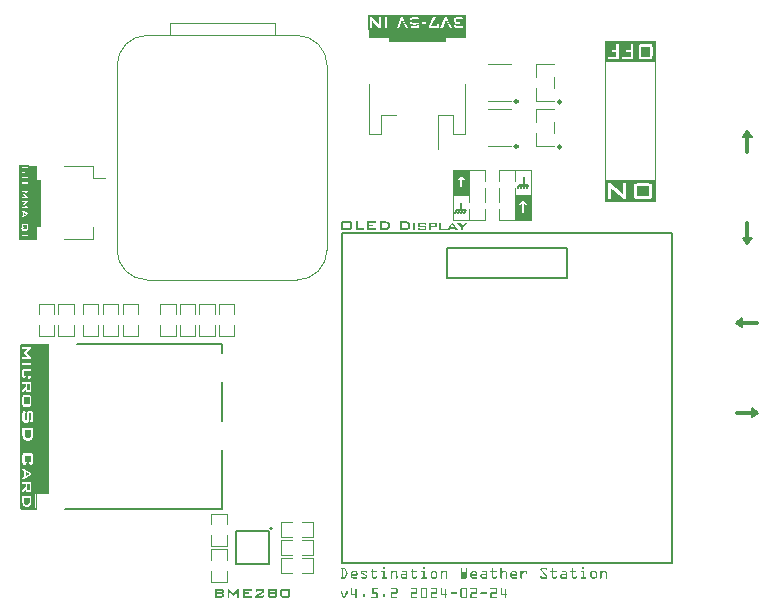
<source format=gbr>
%TF.GenerationSoftware,KiCad,Pcbnew,7.0.11*%
%TF.CreationDate,2024-02-24T14:50:18-05:00*%
%TF.ProjectId,destinationWeatherStation_r4-5,64657374-696e-4617-9469-6f6e57656174,03*%
%TF.SameCoordinates,Original*%
%TF.FileFunction,Legend,Top*%
%TF.FilePolarity,Positive*%
%FSLAX46Y46*%
G04 Gerber Fmt 4.6, Leading zero omitted, Abs format (unit mm)*
G04 Created by KiCad (PCBNEW 7.0.11) date 2024-02-24 14:50:18*
%MOMM*%
%LPD*%
G01*
G04 APERTURE LIST*
%ADD10C,0.150000*%
%ADD11C,0.120000*%
%ADD12C,0.300000*%
%ADD13C,0.250000*%
%ADD14C,0.200000*%
G04 APERTURE END LIST*
D10*
X156210000Y-86106000D02*
X156083000Y-86360000D01*
D11*
X163204000Y-87503000D02*
X163204000Y-85030000D01*
D10*
X156718000Y-86106000D02*
X155956000Y-86106000D01*
D11*
X143256000Y-73025000D02*
X151380000Y-73025000D01*
X151380000Y-73609200D01*
X143256000Y-73609200D01*
X143256000Y-73025000D01*
G36*
X143256000Y-73025000D02*
G01*
X151380000Y-73025000D01*
X151380000Y-73609200D01*
X143256000Y-73609200D01*
X143256000Y-73025000D01*
G37*
D12*
X175260000Y-83375500D02*
X175260000Y-81724500D01*
D11*
X150367000Y-89095000D02*
X151755000Y-89095000D01*
X113792000Y-113513800D02*
X115036600Y-113513800D01*
X115036600Y-113590000D01*
X113792000Y-113590000D01*
X113792000Y-113513800D01*
G36*
X113792000Y-113513800D02*
G01*
X115036600Y-113513800D01*
X115036600Y-113590000D01*
X113792000Y-113590000D01*
X113792000Y-113513800D01*
G37*
D12*
X175260000Y-89344500D02*
X175260000Y-90995500D01*
D11*
X113792000Y-99590000D02*
X116052600Y-99590000D01*
X116052600Y-99720400D01*
X113792000Y-99720400D01*
X113792000Y-99590000D01*
G36*
X113792000Y-99590000D02*
G01*
X116052600Y-99590000D01*
X116052600Y-99720400D01*
X113792000Y-99720400D01*
X113792000Y-99590000D01*
G37*
X155585000Y-86995000D02*
X156972000Y-86995000D01*
X144980000Y-73518800D02*
X149660000Y-73518800D01*
X149660000Y-73976000D01*
X144980000Y-73976000D01*
X144980000Y-73518800D01*
G36*
X144980000Y-73518800D02*
G01*
X149660000Y-73518800D01*
X149660000Y-73976000D01*
X144980000Y-73976000D01*
X144980000Y-73518800D01*
G37*
X114477800Y-84531200D02*
X115062000Y-84531200D01*
X115062000Y-90728800D01*
X114477800Y-90728800D01*
X114477800Y-84531200D01*
G36*
X114477800Y-84531200D02*
G01*
X115062000Y-84531200D01*
X115062000Y-90728800D01*
X114477800Y-90728800D01*
X114477800Y-84531200D01*
G37*
X115036600Y-113513800D02*
X115036600Y-111988600D01*
D12*
X174382500Y-105410000D02*
X176033500Y-105410000D01*
D11*
X167504000Y-73957000D02*
X167504000Y-76430000D01*
X150367000Y-86995000D02*
X151754000Y-86995000D01*
X163204000Y-73957000D02*
X167504000Y-73957000D01*
X155584000Y-87585000D02*
X155584000Y-88198000D01*
X151755000Y-84895000D02*
X150367000Y-84895000D01*
D10*
X176160500Y-105410000D02*
X175652500Y-105791000D01*
X175652500Y-105029000D01*
X176160500Y-105410000D01*
G36*
X176160500Y-105410000D02*
G01*
X175652500Y-105791000D01*
X175652500Y-105029000D01*
X176160500Y-105410000D01*
G37*
X151066500Y-87630000D02*
X151066500Y-88265000D01*
D11*
X151755000Y-85792000D02*
X151755000Y-86405000D01*
D10*
X156337000Y-85471000D02*
X156337000Y-86106000D01*
X156718000Y-86106000D02*
X156591000Y-86360000D01*
X150685500Y-88265000D02*
X150558500Y-88519000D01*
X151447500Y-88265000D02*
X151320500Y-88519000D01*
D11*
X155584000Y-84895000D02*
X156972000Y-84895000D01*
X150367000Y-84895000D02*
X150367000Y-86995000D01*
D10*
X174867500Y-98171000D02*
X174359500Y-97790000D01*
X174867500Y-97409000D01*
X174867500Y-98171000D01*
G36*
X174867500Y-98171000D02*
G01*
X174359500Y-97790000D01*
X174867500Y-97409000D01*
X174867500Y-98171000D01*
G37*
X175641000Y-82105500D02*
X174879000Y-82105500D01*
X175260000Y-81597500D01*
X175641000Y-82105500D01*
G36*
X175641000Y-82105500D02*
G01*
X174879000Y-82105500D01*
X175260000Y-81597500D01*
X175641000Y-82105500D01*
G37*
D11*
X115011200Y-99720400D02*
X116052600Y-99720400D01*
X116052600Y-112191800D01*
X115011200Y-112191800D01*
X115011200Y-99720400D01*
G36*
X115011200Y-99720400D02*
G01*
X116052600Y-99720400D01*
X116052600Y-112191800D01*
X115011200Y-112191800D01*
X115011200Y-99720400D01*
G37*
X156972000Y-84895000D02*
X156972000Y-86995000D01*
D10*
X150939500Y-88265000D02*
X150812500Y-88519000D01*
D11*
X114866200Y-85690000D02*
X115425000Y-85690000D01*
X115425000Y-89570000D01*
X114866200Y-89570000D01*
X114866200Y-85690000D01*
G36*
X114866200Y-85690000D02*
G01*
X115425000Y-85690000D01*
X115425000Y-89570000D01*
X114866200Y-89570000D01*
X114866200Y-85690000D01*
G37*
X163204000Y-76430000D02*
X163204000Y-73957000D01*
D10*
X156464000Y-86106000D02*
X156337000Y-86360000D01*
D11*
X156972000Y-86995000D02*
X156972000Y-89095000D01*
D12*
X176137500Y-97790000D02*
X174486500Y-97790000D01*
D11*
X150367000Y-86995000D02*
X150367000Y-89095000D01*
D10*
X155956000Y-86106000D02*
X155829000Y-86360000D01*
D11*
X167504000Y-87503000D02*
X163204000Y-87503000D01*
X156972000Y-89095000D02*
X155584000Y-89095000D01*
D10*
X151447500Y-88265000D02*
X150685500Y-88265000D01*
X175260000Y-91122500D02*
X174879000Y-90614500D01*
X175641000Y-90614500D01*
X175260000Y-91122500D01*
G36*
X175260000Y-91122500D02*
G01*
X174879000Y-90614500D01*
X175641000Y-90614500D01*
X175260000Y-91122500D01*
G37*
X151193500Y-88265000D02*
X151066500Y-88519000D01*
D11*
X167504000Y-85030000D02*
X167504000Y-87503000D01*
D10*
G36*
X114513972Y-112951610D02*
G01*
X114513917Y-112959730D01*
X114513478Y-112975572D01*
X114512600Y-112990885D01*
X114511284Y-113005669D01*
X114509528Y-113019922D01*
X114507334Y-113033647D01*
X114504701Y-113046842D01*
X114501628Y-113059507D01*
X114498117Y-113071643D01*
X114492028Y-113088854D01*
X114484951Y-113104873D01*
X114476887Y-113119701D01*
X114467835Y-113133338D01*
X114457796Y-113145783D01*
X114454247Y-113149671D01*
X114442917Y-113160595D01*
X114430562Y-113170408D01*
X114417182Y-113179110D01*
X114402777Y-113186701D01*
X114387347Y-113193182D01*
X114370892Y-113198551D01*
X114353412Y-113202809D01*
X114341189Y-113205031D01*
X114328511Y-113206759D01*
X114315377Y-113207994D01*
X114301787Y-113208734D01*
X114287742Y-113208981D01*
X114279592Y-113208907D01*
X114263738Y-113208313D01*
X114248477Y-113207125D01*
X114233811Y-113205343D01*
X114219738Y-113202968D01*
X114206259Y-113199998D01*
X114193375Y-113196435D01*
X114181084Y-113192277D01*
X114169387Y-113187526D01*
X114152955Y-113179285D01*
X114137860Y-113169709D01*
X114124100Y-113158796D01*
X114111677Y-113146546D01*
X114100591Y-113132960D01*
X114093862Y-113123011D01*
X114087568Y-113112166D01*
X114081707Y-113100428D01*
X114076281Y-113087795D01*
X114071289Y-113074267D01*
X114066731Y-113059845D01*
X114062607Y-113044529D01*
X114058917Y-113028318D01*
X114055661Y-113011212D01*
X114052839Y-112993212D01*
X114050452Y-112974318D01*
X114048498Y-112954530D01*
X114046979Y-112933846D01*
X114045894Y-112912269D01*
X114045243Y-112889797D01*
X114045025Y-112866430D01*
X114045025Y-112633789D01*
X114513972Y-112633789D01*
X114513972Y-112951610D01*
G37*
G36*
X114513972Y-111904419D02*
G01*
X114513651Y-111918389D01*
X114512690Y-111930912D01*
X114510690Y-111944032D01*
X114507190Y-111956707D01*
X114500844Y-111968838D01*
X114493287Y-111976585D01*
X114482050Y-111982655D01*
X114469628Y-111985698D01*
X114456880Y-111986546D01*
X114375669Y-111986546D01*
X114364625Y-111985923D01*
X114351869Y-111983156D01*
X114340210Y-111977398D01*
X114331400Y-111968838D01*
X114330611Y-111967721D01*
X114325202Y-111956707D01*
X114321783Y-111944032D01*
X114319830Y-111930912D01*
X114318891Y-111918389D01*
X114318577Y-111904419D01*
X114318577Y-111492564D01*
X114513972Y-111492564D01*
X114513972Y-111904419D01*
G37*
G36*
X114514582Y-110589476D02*
G01*
X114201341Y-110761973D01*
X114201341Y-110422781D01*
X114514582Y-110589476D01*
G37*
G36*
X114650748Y-107273880D02*
G01*
X114650471Y-107291956D01*
X114649641Y-107309472D01*
X114648258Y-107326427D01*
X114646321Y-107342821D01*
X114643831Y-107358655D01*
X114640787Y-107373929D01*
X114637190Y-107388642D01*
X114633040Y-107402794D01*
X114628337Y-107416386D01*
X114623080Y-107429418D01*
X114617269Y-107441889D01*
X114610906Y-107453799D01*
X114603989Y-107465149D01*
X114596518Y-107475938D01*
X114588494Y-107486167D01*
X114579917Y-107495836D01*
X114570841Y-107504967D01*
X114561241Y-107513510D01*
X114551120Y-107521463D01*
X114540476Y-107528827D01*
X114529310Y-107535603D01*
X114517621Y-107541788D01*
X114505410Y-107547385D01*
X114492677Y-107552393D01*
X114479421Y-107556812D01*
X114465643Y-107560641D01*
X114451343Y-107563881D01*
X114436520Y-107566532D01*
X114421175Y-107568594D01*
X114405308Y-107570067D01*
X114388918Y-107570951D01*
X114372006Y-107571245D01*
X114353074Y-107570891D01*
X114334825Y-107569829D01*
X114317258Y-107568058D01*
X114300374Y-107565578D01*
X114284171Y-107562391D01*
X114268651Y-107558494D01*
X114253813Y-107553890D01*
X114239657Y-107548577D01*
X114226183Y-107542555D01*
X114213391Y-107535826D01*
X114201281Y-107528387D01*
X114189854Y-107520241D01*
X114179109Y-107511386D01*
X114169046Y-107501822D01*
X114159665Y-107491551D01*
X114150966Y-107480570D01*
X114142869Y-107468779D01*
X114135295Y-107455998D01*
X114128243Y-107442227D01*
X114121714Y-107427467D01*
X114115707Y-107411716D01*
X114110222Y-107394976D01*
X114105260Y-107377245D01*
X114100820Y-107358525D01*
X114096902Y-107338815D01*
X114093507Y-107318115D01*
X114090634Y-107296426D01*
X114088283Y-107273746D01*
X114086455Y-107250077D01*
X114085737Y-107237871D01*
X114085149Y-107225418D01*
X114084692Y-107212717D01*
X114084366Y-107199769D01*
X114084170Y-107186573D01*
X114084104Y-107173130D01*
X114084104Y-106901409D01*
X114650748Y-106901409D01*
X114650748Y-107273880D01*
G37*
G36*
X114513972Y-104718489D02*
G01*
X114045025Y-104718489D01*
X114045025Y-104121926D01*
X114513972Y-104121926D01*
X114513972Y-104718489D01*
G37*
G36*
X114513972Y-103412095D02*
G01*
X114513651Y-103426065D01*
X114512690Y-103438589D01*
X114510690Y-103451708D01*
X114507190Y-103464383D01*
X114500844Y-103476514D01*
X114493287Y-103484261D01*
X114482050Y-103490331D01*
X114469628Y-103493374D01*
X114456880Y-103494222D01*
X114375669Y-103494222D01*
X114364625Y-103493599D01*
X114351869Y-103490832D01*
X114340210Y-103485074D01*
X114331400Y-103476514D01*
X114330611Y-103475398D01*
X114325202Y-103464383D01*
X114321783Y-103451708D01*
X114319830Y-103438589D01*
X114318891Y-103426065D01*
X114318577Y-103412095D01*
X114318577Y-103000241D01*
X114513972Y-103000241D01*
X114513972Y-103412095D01*
G37*
G36*
X114985634Y-113572871D02*
G01*
X113729679Y-113572871D01*
X113729679Y-112451828D01*
X113908250Y-112451828D01*
X113908250Y-112633789D01*
X113908250Y-112904899D01*
X113908341Y-112920157D01*
X113908614Y-112935171D01*
X113909071Y-112949943D01*
X113909709Y-112964471D01*
X113910530Y-112978756D01*
X113911534Y-112992797D01*
X113912720Y-113006596D01*
X113914088Y-113020151D01*
X113915639Y-113033462D01*
X113917373Y-113046531D01*
X113919289Y-113059356D01*
X113921387Y-113071938D01*
X113923668Y-113084276D01*
X113926131Y-113096372D01*
X113931605Y-113119832D01*
X113937809Y-113142320D01*
X113944743Y-113163834D01*
X113952406Y-113184375D01*
X113960800Y-113203944D01*
X113969923Y-113222538D01*
X113979776Y-113240160D01*
X113990359Y-113256809D01*
X114001672Y-113272484D01*
X114013715Y-113287235D01*
X114026488Y-113301035D01*
X114039990Y-113313883D01*
X114054223Y-113325779D01*
X114069185Y-113336723D01*
X114084877Y-113346716D01*
X114101299Y-113355757D01*
X114118451Y-113363846D01*
X114136333Y-113370984D01*
X114154944Y-113377170D01*
X114174286Y-113382404D01*
X114194357Y-113386687D01*
X114215158Y-113390018D01*
X114236689Y-113392397D01*
X114258950Y-113393824D01*
X114281941Y-113394300D01*
X114303831Y-113393851D01*
X114325079Y-113392502D01*
X114345686Y-113390254D01*
X114365651Y-113387107D01*
X114384975Y-113383060D01*
X114403657Y-113378114D01*
X114421697Y-113372270D01*
X114439096Y-113365525D01*
X114455853Y-113357882D01*
X114471969Y-113349340D01*
X114487443Y-113339898D01*
X114502275Y-113329557D01*
X114516465Y-113318317D01*
X114530015Y-113306177D01*
X114542922Y-113293139D01*
X114555188Y-113279201D01*
X114566759Y-113264463D01*
X114577585Y-113248947D01*
X114587663Y-113232654D01*
X114596995Y-113215583D01*
X114605581Y-113197735D01*
X114613420Y-113179109D01*
X114620512Y-113159706D01*
X114626858Y-113139524D01*
X114632457Y-113118566D01*
X114637310Y-113096830D01*
X114641416Y-113074316D01*
X114644775Y-113051025D01*
X114647388Y-113026956D01*
X114648415Y-113014630D01*
X114649255Y-113002109D01*
X114649908Y-112989394D01*
X114650374Y-112976485D01*
X114650654Y-112963382D01*
X114650748Y-112950084D01*
X114650748Y-112451828D01*
X113908250Y-112451828D01*
X113729679Y-112451828D01*
X113729679Y-111314878D01*
X113908250Y-111314878D01*
X113908250Y-111492564D01*
X114181801Y-111492564D01*
X114181801Y-111662618D01*
X113908250Y-111972807D01*
X113908250Y-112231704D01*
X114181801Y-111879689D01*
X114181801Y-111981355D01*
X114181940Y-111992569D01*
X114182666Y-112008652D01*
X114184015Y-112023850D01*
X114185986Y-112038162D01*
X114188580Y-112051588D01*
X114191797Y-112064129D01*
X114195636Y-112075785D01*
X114201723Y-112089948D01*
X114208916Y-112102537D01*
X114217217Y-112113552D01*
X114226762Y-112123212D01*
X114237691Y-112131584D01*
X114250003Y-112138668D01*
X114263699Y-112144464D01*
X114278778Y-112148972D01*
X114290996Y-112151508D01*
X114303991Y-112153319D01*
X114317764Y-112154406D01*
X114332316Y-112154768D01*
X114498401Y-112154768D01*
X114513119Y-112154406D01*
X114527049Y-112153319D01*
X114540189Y-112151508D01*
X114552540Y-112148972D01*
X114567782Y-112144464D01*
X114581620Y-112138668D01*
X114594057Y-112131584D01*
X114605091Y-112123212D01*
X114614722Y-112113552D01*
X114619084Y-112108241D01*
X114626965Y-112096439D01*
X114633720Y-112083063D01*
X114639349Y-112068113D01*
X114642832Y-112055867D01*
X114645682Y-112042736D01*
X114647898Y-112028719D01*
X114649481Y-112013817D01*
X114650431Y-111998029D01*
X114650748Y-111981355D01*
X114650748Y-111314878D01*
X113908250Y-111314878D01*
X113729679Y-111314878D01*
X113729679Y-110072598D01*
X113908250Y-110072598D01*
X113908250Y-110252727D01*
X114064565Y-110345844D01*
X114064565Y-110422781D01*
X114064565Y-110835551D01*
X113908250Y-110928669D01*
X113908250Y-111131085D01*
X114650748Y-110685036D01*
X114650748Y-110511624D01*
X113908250Y-110072598D01*
X113729679Y-110072598D01*
X113729679Y-109594492D01*
X113908250Y-109594492D01*
X113908430Y-109610534D01*
X113908970Y-109625915D01*
X113909870Y-109640635D01*
X113911131Y-109654694D01*
X113912752Y-109668093D01*
X113914732Y-109680831D01*
X113917073Y-109692908D01*
X113921260Y-109709786D01*
X113926258Y-109725176D01*
X113932065Y-109739081D01*
X113938683Y-109751498D01*
X113946112Y-109762429D01*
X113954350Y-109771874D01*
X113960431Y-109777530D01*
X113970747Y-109785330D01*
X113982496Y-109792310D01*
X113995677Y-109798468D01*
X114010291Y-109803805D01*
X114026338Y-109808321D01*
X114043819Y-109812016D01*
X114056268Y-109814023D01*
X114069354Y-109815666D01*
X114083078Y-109816943D01*
X114097438Y-109817855D01*
X114112434Y-109818403D01*
X114128068Y-109818585D01*
X114235535Y-109818585D01*
X114279499Y-109608231D01*
X114084104Y-109608231D01*
X114084104Y-109041893D01*
X114650748Y-109041893D01*
X114650748Y-109608231D01*
X114474893Y-109608231D01*
X114509087Y-109818585D01*
X114597014Y-109818585D01*
X114604496Y-109818539D01*
X114619012Y-109818174D01*
X114632932Y-109817445D01*
X114646256Y-109816350D01*
X114658983Y-109814890D01*
X114671114Y-109813065D01*
X114688193Y-109809644D01*
X114703930Y-109805402D01*
X114718325Y-109800338D01*
X114731378Y-109794454D01*
X114743090Y-109787748D01*
X114753460Y-109780221D01*
X114762489Y-109771874D01*
X114770455Y-109762429D01*
X114777637Y-109751498D01*
X114784036Y-109739081D01*
X114789651Y-109725176D01*
X114794483Y-109709786D01*
X114798531Y-109692908D01*
X114800795Y-109680831D01*
X114802710Y-109668093D01*
X114804277Y-109654694D01*
X114805496Y-109640635D01*
X114806367Y-109625915D01*
X114806889Y-109610534D01*
X114807063Y-109594492D01*
X114807063Y-109055326D01*
X114806889Y-109039212D01*
X114806367Y-109023765D01*
X114805496Y-109008987D01*
X114804277Y-108994876D01*
X114802710Y-108981433D01*
X114800795Y-108968658D01*
X114798531Y-108956551D01*
X114794483Y-108939642D01*
X114789651Y-108924236D01*
X114784036Y-108910333D01*
X114777637Y-108897933D01*
X114770455Y-108887035D01*
X114762489Y-108877639D01*
X114759628Y-108874803D01*
X114750153Y-108866835D01*
X114739335Y-108859676D01*
X114727176Y-108853328D01*
X114713675Y-108847791D01*
X114698833Y-108843064D01*
X114682649Y-108839147D01*
X114665123Y-108836041D01*
X114652694Y-108834420D01*
X114639669Y-108833159D01*
X114626047Y-108832259D01*
X114611829Y-108831719D01*
X114597014Y-108831539D01*
X114128068Y-108831539D01*
X114120172Y-108831584D01*
X114104856Y-108831944D01*
X114090178Y-108832664D01*
X114076136Y-108833745D01*
X114062732Y-108835185D01*
X114049964Y-108836986D01*
X114032006Y-108840363D01*
X114015481Y-108844549D01*
X114000389Y-108849547D01*
X113986730Y-108855354D01*
X113974504Y-108861972D01*
X113963711Y-108869401D01*
X113954350Y-108877639D01*
X113946112Y-108887035D01*
X113938683Y-108897933D01*
X113932065Y-108910333D01*
X113926258Y-108924236D01*
X113921260Y-108939642D01*
X113917073Y-108956551D01*
X113914732Y-108968658D01*
X113912752Y-108981433D01*
X113911131Y-108994876D01*
X113909870Y-109008987D01*
X113908970Y-109023765D01*
X113908430Y-109039212D01*
X113908250Y-109055326D01*
X113908250Y-109594492D01*
X113729679Y-109594492D01*
X113729679Y-106691361D01*
X113908250Y-106691361D01*
X113908250Y-106901409D01*
X113908250Y-107218620D01*
X113908314Y-107235524D01*
X113908507Y-107252041D01*
X113908829Y-107268172D01*
X113909280Y-107283917D01*
X113909859Y-107299275D01*
X113910568Y-107314247D01*
X113911405Y-107328832D01*
X113912371Y-107343031D01*
X113913466Y-107356844D01*
X113914689Y-107370270D01*
X113916042Y-107383310D01*
X113917523Y-107395963D01*
X113919133Y-107408230D01*
X113921790Y-107425906D01*
X113924736Y-107442713D01*
X113926911Y-107453553D01*
X113930460Y-107469394D01*
X113934353Y-107484730D01*
X113938589Y-107499562D01*
X113943169Y-107513889D01*
X113948092Y-107527712D01*
X113953358Y-107541030D01*
X113958968Y-107553844D01*
X113964921Y-107566153D01*
X113971218Y-107577958D01*
X113977859Y-107589258D01*
X113985277Y-107600959D01*
X113993028Y-107612323D01*
X114001114Y-107623351D01*
X114009534Y-107634043D01*
X114018288Y-107644398D01*
X114027375Y-107654417D01*
X114036797Y-107664100D01*
X114046552Y-107673446D01*
X114056641Y-107682456D01*
X114067065Y-107691130D01*
X114077822Y-107699467D01*
X114088913Y-107707468D01*
X114100338Y-107715133D01*
X114112097Y-107722461D01*
X114124190Y-107729454D01*
X114136617Y-107736109D01*
X114149308Y-107742431D01*
X114162195Y-107748345D01*
X114175278Y-107753852D01*
X114188556Y-107758950D01*
X114202030Y-107763640D01*
X114215700Y-107767923D01*
X114229565Y-107771798D01*
X114243625Y-107775265D01*
X114257882Y-107778324D01*
X114272334Y-107780975D01*
X114286981Y-107783218D01*
X114301824Y-107785053D01*
X114316863Y-107786481D01*
X114332097Y-107787501D01*
X114347526Y-107788112D01*
X114363152Y-107788316D01*
X114376338Y-107788186D01*
X114389335Y-107787794D01*
X114402143Y-107787141D01*
X114414762Y-107786227D01*
X114427193Y-107785052D01*
X114439434Y-107783615D01*
X114463349Y-107779959D01*
X114486508Y-107775257D01*
X114508910Y-107769512D01*
X114530557Y-107762721D01*
X114551448Y-107754886D01*
X114571582Y-107746006D01*
X114590961Y-107736081D01*
X114609583Y-107725111D01*
X114627449Y-107713097D01*
X114644559Y-107700038D01*
X114660913Y-107685935D01*
X114676511Y-107670786D01*
X114691353Y-107654593D01*
X114705365Y-107637430D01*
X114718473Y-107619369D01*
X114730676Y-107600412D01*
X114741976Y-107580557D01*
X114752372Y-107559806D01*
X114761864Y-107538158D01*
X114770452Y-107515613D01*
X114774407Y-107504005D01*
X114778136Y-107492172D01*
X114781639Y-107480115D01*
X114784916Y-107467833D01*
X114787966Y-107455328D01*
X114790791Y-107442598D01*
X114793390Y-107429644D01*
X114795763Y-107416466D01*
X114797910Y-107403064D01*
X114799831Y-107389437D01*
X114801526Y-107375586D01*
X114802995Y-107361511D01*
X114804238Y-107347212D01*
X114805255Y-107332689D01*
X114806046Y-107317941D01*
X114806611Y-107302970D01*
X114806950Y-107287774D01*
X114807063Y-107272353D01*
X114807063Y-106691361D01*
X113908250Y-106691361D01*
X113729679Y-106691361D01*
X113729679Y-106030378D01*
X113908250Y-106030378D01*
X113908428Y-106046605D01*
X113908965Y-106062159D01*
X113909859Y-106077040D01*
X113911112Y-106091248D01*
X113912722Y-106104784D01*
X113914689Y-106117648D01*
X113917015Y-106129838D01*
X113921174Y-106146863D01*
X113926138Y-106162375D01*
X113931908Y-106176373D01*
X113938482Y-106188857D01*
X113945861Y-106199828D01*
X113954045Y-106209286D01*
X113960076Y-106214943D01*
X113970272Y-106222743D01*
X113981847Y-106229723D01*
X113994801Y-106235881D01*
X114009134Y-106241218D01*
X114024847Y-106245734D01*
X114041939Y-106249429D01*
X114054100Y-106251436D01*
X114066874Y-106253078D01*
X114080261Y-106254356D01*
X114094260Y-106255268D01*
X114108873Y-106255815D01*
X114124099Y-106255998D01*
X114241641Y-106255998D01*
X114249255Y-106255952D01*
X114264026Y-106255587D01*
X114278189Y-106254857D01*
X114291744Y-106253763D01*
X114304691Y-106252303D01*
X114317030Y-106250478D01*
X114334397Y-106247057D01*
X114350396Y-106242815D01*
X114365027Y-106237751D01*
X114378288Y-106231867D01*
X114390182Y-106225161D01*
X114400707Y-106217634D01*
X114409863Y-106209286D01*
X114417993Y-106199828D01*
X114425323Y-106188857D01*
X114431853Y-106176373D01*
X114437584Y-106162375D01*
X114442515Y-106146863D01*
X114446646Y-106129838D01*
X114448956Y-106117648D01*
X114450911Y-106104784D01*
X114452510Y-106091248D01*
X114453754Y-106077040D01*
X114454643Y-106062159D01*
X114455176Y-106046605D01*
X114455353Y-106030378D01*
X114455353Y-105467399D01*
X114650748Y-105467399D01*
X114650748Y-106058466D01*
X114553051Y-106058466D01*
X114594572Y-106244091D01*
X114612585Y-106244091D01*
X114619332Y-106244044D01*
X114632439Y-106243664D01*
X114645028Y-106242906D01*
X114662941Y-106241057D01*
X114679689Y-106238355D01*
X114695273Y-106234799D01*
X114709693Y-106230391D01*
X114722947Y-106225129D01*
X114735037Y-106219013D01*
X114745963Y-106212045D01*
X114755724Y-106204223D01*
X114764321Y-106195548D01*
X114769497Y-106189209D01*
X114776634Y-106178543D01*
X114783021Y-106166487D01*
X114788656Y-106153040D01*
X114793539Y-106138204D01*
X114797672Y-106121978D01*
X114801053Y-106104362D01*
X114802889Y-106091846D01*
X114804392Y-106078712D01*
X114805561Y-106064960D01*
X114806395Y-106050590D01*
X114806896Y-106035603D01*
X114807063Y-106019998D01*
X114807063Y-105507393D01*
X114806890Y-105491279D01*
X114806371Y-105475833D01*
X114805507Y-105461054D01*
X114804296Y-105446943D01*
X114802740Y-105433500D01*
X114800838Y-105420725D01*
X114798590Y-105408618D01*
X114794569Y-105391710D01*
X114789771Y-105376304D01*
X114784194Y-105362400D01*
X114777839Y-105350000D01*
X114770706Y-105339102D01*
X114762794Y-105329707D01*
X114759953Y-105326870D01*
X114750534Y-105318902D01*
X114739774Y-105311744D01*
X114727672Y-105305396D01*
X114714229Y-105299858D01*
X114699444Y-105295131D01*
X114683317Y-105291214D01*
X114665848Y-105288108D01*
X114653457Y-105286487D01*
X114640470Y-105285227D01*
X114626886Y-105284326D01*
X114612706Y-105283786D01*
X114597930Y-105283606D01*
X114496569Y-105283606D01*
X114488823Y-105283651D01*
X114473794Y-105284011D01*
X114459383Y-105284731D01*
X114445589Y-105285812D01*
X114432414Y-105287253D01*
X114419856Y-105289053D01*
X114402177Y-105292430D01*
X114385888Y-105296617D01*
X114370990Y-105301614D01*
X114357481Y-105307422D01*
X114345362Y-105314040D01*
X114334633Y-105321468D01*
X114325294Y-105329707D01*
X114317110Y-105339102D01*
X114309731Y-105350000D01*
X114303157Y-105362400D01*
X114297388Y-105376304D01*
X114292423Y-105391710D01*
X114288264Y-105408618D01*
X114285939Y-105420725D01*
X114283971Y-105433500D01*
X114282361Y-105446943D01*
X114281109Y-105461054D01*
X114280214Y-105475833D01*
X114279678Y-105491279D01*
X114279499Y-105507393D01*
X114279499Y-106070679D01*
X114084104Y-106070679D01*
X114084104Y-105432289D01*
X114181801Y-105432289D01*
X114146692Y-105246970D01*
X114124099Y-105246970D01*
X114116410Y-105247015D01*
X114101490Y-105247377D01*
X114087184Y-105248102D01*
X114073491Y-105249190D01*
X114060410Y-105250640D01*
X114047943Y-105252453D01*
X114030391Y-105255852D01*
X114014219Y-105260067D01*
X113999426Y-105265097D01*
X113986012Y-105270943D01*
X113973977Y-105277605D01*
X113963321Y-105285082D01*
X113954045Y-105293376D01*
X113945861Y-105302885D01*
X113938482Y-105313898D01*
X113931908Y-105326413D01*
X113926138Y-105340431D01*
X113921174Y-105355951D01*
X113917015Y-105372974D01*
X113914689Y-105385158D01*
X113912722Y-105398009D01*
X113911112Y-105411528D01*
X113909859Y-105425715D01*
X113908965Y-105440570D01*
X113908428Y-105456093D01*
X113908250Y-105472284D01*
X113908250Y-106030378D01*
X113729679Y-106030378D01*
X113729679Y-104706277D01*
X113908250Y-104706277D01*
X113908389Y-104720111D01*
X113908808Y-104733373D01*
X113909505Y-104746062D01*
X113911075Y-104764022D01*
X113913273Y-104780695D01*
X113916098Y-104796079D01*
X113919552Y-104810176D01*
X113923633Y-104822984D01*
X113928342Y-104834504D01*
X113935598Y-104847861D01*
X113943970Y-104858929D01*
X113951278Y-104866022D01*
X113962741Y-104874394D01*
X113976169Y-104881525D01*
X113987531Y-104886060D01*
X113999997Y-104889897D01*
X114013570Y-104893037D01*
X114028248Y-104895479D01*
X114044031Y-104897223D01*
X114060920Y-104898269D01*
X114078914Y-104898618D01*
X114474893Y-104898618D01*
X114487348Y-104898465D01*
X114505083Y-104897664D01*
X114521681Y-104896176D01*
X114537140Y-104894000D01*
X114551462Y-104891138D01*
X114564646Y-104887589D01*
X114576693Y-104883353D01*
X114590985Y-104876636D01*
X114603254Y-104868698D01*
X114613501Y-104859539D01*
X114615792Y-104857042D01*
X114624231Y-104845574D01*
X114631506Y-104831740D01*
X114636198Y-104819812D01*
X114640236Y-104806552D01*
X114643618Y-104791962D01*
X114646346Y-104776041D01*
X114648420Y-104758789D01*
X114649438Y-104746548D01*
X114650166Y-104733716D01*
X114650602Y-104720292D01*
X114650748Y-104706277D01*
X114650748Y-104133833D01*
X114650602Y-104119926D01*
X114650166Y-104106599D01*
X114649438Y-104093851D01*
X114647801Y-104075816D01*
X114645510Y-104059086D01*
X114642564Y-104043659D01*
X114638963Y-104029537D01*
X114634707Y-104016719D01*
X114629796Y-104005205D01*
X114622230Y-103991881D01*
X114613501Y-103980876D01*
X114603254Y-103971645D01*
X114590985Y-103963645D01*
X114576693Y-103956876D01*
X114564646Y-103952607D01*
X114551462Y-103949030D01*
X114537140Y-103946145D01*
X114521681Y-103943953D01*
X114505083Y-103942453D01*
X114487348Y-103941645D01*
X114474893Y-103941491D01*
X114078914Y-103941491D01*
X114066795Y-103941645D01*
X114049538Y-103942453D01*
X114033386Y-103943953D01*
X114018339Y-103946145D01*
X114004399Y-103949030D01*
X113991563Y-103952607D01*
X113979834Y-103956876D01*
X113965914Y-103963645D01*
X113953959Y-103971645D01*
X113943970Y-103980876D01*
X113935598Y-103991881D01*
X113928342Y-104005205D01*
X113923633Y-104016719D01*
X113919552Y-104029537D01*
X113916098Y-104043659D01*
X113913273Y-104059086D01*
X113911075Y-104075816D01*
X113909505Y-104093851D01*
X113908808Y-104106599D01*
X113908389Y-104119926D01*
X113908369Y-104121926D01*
X113908250Y-104133833D01*
X113908250Y-104706277D01*
X113729679Y-104706277D01*
X113729679Y-102822554D01*
X113908250Y-102822554D01*
X113908250Y-103000241D01*
X114181801Y-103000241D01*
X114181801Y-103170295D01*
X113908250Y-103480483D01*
X113908250Y-103739381D01*
X114181801Y-103387366D01*
X114181801Y-103489032D01*
X114181940Y-103500246D01*
X114182666Y-103516329D01*
X114184015Y-103531526D01*
X114185986Y-103545838D01*
X114188580Y-103559265D01*
X114191797Y-103571806D01*
X114195636Y-103583461D01*
X114201723Y-103597624D01*
X114208916Y-103610213D01*
X114217217Y-103621228D01*
X114226762Y-103630888D01*
X114237691Y-103639260D01*
X114250003Y-103646344D01*
X114263699Y-103652140D01*
X114278778Y-103656648D01*
X114290996Y-103659184D01*
X114303991Y-103660995D01*
X114317764Y-103662082D01*
X114332316Y-103662444D01*
X114498401Y-103662444D01*
X114513119Y-103662082D01*
X114527049Y-103660995D01*
X114540189Y-103659184D01*
X114552540Y-103656648D01*
X114567782Y-103652140D01*
X114581620Y-103646344D01*
X114594057Y-103639260D01*
X114605091Y-103630888D01*
X114614722Y-103621228D01*
X114619084Y-103615917D01*
X114626965Y-103604116D01*
X114633720Y-103590739D01*
X114639349Y-103575789D01*
X114642832Y-103563543D01*
X114645682Y-103550412D01*
X114647898Y-103536395D01*
X114649481Y-103521493D01*
X114650431Y-103505705D01*
X114650748Y-103489032D01*
X114650748Y-102822554D01*
X113908250Y-102822554D01*
X113729679Y-102822554D01*
X113729679Y-102331931D01*
X113908250Y-102331931D01*
X113908390Y-102345877D01*
X113908812Y-102359246D01*
X113909516Y-102372038D01*
X113911099Y-102390143D01*
X113913316Y-102406950D01*
X113916165Y-102422458D01*
X113919648Y-102436667D01*
X113923765Y-102449577D01*
X113928514Y-102461189D01*
X113935832Y-102474651D01*
X113944275Y-102485804D01*
X113949021Y-102490684D01*
X113959964Y-102499500D01*
X113972844Y-102507056D01*
X113987661Y-102513353D01*
X114000044Y-102517249D01*
X114013517Y-102520437D01*
X114028080Y-102522916D01*
X114043732Y-102524687D01*
X114060473Y-102525750D01*
X114078304Y-102526104D01*
X114164704Y-102526104D01*
X114201341Y-102343838D01*
X114045025Y-102343838D01*
X114045025Y-101857795D01*
X114513972Y-101857795D01*
X114513972Y-102343838D01*
X114377196Y-102343838D01*
X114403757Y-102526104D01*
X114475504Y-102526104D01*
X114487922Y-102525948D01*
X114505606Y-102525128D01*
X114522158Y-102523605D01*
X114537577Y-102521378D01*
X114551864Y-102518449D01*
X114565019Y-102514817D01*
X114577041Y-102510481D01*
X114591309Y-102503607D01*
X114603564Y-102495483D01*
X114613806Y-102486109D01*
X114616079Y-102483556D01*
X114624448Y-102471880D01*
X114631664Y-102457867D01*
X114636317Y-102445824D01*
X114640322Y-102432465D01*
X114643677Y-102417792D01*
X114646383Y-102401804D01*
X114648439Y-102384501D01*
X114649449Y-102372235D01*
X114650171Y-102359385D01*
X114650603Y-102345950D01*
X114650748Y-102331931D01*
X114650748Y-101869702D01*
X114650603Y-101855867D01*
X114650171Y-101842606D01*
X114649449Y-101829917D01*
X114647826Y-101811956D01*
X114645553Y-101795284D01*
X114642631Y-101779899D01*
X114639059Y-101765803D01*
X114634838Y-101752994D01*
X114629968Y-101741474D01*
X114622464Y-101728117D01*
X114613806Y-101717050D01*
X114603564Y-101707748D01*
X114591309Y-101699686D01*
X114577041Y-101692864D01*
X114565019Y-101688562D01*
X114551864Y-101684957D01*
X114537577Y-101682050D01*
X114522158Y-101679841D01*
X114505606Y-101678329D01*
X114487922Y-101677515D01*
X114475504Y-101677360D01*
X114078304Y-101677360D01*
X114066223Y-101677517D01*
X114049022Y-101678337D01*
X114032928Y-101679860D01*
X114017939Y-101682086D01*
X114004055Y-101685016D01*
X113991277Y-101688648D01*
X113979605Y-101692983D01*
X113965761Y-101699857D01*
X113953883Y-101707981D01*
X113943970Y-101717355D01*
X113935598Y-101728551D01*
X113928342Y-101741989D01*
X113923633Y-101753539D01*
X113919552Y-101766350D01*
X113916098Y-101780423D01*
X113913273Y-101795756D01*
X113911075Y-101812351D01*
X113909505Y-101830206D01*
X113908808Y-101842811D01*
X113908389Y-101855976D01*
X113908250Y-101869702D01*
X113908250Y-102331931D01*
X113729679Y-102331931D01*
X113729679Y-101186127D01*
X113908250Y-101186127D01*
X113908250Y-101365645D01*
X114650748Y-101365645D01*
X114650748Y-101186127D01*
X113908250Y-101186127D01*
X113729679Y-101186127D01*
X113729679Y-99844012D01*
X113908250Y-99844012D01*
X113908250Y-99988421D01*
X114407116Y-99988421D01*
X113997398Y-100323339D01*
X113997398Y-100358449D01*
X114419328Y-100689093D01*
X113908250Y-100689093D01*
X113908250Y-100856704D01*
X114650748Y-100856704D01*
X114650748Y-100711380D01*
X114210195Y-100350816D01*
X114650748Y-99988421D01*
X114650748Y-99844012D01*
X113908250Y-99844012D01*
X113729679Y-99844012D01*
X113729679Y-99665441D01*
X114985634Y-99665441D01*
X114985634Y-113572871D01*
G37*
G36*
X141153583Y-118556954D02*
G01*
X141164643Y-118558339D01*
X141175626Y-118560526D01*
X141186533Y-118563514D01*
X141197364Y-118567304D01*
X141208118Y-118571895D01*
X141218796Y-118577287D01*
X141229398Y-118583481D01*
X141239614Y-118590282D01*
X141249136Y-118597494D01*
X141257963Y-118605119D01*
X141266095Y-118613157D01*
X141273533Y-118621606D01*
X141280277Y-118630467D01*
X141286326Y-118639741D01*
X141291680Y-118649427D01*
X141405741Y-118878282D01*
X141411503Y-118889970D01*
X141416698Y-118901770D01*
X141421326Y-118913681D01*
X141425388Y-118925703D01*
X141428882Y-118937838D01*
X141431810Y-118950084D01*
X141434172Y-118962441D01*
X141435966Y-118974911D01*
X141437194Y-118987492D01*
X141437855Y-119000184D01*
X141437981Y-119008708D01*
X141437679Y-119020690D01*
X141436771Y-119032733D01*
X141435257Y-119044836D01*
X141433138Y-119056999D01*
X141430414Y-119069222D01*
X141427085Y-119081506D01*
X141423150Y-119093849D01*
X141418610Y-119106252D01*
X141413464Y-119118716D01*
X141407713Y-119131239D01*
X141403543Y-119139622D01*
X141288993Y-119369210D01*
X141283196Y-119379961D01*
X141276796Y-119390108D01*
X141269793Y-119399653D01*
X141262188Y-119408594D01*
X141253979Y-119416933D01*
X141245167Y-119424669D01*
X141235752Y-119431801D01*
X141225734Y-119438331D01*
X141215266Y-119444113D01*
X141204500Y-119449123D01*
X141193437Y-119453363D01*
X141182076Y-119456832D01*
X141170417Y-119459530D01*
X141158461Y-119461458D01*
X141146207Y-119462614D01*
X141133655Y-119463000D01*
X140913103Y-119463000D01*
X140902971Y-119462228D01*
X140892220Y-119459458D01*
X140882355Y-119454672D01*
X140874449Y-119448832D01*
X140872315Y-119446879D01*
X140865748Y-119439558D01*
X140860218Y-119430533D01*
X140856795Y-119420805D01*
X140855479Y-119410375D01*
X140855462Y-119409022D01*
X140856515Y-119398061D01*
X140859675Y-119387895D01*
X140864942Y-119378522D01*
X140871278Y-119370972D01*
X140872315Y-119369943D01*
X140880027Y-119363567D01*
X140889671Y-119358197D01*
X140900200Y-119354873D01*
X140910139Y-119353643D01*
X140913103Y-119353579D01*
X140973676Y-119353579D01*
X141088958Y-119353579D01*
X141129503Y-119353579D01*
X141141091Y-119353897D01*
X141151737Y-119352105D01*
X141161441Y-119348201D01*
X141170203Y-119342187D01*
X141178023Y-119334062D01*
X141184901Y-119323826D01*
X141187388Y-119319140D01*
X141301205Y-119086621D01*
X141306186Y-119075340D01*
X141310502Y-119064456D01*
X141314154Y-119053969D01*
X141317142Y-119043879D01*
X141319466Y-119034185D01*
X141321438Y-119022627D01*
X141322371Y-119011688D01*
X141322454Y-119007487D01*
X141322187Y-118997289D01*
X141321386Y-118987337D01*
X141320050Y-118977628D01*
X141317629Y-118965836D01*
X141314373Y-118954425D01*
X141310283Y-118943396D01*
X141305357Y-118932748D01*
X141187144Y-118699496D01*
X141180777Y-118689505D01*
X141173276Y-118681207D01*
X141164643Y-118674602D01*
X141154877Y-118669691D01*
X141143978Y-118666473D01*
X141131946Y-118664949D01*
X141126816Y-118664814D01*
X141088958Y-118665791D01*
X141088958Y-119353579D01*
X140973676Y-119353579D01*
X140973676Y-118665791D01*
X140914569Y-118665791D01*
X140904436Y-118665008D01*
X140893685Y-118662195D01*
X140883820Y-118657337D01*
X140875915Y-118651408D01*
X140873780Y-118649427D01*
X140867214Y-118641963D01*
X140861684Y-118632690D01*
X140858261Y-118622622D01*
X140856944Y-118611761D01*
X140856928Y-118610348D01*
X140857981Y-118599830D01*
X140861141Y-118590015D01*
X140866407Y-118580901D01*
X140873780Y-118572490D01*
X140881492Y-118566209D01*
X140891136Y-118560920D01*
X140901665Y-118557645D01*
X140911605Y-118556433D01*
X140914569Y-118556370D01*
X141142448Y-118556370D01*
X141153583Y-118556954D01*
G37*
G36*
X142090510Y-118806913D02*
G01*
X142101785Y-118808226D01*
X142112944Y-118810416D01*
X142123987Y-118813481D01*
X142134914Y-118817423D01*
X142145726Y-118822240D01*
X142156421Y-118827933D01*
X142167000Y-118834502D01*
X142177464Y-118841946D01*
X142187812Y-118850267D01*
X142194646Y-118856300D01*
X142237877Y-118896845D01*
X142246214Y-118904895D01*
X142253731Y-118913657D01*
X142260427Y-118923133D01*
X142266304Y-118933321D01*
X142271361Y-118944221D01*
X142275598Y-118955835D01*
X142279015Y-118968161D01*
X142281611Y-118981200D01*
X142283388Y-118994951D01*
X142284345Y-119009416D01*
X142284527Y-119019454D01*
X142284527Y-119156230D01*
X142283697Y-119165983D01*
X142280717Y-119176413D01*
X142275569Y-119186079D01*
X142269286Y-119193912D01*
X142267186Y-119196042D01*
X142259414Y-119202609D01*
X142249816Y-119208139D01*
X142239454Y-119211562D01*
X142229762Y-119212829D01*
X142226886Y-119212895D01*
X141818756Y-119212895D01*
X141818756Y-119248310D01*
X141819649Y-119259699D01*
X141822328Y-119270418D01*
X141826793Y-119280467D01*
X141833044Y-119289847D01*
X141839618Y-119297151D01*
X141844157Y-119301311D01*
X141877863Y-119331108D01*
X141886352Y-119337582D01*
X141894721Y-119342958D01*
X141904607Y-119347961D01*
X141914322Y-119351384D01*
X141925438Y-119353381D01*
X141930131Y-119353579D01*
X142226886Y-119353579D01*
X142236745Y-119354350D01*
X142247297Y-119357121D01*
X142257086Y-119361906D01*
X142265025Y-119367747D01*
X142267186Y-119369699D01*
X142273943Y-119376972D01*
X142279633Y-119386085D01*
X142283155Y-119396053D01*
X142284510Y-119406876D01*
X142284527Y-119408289D01*
X142283428Y-119419036D01*
X142280131Y-119429050D01*
X142274635Y-119438331D01*
X142268023Y-119445851D01*
X142266942Y-119446879D01*
X142259098Y-119453161D01*
X142249503Y-119458450D01*
X142239238Y-119461724D01*
X142228300Y-119462984D01*
X142226886Y-119463000D01*
X141922559Y-119463000D01*
X141911090Y-119462562D01*
X141901362Y-119461528D01*
X141891479Y-119459885D01*
X141881441Y-119457635D01*
X141871248Y-119454776D01*
X141860900Y-119451309D01*
X141858812Y-119450543D01*
X141848861Y-119446550D01*
X141839768Y-119442510D01*
X141829991Y-119437598D01*
X141821450Y-119432618D01*
X141813049Y-119426721D01*
X141809963Y-119424165D01*
X141758428Y-119379224D01*
X141749644Y-119371556D01*
X141742757Y-119364366D01*
X141736263Y-119356449D01*
X141730163Y-119347803D01*
X141724456Y-119338431D01*
X141719143Y-119328331D01*
X141718128Y-119326224D01*
X141713484Y-119315745D01*
X141709627Y-119305530D01*
X141706557Y-119295576D01*
X141704275Y-119285885D01*
X141702575Y-119274602D01*
X141702008Y-119263697D01*
X141702008Y-119103474D01*
X141819977Y-119103474D01*
X142170466Y-119103474D01*
X142170466Y-119019943D01*
X142169977Y-119009868D01*
X142168099Y-118998785D01*
X142164813Y-118988802D01*
X142160119Y-118979918D01*
X142154017Y-118972132D01*
X142150438Y-118968652D01*
X142116976Y-118938122D01*
X142108941Y-118931719D01*
X142099644Y-118925468D01*
X142090726Y-118920779D01*
X142080798Y-118917285D01*
X142070082Y-118915896D01*
X141925002Y-118915896D01*
X141915181Y-118916574D01*
X141904137Y-118919080D01*
X141895023Y-118922698D01*
X141886236Y-118927672D01*
X141877776Y-118934004D01*
X141876397Y-118935191D01*
X141842692Y-118964500D01*
X141834972Y-118971555D01*
X141828850Y-118979349D01*
X141823726Y-118989375D01*
X141820776Y-119000406D01*
X141819977Y-119010662D01*
X141819977Y-119103474D01*
X141702008Y-119103474D01*
X141702008Y-119001625D01*
X141702838Y-118991141D01*
X141704870Y-118980946D01*
X141708121Y-118969634D01*
X141711762Y-118959355D01*
X141716250Y-118948301D01*
X141719349Y-118941297D01*
X141723891Y-118932035D01*
X141728722Y-118923299D01*
X141735169Y-118913120D01*
X141742069Y-118903764D01*
X141749423Y-118895231D01*
X141757230Y-118887521D01*
X141763801Y-118881946D01*
X141811917Y-118844577D01*
X141820892Y-118837767D01*
X141830046Y-118831628D01*
X141839382Y-118826158D01*
X141848897Y-118821358D01*
X141858593Y-118817228D01*
X141868469Y-118813768D01*
X141878525Y-118810977D01*
X141888762Y-118808856D01*
X141899179Y-118807405D01*
X141909776Y-118806624D01*
X141916942Y-118806475D01*
X142079119Y-118806475D01*
X142090510Y-118806913D01*
G37*
G36*
X142709754Y-118806475D02*
G01*
X142974269Y-118806475D01*
X142985728Y-118806782D01*
X142996935Y-118807703D01*
X143007888Y-118809237D01*
X143018587Y-118811386D01*
X143029034Y-118814149D01*
X143039227Y-118817526D01*
X143049167Y-118821516D01*
X143058853Y-118826121D01*
X143068286Y-118831340D01*
X143077466Y-118837172D01*
X143083445Y-118841401D01*
X143091913Y-118847892D01*
X143099548Y-118854356D01*
X143108433Y-118862935D01*
X143115836Y-118871468D01*
X143121759Y-118879956D01*
X143127080Y-118890500D01*
X143130088Y-118900974D01*
X143130829Y-118909301D01*
X143129987Y-118919162D01*
X143126965Y-118929458D01*
X143121744Y-118938716D01*
X143114325Y-118946937D01*
X143113243Y-118947891D01*
X143104313Y-118954410D01*
X143094864Y-118959065D01*
X143084896Y-118961859D01*
X143074408Y-118962790D01*
X143064313Y-118961966D01*
X143054545Y-118959493D01*
X143045102Y-118955371D01*
X143035986Y-118949601D01*
X143027196Y-118942182D01*
X143024339Y-118939343D01*
X143017193Y-118932588D01*
X143008491Y-118925993D01*
X142999653Y-118921048D01*
X142989168Y-118917361D01*
X142978495Y-118915918D01*
X142976956Y-118915896D01*
X142715860Y-118915896D01*
X142704813Y-118916778D01*
X142694028Y-118920167D01*
X142685939Y-118926097D01*
X142680547Y-118934570D01*
X142677851Y-118945583D01*
X142677514Y-118952043D01*
X142678729Y-118962560D01*
X142682376Y-118971885D01*
X142688453Y-118980018D01*
X142696962Y-118986959D01*
X142702915Y-118990390D01*
X143009928Y-119121060D01*
X143021328Y-119126578D01*
X143032200Y-119132875D01*
X143042546Y-119139950D01*
X143052366Y-119147804D01*
X143061658Y-119156437D01*
X143070424Y-119165848D01*
X143076653Y-119173417D01*
X143082586Y-119181424D01*
X143086376Y-119187005D01*
X143091745Y-119195563D01*
X143096586Y-119204293D01*
X143100899Y-119213194D01*
X143104683Y-119222268D01*
X143107940Y-119231513D01*
X143110668Y-119240929D01*
X143112868Y-119250518D01*
X143114541Y-119260278D01*
X143115685Y-119270210D01*
X143116301Y-119280313D01*
X143116418Y-119287145D01*
X143115957Y-119300775D01*
X143114572Y-119314007D01*
X143112264Y-119326839D01*
X143109034Y-119339271D01*
X143104880Y-119351305D01*
X143099803Y-119362939D01*
X143093803Y-119374174D01*
X143086880Y-119385010D01*
X143079034Y-119395446D01*
X143070265Y-119405483D01*
X143063906Y-119411953D01*
X143053935Y-119421075D01*
X143043716Y-119429301D01*
X143033247Y-119436629D01*
X143022530Y-119443059D01*
X143011563Y-119448593D01*
X143000348Y-119453229D01*
X142988883Y-119456968D01*
X142977169Y-119459809D01*
X142965207Y-119461753D01*
X142952995Y-119462800D01*
X142944715Y-119463000D01*
X142711219Y-119463000D01*
X142699981Y-119462697D01*
X142688888Y-119461789D01*
X142677942Y-119460275D01*
X142667141Y-119458157D01*
X142656487Y-119455433D01*
X142645978Y-119452103D01*
X142635615Y-119448168D01*
X142625398Y-119443628D01*
X142615328Y-119438482D01*
X142605403Y-119432732D01*
X142598868Y-119428561D01*
X142589614Y-119422078D01*
X142581271Y-119415633D01*
X142573837Y-119409226D01*
X142565342Y-119400745D01*
X142558465Y-119392332D01*
X142553207Y-119383987D01*
X142548908Y-119373653D01*
X142547139Y-119363427D01*
X142547088Y-119361394D01*
X142548141Y-119350953D01*
X142551301Y-119341122D01*
X142556568Y-119331902D01*
X142562904Y-119324335D01*
X142563941Y-119323293D01*
X142571781Y-119316821D01*
X142580557Y-119311939D01*
X142590268Y-119308647D01*
X142600913Y-119306944D01*
X142607416Y-119306684D01*
X142617185Y-119307806D01*
X142627258Y-119311172D01*
X142636134Y-119315843D01*
X142645233Y-119322163D01*
X142652986Y-119328689D01*
X142654555Y-119330131D01*
X142662959Y-119336886D01*
X142672449Y-119342496D01*
X142683023Y-119346961D01*
X142694683Y-119350281D01*
X142704793Y-119352113D01*
X142715597Y-119353212D01*
X142727095Y-119353579D01*
X142941785Y-119353579D01*
X142952500Y-119352550D01*
X142962421Y-119349465D01*
X142971547Y-119344322D01*
X142979879Y-119337123D01*
X142984283Y-119332085D01*
X142990176Y-119323719D01*
X142994850Y-119314923D01*
X142998305Y-119305699D01*
X143000540Y-119296044D01*
X143001556Y-119285961D01*
X143001624Y-119282504D01*
X143001025Y-119272078D01*
X142999227Y-119262415D01*
X142995295Y-119251410D01*
X142989491Y-119241597D01*
X142981814Y-119232977D01*
X142972265Y-119225550D01*
X142963278Y-119220466D01*
X142653578Y-119089796D01*
X142642724Y-119084633D01*
X142632512Y-119078912D01*
X142622941Y-119072635D01*
X142614011Y-119065800D01*
X142605722Y-119058407D01*
X142598074Y-119050458D01*
X142591067Y-119041952D01*
X142584702Y-119032888D01*
X142579092Y-119023526D01*
X142574230Y-119014127D01*
X142570116Y-119004689D01*
X142566750Y-118995213D01*
X142564132Y-118985699D01*
X142561911Y-118973753D01*
X142560859Y-118961747D01*
X142560766Y-118956928D01*
X142561144Y-118945623D01*
X142562277Y-118934606D01*
X142564166Y-118923876D01*
X142566811Y-118913434D01*
X142570211Y-118903280D01*
X142574367Y-118893413D01*
X142579279Y-118883834D01*
X142584946Y-118874542D01*
X142591369Y-118865538D01*
X142598547Y-118856822D01*
X142603752Y-118851171D01*
X142611989Y-118843183D01*
X142620577Y-118835981D01*
X142629517Y-118829565D01*
X142638809Y-118823934D01*
X142648453Y-118819089D01*
X142658450Y-118815030D01*
X142668798Y-118811756D01*
X142679498Y-118809268D01*
X142690551Y-118807566D01*
X142701955Y-118806649D01*
X142709754Y-118806475D01*
G37*
G36*
X143798833Y-119463000D02*
G01*
X143683306Y-119463000D01*
X143670107Y-119462553D01*
X143657257Y-119461213D01*
X143644754Y-119458981D01*
X143632599Y-119455855D01*
X143620791Y-119451837D01*
X143609332Y-119446925D01*
X143598220Y-119441121D01*
X143587456Y-119434423D01*
X143577039Y-119426832D01*
X143566971Y-119418349D01*
X143560452Y-119412197D01*
X143551242Y-119402491D01*
X143542938Y-119392425D01*
X143535540Y-119381998D01*
X143529047Y-119371210D01*
X143523461Y-119360062D01*
X143518781Y-119348553D01*
X143515006Y-119336683D01*
X143512137Y-119324453D01*
X143510175Y-119311862D01*
X143509118Y-119298910D01*
X143508916Y-119290076D01*
X143508916Y-118915896D01*
X143449810Y-118915896D01*
X143439677Y-118915148D01*
X143428926Y-118912461D01*
X143419061Y-118907820D01*
X143410081Y-118901226D01*
X143409021Y-118900264D01*
X143401648Y-118891960D01*
X143396382Y-118882678D01*
X143393222Y-118872420D01*
X143392185Y-118862643D01*
X143392168Y-118861185D01*
X143393222Y-118850255D01*
X143396382Y-118840180D01*
X143401648Y-118830960D01*
X143409021Y-118822595D01*
X143416733Y-118816314D01*
X143426377Y-118811024D01*
X143436906Y-118807750D01*
X143446845Y-118806538D01*
X143449810Y-118806475D01*
X143510138Y-118806475D01*
X143510138Y-118662127D01*
X143510944Y-118651792D01*
X143513363Y-118642158D01*
X143517396Y-118633226D01*
X143523041Y-118624995D01*
X143526990Y-118620606D01*
X143534702Y-118613849D01*
X143543092Y-118608752D01*
X143553511Y-118604958D01*
X143563353Y-118603417D01*
X143567779Y-118603265D01*
X143578816Y-118604364D01*
X143589211Y-118607661D01*
X143598966Y-118613157D01*
X143606975Y-118619768D01*
X143608079Y-118620850D01*
X143614931Y-118628753D01*
X143620100Y-118637286D01*
X143623587Y-118646451D01*
X143625390Y-118656246D01*
X143625665Y-118662127D01*
X143625665Y-118806475D01*
X143857939Y-118806475D01*
X143867799Y-118807258D01*
X143878351Y-118810070D01*
X143888139Y-118814929D01*
X143896079Y-118820857D01*
X143898240Y-118822839D01*
X143904997Y-118830184D01*
X143910687Y-118839293D01*
X143914209Y-118849166D01*
X143915564Y-118859802D01*
X143915581Y-118861185D01*
X143914497Y-118872130D01*
X143911245Y-118882251D01*
X143905826Y-118891548D01*
X143899306Y-118899006D01*
X143898240Y-118900020D01*
X143890467Y-118906206D01*
X143880869Y-118911415D01*
X143870508Y-118914640D01*
X143859384Y-118915880D01*
X143857939Y-118915896D01*
X143624199Y-118915896D01*
X143624199Y-119295205D01*
X143625041Y-119305266D01*
X143627565Y-119314719D01*
X143631773Y-119323565D01*
X143637663Y-119331803D01*
X143641785Y-119336237D01*
X143649782Y-119342994D01*
X143658387Y-119348092D01*
X143667600Y-119351530D01*
X143677421Y-119353308D01*
X143683306Y-119353579D01*
X143796146Y-119353579D01*
X143807145Y-119352846D01*
X143817181Y-119350648D01*
X143826257Y-119346984D01*
X143836248Y-119340344D01*
X143843159Y-119333383D01*
X143849109Y-119324956D01*
X143854097Y-119315065D01*
X143857207Y-119306684D01*
X143861431Y-119295693D01*
X143866534Y-119286168D01*
X143872514Y-119278108D01*
X143881223Y-119270093D01*
X143891304Y-119264369D01*
X143902757Y-119260934D01*
X143912906Y-119259835D01*
X143915581Y-119259789D01*
X143926250Y-119260549D01*
X143936030Y-119262828D01*
X143946121Y-119267293D01*
X143955051Y-119273743D01*
X143957102Y-119275665D01*
X143964155Y-119284122D01*
X143969192Y-119293617D01*
X143972215Y-119304150D01*
X143973206Y-119314218D01*
X143973222Y-119315721D01*
X143972455Y-119328052D01*
X143970154Y-119340374D01*
X143966318Y-119352690D01*
X143962435Y-119361921D01*
X143957689Y-119371148D01*
X143952080Y-119380371D01*
X143945607Y-119389589D01*
X143938272Y-119398803D01*
X143930074Y-119408013D01*
X143924129Y-119414151D01*
X143914686Y-119422881D01*
X143904766Y-119430752D01*
X143894370Y-119437764D01*
X143883497Y-119443918D01*
X143872148Y-119449213D01*
X143860322Y-119453650D01*
X143848019Y-119457227D01*
X143835240Y-119459946D01*
X143821985Y-119461807D01*
X143808252Y-119462809D01*
X143798833Y-119463000D01*
G37*
G36*
X144469279Y-118493844D02*
G01*
X144529852Y-118493844D01*
X144539985Y-118494685D01*
X144549440Y-118497210D01*
X144559415Y-118502156D01*
X144567418Y-118508287D01*
X144570640Y-118511429D01*
X144577207Y-118519367D01*
X144582161Y-118528005D01*
X144585501Y-118537345D01*
X144587230Y-118547386D01*
X144587493Y-118553439D01*
X144587493Y-118604730D01*
X144586686Y-118615302D01*
X144584267Y-118625220D01*
X144580235Y-118634483D01*
X144574590Y-118643092D01*
X144570640Y-118647717D01*
X144562928Y-118654759D01*
X144554538Y-118660072D01*
X144544120Y-118664026D01*
X144534277Y-118665632D01*
X144529852Y-118665791D01*
X144467814Y-118665791D01*
X144457395Y-118664914D01*
X144447725Y-118662285D01*
X144438802Y-118657902D01*
X144430628Y-118651766D01*
X144426293Y-118647473D01*
X144419844Y-118639153D01*
X144415033Y-118630436D01*
X144411537Y-118619987D01*
X144410178Y-118609019D01*
X144410173Y-118606196D01*
X144411638Y-118553439D01*
X144412444Y-118542997D01*
X144414864Y-118533257D01*
X144418896Y-118524217D01*
X144424541Y-118515879D01*
X144428491Y-118511429D01*
X144436203Y-118504577D01*
X144444593Y-118499408D01*
X144455011Y-118495561D01*
X144464854Y-118493998D01*
X144469279Y-118493844D01*
G37*
G36*
X144704241Y-119463000D02*
G01*
X144352531Y-119463000D01*
X144342398Y-119462240D01*
X144331648Y-119459511D01*
X144321783Y-119454798D01*
X144313877Y-119449046D01*
X144311743Y-119447124D01*
X144305176Y-119439756D01*
X144299646Y-119430562D01*
X144296223Y-119420544D01*
X144294906Y-119409702D01*
X144294890Y-119408289D01*
X144295943Y-119397558D01*
X144299103Y-119387590D01*
X144304370Y-119378385D01*
X144311743Y-119369943D01*
X144319455Y-119363567D01*
X144329098Y-119358197D01*
X144339628Y-119354873D01*
X144349567Y-119353643D01*
X144352531Y-119353579D01*
X144470745Y-119353579D01*
X144470745Y-118915896D01*
X144353752Y-118915896D01*
X144343619Y-118915124D01*
X144332869Y-118912354D01*
X144323004Y-118907568D01*
X144315098Y-118901728D01*
X144312964Y-118899775D01*
X144306397Y-118892454D01*
X144300867Y-118883429D01*
X144297444Y-118873701D01*
X144296128Y-118863271D01*
X144296111Y-118861918D01*
X144297164Y-118850957D01*
X144300324Y-118840791D01*
X144305591Y-118831418D01*
X144311927Y-118823868D01*
X144312964Y-118822839D01*
X144320676Y-118816463D01*
X144330320Y-118811093D01*
X144340849Y-118807769D01*
X144350788Y-118806539D01*
X144353752Y-118806475D01*
X144529852Y-118806475D01*
X144539985Y-118807316D01*
X144549440Y-118809841D01*
X144559415Y-118814787D01*
X144567418Y-118820917D01*
X144570640Y-118824060D01*
X144577207Y-118831974D01*
X144582161Y-118840543D01*
X144585501Y-118849766D01*
X144587230Y-118859643D01*
X144587493Y-118865581D01*
X144587493Y-119353579D01*
X144702775Y-119353579D01*
X144713027Y-119354350D01*
X144722624Y-119356664D01*
X144732791Y-119361198D01*
X144740985Y-119366818D01*
X144744297Y-119369699D01*
X144751149Y-119376972D01*
X144756919Y-119386085D01*
X144760491Y-119396053D01*
X144761865Y-119406876D01*
X144761882Y-119408289D01*
X144760798Y-119419234D01*
X144757547Y-119429355D01*
X144752128Y-119438652D01*
X144745608Y-119446110D01*
X144744541Y-119447124D01*
X144736769Y-119453310D01*
X144727171Y-119458519D01*
X144716810Y-119461744D01*
X144705685Y-119462984D01*
X144704241Y-119463000D01*
G37*
G36*
X145356369Y-118931283D02*
G01*
X145199077Y-119009685D01*
X145199077Y-119401695D01*
X145198247Y-119412278D01*
X145195758Y-119422231D01*
X145191609Y-119431553D01*
X145185800Y-119440243D01*
X145181736Y-119444926D01*
X145173952Y-119451968D01*
X145165560Y-119457281D01*
X145155226Y-119461234D01*
X145145532Y-119462841D01*
X145141191Y-119463000D01*
X145131321Y-119462193D01*
X145120727Y-119459297D01*
X145110865Y-119454293D01*
X145102838Y-119448188D01*
X145100647Y-119446147D01*
X145093985Y-119438386D01*
X145088375Y-119428830D01*
X145084902Y-119418542D01*
X145083567Y-119407520D01*
X145083550Y-119406091D01*
X145083550Y-118864849D01*
X145084357Y-118854788D01*
X145087253Y-118844033D01*
X145092256Y-118834073D01*
X145098362Y-118826008D01*
X145100403Y-118823816D01*
X145108115Y-118817059D01*
X145116505Y-118811962D01*
X145126923Y-118808168D01*
X145136766Y-118806627D01*
X145141191Y-118806475D01*
X145151146Y-118807281D01*
X145161778Y-118810178D01*
X145171616Y-118815181D01*
X145179574Y-118821287D01*
X145181736Y-118823327D01*
X145188493Y-118831004D01*
X145194183Y-118840522D01*
X145197705Y-118850834D01*
X145199060Y-118861939D01*
X145199077Y-118863383D01*
X145199077Y-118900264D01*
X145304101Y-118838959D01*
X145314157Y-118833154D01*
X145324449Y-118827919D01*
X145334977Y-118823256D01*
X145345741Y-118819164D01*
X145356741Y-118815643D01*
X145367978Y-118812692D01*
X145379450Y-118810313D01*
X145391159Y-118808505D01*
X145403103Y-118807268D01*
X145415284Y-118806602D01*
X145423536Y-118806475D01*
X145477270Y-118806475D01*
X145489975Y-118806900D01*
X145502354Y-118808175D01*
X145514407Y-118810300D01*
X145526133Y-118813275D01*
X145537534Y-118817101D01*
X145548608Y-118821776D01*
X145559355Y-118827302D01*
X145569777Y-118833677D01*
X145579872Y-118840903D01*
X145589640Y-118848979D01*
X145595972Y-118854835D01*
X145604987Y-118864054D01*
X145613165Y-118873668D01*
X145620506Y-118883677D01*
X145627010Y-118894082D01*
X145632676Y-118904881D01*
X145637505Y-118916075D01*
X145641497Y-118927664D01*
X145644652Y-118939648D01*
X145646970Y-118952027D01*
X145648450Y-118964801D01*
X145648972Y-118973537D01*
X145664848Y-119406091D01*
X145664220Y-119415855D01*
X145661442Y-119426327D01*
X145656466Y-119436066D01*
X145650308Y-119443987D01*
X145648240Y-119446147D01*
X145640421Y-119452713D01*
X145631924Y-119457667D01*
X145621383Y-119461354D01*
X145611434Y-119462851D01*
X145606963Y-119463000D01*
X145596048Y-119462038D01*
X145585774Y-119459153D01*
X145576142Y-119454344D01*
X145568240Y-119448559D01*
X145567151Y-119447612D01*
X145560454Y-119440343D01*
X145555323Y-119431998D01*
X145551759Y-119422578D01*
X145549760Y-119412082D01*
X145549321Y-119405602D01*
X145532224Y-118976224D01*
X145531336Y-118965442D01*
X145529405Y-118955721D01*
X145525207Y-118944410D01*
X145519154Y-118934984D01*
X145511247Y-118927443D01*
X145501485Y-118921787D01*
X145489868Y-118918016D01*
X145479938Y-118916426D01*
X145468965Y-118915896D01*
X145412789Y-118915896D01*
X145402843Y-118916436D01*
X145392605Y-118918059D01*
X145382075Y-118920764D01*
X145371253Y-118924551D01*
X145362012Y-118928533D01*
X145356369Y-118931283D01*
G37*
G36*
X146334318Y-118806913D02*
G01*
X146347143Y-118808226D01*
X146359603Y-118810416D01*
X146371698Y-118813481D01*
X146383428Y-118817423D01*
X146394794Y-118822240D01*
X146405794Y-118827933D01*
X146416429Y-118834502D01*
X146426699Y-118841946D01*
X146436605Y-118850267D01*
X146443006Y-118856300D01*
X146452058Y-118865794D01*
X146460256Y-118875683D01*
X146467600Y-118885967D01*
X146474089Y-118896646D01*
X146479724Y-118907720D01*
X146484505Y-118919189D01*
X146488431Y-118931053D01*
X146491503Y-118943312D01*
X146493721Y-118955966D01*
X146495084Y-118969015D01*
X146495518Y-118977933D01*
X146509928Y-119405847D01*
X146509099Y-119415968D01*
X146506118Y-119426676D01*
X146500970Y-119436469D01*
X146494687Y-119444286D01*
X146492587Y-119446391D01*
X146484803Y-119452862D01*
X146475163Y-119458312D01*
X146464730Y-119461686D01*
X146454949Y-119462935D01*
X146452043Y-119463000D01*
X146441601Y-119462135D01*
X146431860Y-119459540D01*
X146422821Y-119455216D01*
X146414483Y-119449162D01*
X146410033Y-119444926D01*
X146403371Y-119436537D01*
X146398346Y-119427401D01*
X146394956Y-119417517D01*
X146393203Y-119406885D01*
X146392936Y-119400473D01*
X146295483Y-119463000D01*
X146100333Y-119463000D01*
X146086879Y-119462564D01*
X146073812Y-119461256D01*
X146061131Y-119459078D01*
X146048836Y-119456027D01*
X146036928Y-119452105D01*
X146025406Y-119447312D01*
X146014270Y-119441647D01*
X146003521Y-119435110D01*
X145993159Y-119427702D01*
X145983182Y-119419422D01*
X145976746Y-119413418D01*
X145967667Y-119403933D01*
X145959481Y-119394070D01*
X145952188Y-119383829D01*
X145945788Y-119373210D01*
X145940281Y-119362213D01*
X145935668Y-119350839D01*
X145931947Y-119339086D01*
X145929119Y-119326956D01*
X145927184Y-119314448D01*
X145926142Y-119301563D01*
X145925960Y-119293495D01*
X146042692Y-119293495D01*
X146043510Y-119303782D01*
X146045964Y-119313484D01*
X146050055Y-119322602D01*
X146055782Y-119331135D01*
X146059789Y-119335749D01*
X146067656Y-119342696D01*
X146076084Y-119347937D01*
X146086404Y-119351838D01*
X146097456Y-119353509D01*
X146100333Y-119353579D01*
X146263243Y-119353579D01*
X146389028Y-119291053D01*
X146385609Y-119233655D01*
X146384776Y-119223183D01*
X146382827Y-119213379D01*
X146379142Y-119202789D01*
X146373938Y-119193110D01*
X146368267Y-119185540D01*
X146360746Y-119177926D01*
X146352499Y-119172183D01*
X146343529Y-119168309D01*
X146333833Y-119166306D01*
X146327967Y-119166000D01*
X146100333Y-119166000D01*
X146090200Y-119166842D01*
X146080745Y-119169366D01*
X146070769Y-119174312D01*
X146062767Y-119180443D01*
X146059545Y-119183586D01*
X146052978Y-119191630D01*
X146048024Y-119200375D01*
X146044683Y-119209822D01*
X146042955Y-119219970D01*
X146042692Y-119226084D01*
X146042692Y-119293495D01*
X145925960Y-119293495D01*
X145925944Y-119292762D01*
X145925944Y-119226817D01*
X145926392Y-119213808D01*
X145927738Y-119201160D01*
X145929982Y-119188872D01*
X145933122Y-119176945D01*
X145937160Y-119165379D01*
X145942095Y-119154174D01*
X145947928Y-119143329D01*
X145954657Y-119132844D01*
X145962285Y-119122721D01*
X145970809Y-119112958D01*
X145976990Y-119106649D01*
X145986790Y-119097701D01*
X145996954Y-119089633D01*
X146007484Y-119082446D01*
X146018378Y-119076138D01*
X146029637Y-119070710D01*
X146041262Y-119066163D01*
X146053251Y-119062496D01*
X146065605Y-119059709D01*
X146078324Y-119057802D01*
X146091408Y-119056775D01*
X146100333Y-119056579D01*
X146326502Y-119056579D01*
X146336806Y-119056473D01*
X146347500Y-119056204D01*
X146357913Y-119055843D01*
X146369476Y-119055362D01*
X146379991Y-119054870D01*
X146378526Y-118973293D01*
X146377719Y-118963171D01*
X146374823Y-118952463D01*
X146369820Y-118942670D01*
X146363714Y-118934853D01*
X146361673Y-118932748D01*
X146353961Y-118926182D01*
X146344317Y-118920652D01*
X146333788Y-118917229D01*
X146323849Y-118915961D01*
X146320884Y-118915896D01*
X146101799Y-118915896D01*
X146091928Y-118915124D01*
X146081334Y-118912354D01*
X146071472Y-118907568D01*
X146063445Y-118901728D01*
X146061254Y-118899775D01*
X146054592Y-118892336D01*
X146048982Y-118883146D01*
X146045510Y-118873224D01*
X146044174Y-118862569D01*
X146044157Y-118861185D01*
X146045211Y-118850255D01*
X146048370Y-118840180D01*
X146053637Y-118830960D01*
X146061010Y-118822595D01*
X146068722Y-118816314D01*
X146078366Y-118811024D01*
X146088895Y-118807750D01*
X146098834Y-118806538D01*
X146101799Y-118806475D01*
X146321129Y-118806475D01*
X146334318Y-118806913D01*
G37*
G36*
X147179154Y-119463000D02*
G01*
X147063627Y-119463000D01*
X147050428Y-119462553D01*
X147037578Y-119461213D01*
X147025075Y-119458981D01*
X147012920Y-119455855D01*
X147001112Y-119451837D01*
X146989653Y-119446925D01*
X146978541Y-119441121D01*
X146967777Y-119434423D01*
X146957360Y-119426832D01*
X146947292Y-119418349D01*
X146940773Y-119412197D01*
X146931563Y-119402491D01*
X146923259Y-119392425D01*
X146915861Y-119381998D01*
X146909368Y-119371210D01*
X146903782Y-119360062D01*
X146899102Y-119348553D01*
X146895327Y-119336683D01*
X146892458Y-119324453D01*
X146890496Y-119311862D01*
X146889439Y-119298910D01*
X146889237Y-119290076D01*
X146889237Y-118915896D01*
X146830131Y-118915896D01*
X146819998Y-118915148D01*
X146809247Y-118912461D01*
X146799382Y-118907820D01*
X146790402Y-118901226D01*
X146789342Y-118900264D01*
X146781969Y-118891960D01*
X146776703Y-118882678D01*
X146773543Y-118872420D01*
X146772506Y-118862643D01*
X146772489Y-118861185D01*
X146773543Y-118850255D01*
X146776703Y-118840180D01*
X146781969Y-118830960D01*
X146789342Y-118822595D01*
X146797054Y-118816314D01*
X146806698Y-118811024D01*
X146817227Y-118807750D01*
X146827166Y-118806538D01*
X146830131Y-118806475D01*
X146890459Y-118806475D01*
X146890459Y-118662127D01*
X146891265Y-118651792D01*
X146893684Y-118642158D01*
X146897717Y-118633226D01*
X146903362Y-118624995D01*
X146907311Y-118620606D01*
X146915023Y-118613849D01*
X146923413Y-118608752D01*
X146933832Y-118604958D01*
X146943674Y-118603417D01*
X146948100Y-118603265D01*
X146959137Y-118604364D01*
X146969532Y-118607661D01*
X146979287Y-118613157D01*
X146987296Y-118619768D01*
X146988400Y-118620850D01*
X146995252Y-118628753D01*
X147000421Y-118637286D01*
X147003908Y-118646451D01*
X147005711Y-118656246D01*
X147005986Y-118662127D01*
X147005986Y-118806475D01*
X147238260Y-118806475D01*
X147248120Y-118807258D01*
X147258672Y-118810070D01*
X147268460Y-118814929D01*
X147276400Y-118820857D01*
X147278561Y-118822839D01*
X147285318Y-118830184D01*
X147291008Y-118839293D01*
X147294530Y-118849166D01*
X147295885Y-118859802D01*
X147295902Y-118861185D01*
X147294818Y-118872130D01*
X147291566Y-118882251D01*
X147286147Y-118891548D01*
X147279627Y-118899006D01*
X147278561Y-118900020D01*
X147270788Y-118906206D01*
X147261190Y-118911415D01*
X147250829Y-118914640D01*
X147239705Y-118915880D01*
X147238260Y-118915896D01*
X147004520Y-118915896D01*
X147004520Y-119295205D01*
X147005362Y-119305266D01*
X147007886Y-119314719D01*
X147012094Y-119323565D01*
X147017984Y-119331803D01*
X147022106Y-119336237D01*
X147030103Y-119342994D01*
X147038708Y-119348092D01*
X147047921Y-119351530D01*
X147057742Y-119353308D01*
X147063627Y-119353579D01*
X147176467Y-119353579D01*
X147187466Y-119352846D01*
X147197502Y-119350648D01*
X147206578Y-119346984D01*
X147216569Y-119340344D01*
X147223480Y-119333383D01*
X147229430Y-119324956D01*
X147234418Y-119315065D01*
X147237528Y-119306684D01*
X147241752Y-119295693D01*
X147246855Y-119286168D01*
X147252835Y-119278108D01*
X147261544Y-119270093D01*
X147271625Y-119264369D01*
X147283078Y-119260934D01*
X147293227Y-119259835D01*
X147295902Y-119259789D01*
X147306571Y-119260549D01*
X147316351Y-119262828D01*
X147326442Y-119267293D01*
X147335372Y-119273743D01*
X147337423Y-119275665D01*
X147344476Y-119284122D01*
X147349513Y-119293617D01*
X147352536Y-119304150D01*
X147353527Y-119314218D01*
X147353543Y-119315721D01*
X147352776Y-119328052D01*
X147350475Y-119340374D01*
X147346639Y-119352690D01*
X147342756Y-119361921D01*
X147338010Y-119371148D01*
X147332401Y-119380371D01*
X147325928Y-119389589D01*
X147318593Y-119398803D01*
X147310395Y-119408013D01*
X147304450Y-119414151D01*
X147295007Y-119422881D01*
X147285087Y-119430752D01*
X147274691Y-119437764D01*
X147263818Y-119443918D01*
X147252469Y-119449213D01*
X147240643Y-119453650D01*
X147228340Y-119457227D01*
X147215561Y-119459946D01*
X147202306Y-119461807D01*
X147188573Y-119462809D01*
X147179154Y-119463000D01*
G37*
G36*
X147849600Y-118493844D02*
G01*
X147910173Y-118493844D01*
X147920306Y-118494685D01*
X147929761Y-118497210D01*
X147939736Y-118502156D01*
X147947739Y-118508287D01*
X147950961Y-118511429D01*
X147957528Y-118519367D01*
X147962482Y-118528005D01*
X147965822Y-118537345D01*
X147967551Y-118547386D01*
X147967814Y-118553439D01*
X147967814Y-118604730D01*
X147967007Y-118615302D01*
X147964588Y-118625220D01*
X147960556Y-118634483D01*
X147954911Y-118643092D01*
X147950961Y-118647717D01*
X147943249Y-118654759D01*
X147934859Y-118660072D01*
X147924441Y-118664026D01*
X147914598Y-118665632D01*
X147910173Y-118665791D01*
X147848135Y-118665791D01*
X147837716Y-118664914D01*
X147828046Y-118662285D01*
X147819123Y-118657902D01*
X147810949Y-118651766D01*
X147806614Y-118647473D01*
X147800165Y-118639153D01*
X147795354Y-118630436D01*
X147791858Y-118619987D01*
X147790499Y-118609019D01*
X147790494Y-118606196D01*
X147791959Y-118553439D01*
X147792765Y-118542997D01*
X147795185Y-118533257D01*
X147799217Y-118524217D01*
X147804862Y-118515879D01*
X147808812Y-118511429D01*
X147816524Y-118504577D01*
X147824914Y-118499408D01*
X147835332Y-118495561D01*
X147845175Y-118493998D01*
X147849600Y-118493844D01*
G37*
G36*
X148084562Y-119463000D02*
G01*
X147732852Y-119463000D01*
X147722719Y-119462240D01*
X147711969Y-119459511D01*
X147702104Y-119454798D01*
X147694198Y-119449046D01*
X147692064Y-119447124D01*
X147685497Y-119439756D01*
X147679967Y-119430562D01*
X147676544Y-119420544D01*
X147675227Y-119409702D01*
X147675211Y-119408289D01*
X147676264Y-119397558D01*
X147679424Y-119387590D01*
X147684691Y-119378385D01*
X147692064Y-119369943D01*
X147699776Y-119363567D01*
X147709419Y-119358197D01*
X147719949Y-119354873D01*
X147729888Y-119353643D01*
X147732852Y-119353579D01*
X147851066Y-119353579D01*
X147851066Y-118915896D01*
X147734073Y-118915896D01*
X147723940Y-118915124D01*
X147713190Y-118912354D01*
X147703325Y-118907568D01*
X147695419Y-118901728D01*
X147693285Y-118899775D01*
X147686718Y-118892454D01*
X147681188Y-118883429D01*
X147677765Y-118873701D01*
X147676449Y-118863271D01*
X147676432Y-118861918D01*
X147677485Y-118850957D01*
X147680645Y-118840791D01*
X147685912Y-118831418D01*
X147692248Y-118823868D01*
X147693285Y-118822839D01*
X147700997Y-118816463D01*
X147710641Y-118811093D01*
X147721170Y-118807769D01*
X147731109Y-118806539D01*
X147734073Y-118806475D01*
X147910173Y-118806475D01*
X147920306Y-118807316D01*
X147929761Y-118809841D01*
X147939736Y-118814787D01*
X147947739Y-118820917D01*
X147950961Y-118824060D01*
X147957528Y-118831974D01*
X147962482Y-118840543D01*
X147965822Y-118849766D01*
X147967551Y-118859643D01*
X147967814Y-118865581D01*
X147967814Y-119353579D01*
X148083096Y-119353579D01*
X148093348Y-119354350D01*
X148102945Y-119356664D01*
X148113112Y-119361198D01*
X148121306Y-119366818D01*
X148124618Y-119369699D01*
X148131470Y-119376972D01*
X148137240Y-119386085D01*
X148140812Y-119396053D01*
X148142186Y-119406876D01*
X148142203Y-119408289D01*
X148141119Y-119419234D01*
X148137868Y-119429355D01*
X148132449Y-119438652D01*
X148125929Y-119446110D01*
X148124862Y-119447124D01*
X148117090Y-119453310D01*
X148107492Y-119458519D01*
X148097131Y-119461744D01*
X148086006Y-119462984D01*
X148084562Y-119463000D01*
G37*
G36*
X148835721Y-118806830D02*
G01*
X148850161Y-118808352D01*
X148864520Y-118811043D01*
X148874048Y-118813485D01*
X148883539Y-118816447D01*
X148892994Y-118819927D01*
X148902412Y-118823927D01*
X148911795Y-118828445D01*
X148921141Y-118833483D01*
X148930451Y-118839039D01*
X148939724Y-118845115D01*
X148948961Y-118851709D01*
X148958163Y-118858823D01*
X148967327Y-118866455D01*
X148971896Y-118870466D01*
X148980769Y-118878669D01*
X148989070Y-118886976D01*
X148996798Y-118895385D01*
X149003953Y-118903897D01*
X149010536Y-118912512D01*
X149016547Y-118921231D01*
X149021985Y-118930052D01*
X149026851Y-118938976D01*
X149031144Y-118948004D01*
X149034865Y-118957134D01*
X149039373Y-118971023D01*
X149042593Y-118985144D01*
X149044525Y-118999497D01*
X149045169Y-119014081D01*
X149045169Y-119255393D01*
X149044525Y-119269718D01*
X149042593Y-119283841D01*
X149039373Y-119297762D01*
X149034865Y-119311481D01*
X149031144Y-119320515D01*
X149026851Y-119329460D01*
X149021985Y-119338314D01*
X149016547Y-119347080D01*
X149010536Y-119355755D01*
X149003953Y-119364341D01*
X148996798Y-119372837D01*
X148989070Y-119381243D01*
X148980769Y-119389560D01*
X148971896Y-119397787D01*
X148962750Y-119405684D01*
X148953567Y-119413071D01*
X148944347Y-119419949D01*
X148935092Y-119426317D01*
X148925800Y-119432176D01*
X148916472Y-119437526D01*
X148907108Y-119442366D01*
X148897707Y-119446696D01*
X148888271Y-119450517D01*
X148878798Y-119453829D01*
X148869288Y-119456631D01*
X148859743Y-119458924D01*
X148845357Y-119461407D01*
X148830889Y-119462745D01*
X148821198Y-119463000D01*
X148685888Y-119463000D01*
X148676052Y-119462741D01*
X148666268Y-119461965D01*
X148656536Y-119460673D01*
X148646855Y-119458863D01*
X148637225Y-119456536D01*
X148627647Y-119453692D01*
X148618121Y-119450330D01*
X148608646Y-119446452D01*
X148599223Y-119442057D01*
X148589851Y-119437144D01*
X148580530Y-119431714D01*
X148571262Y-119425768D01*
X148562044Y-119419304D01*
X148552879Y-119412323D01*
X148543764Y-119404825D01*
X148534702Y-119396810D01*
X148525977Y-119388472D01*
X148517814Y-119380068D01*
X148510215Y-119371596D01*
X148503179Y-119363058D01*
X148496706Y-119354454D01*
X148490795Y-119345782D01*
X148485447Y-119337044D01*
X148480663Y-119328239D01*
X148476441Y-119319367D01*
X148471164Y-119305933D01*
X148467153Y-119292350D01*
X148464409Y-119278616D01*
X148462931Y-119264733D01*
X148462650Y-119255393D01*
X148462650Y-119252706D01*
X148579398Y-119252706D01*
X148580197Y-119264241D01*
X148582592Y-119274849D01*
X148586585Y-119284529D01*
X148592175Y-119293281D01*
X148599362Y-119301107D01*
X148602113Y-119303509D01*
X148645344Y-119341122D01*
X148654377Y-119347144D01*
X148663963Y-119350842D01*
X148673554Y-119352800D01*
X148684266Y-119353567D01*
X148685888Y-119353579D01*
X148819733Y-119353579D01*
X148830618Y-119352823D01*
X148841108Y-119350556D01*
X148851203Y-119346778D01*
X148860903Y-119341489D01*
X148870208Y-119334688D01*
X148873222Y-119332085D01*
X148908393Y-119300578D01*
X148915614Y-119293886D01*
X148922151Y-119284907D01*
X148926654Y-119274665D01*
X148928895Y-119264882D01*
X148929642Y-119254172D01*
X148929642Y-119017501D01*
X148929123Y-119007033D01*
X148927131Y-118995653D01*
X148923645Y-118985561D01*
X148918665Y-118976757D01*
X148912191Y-118969240D01*
X148908393Y-118965965D01*
X148867849Y-118933237D01*
X148859906Y-118927343D01*
X148850010Y-118922009D01*
X148839436Y-118918334D01*
X148829834Y-118916505D01*
X148819733Y-118915896D01*
X148700298Y-118915896D01*
X148688515Y-118916355D01*
X148677591Y-118917732D01*
X148667526Y-118920028D01*
X148656581Y-118923995D01*
X148646872Y-118929284D01*
X148639726Y-118934702D01*
X148600647Y-118968896D01*
X148593426Y-118976060D01*
X148587698Y-118983997D01*
X148582905Y-118994234D01*
X148580415Y-119003845D01*
X148579419Y-119014229D01*
X148579398Y-119016035D01*
X148579398Y-119252706D01*
X148462650Y-119252706D01*
X148462650Y-119014081D01*
X148463268Y-119000099D01*
X148465123Y-118986272D01*
X148468214Y-118972599D01*
X148472542Y-118959081D01*
X148478106Y-118945717D01*
X148482502Y-118936894D01*
X148487448Y-118928139D01*
X148492944Y-118919453D01*
X148498989Y-118910836D01*
X148505583Y-118902288D01*
X148512727Y-118893808D01*
X148520421Y-118885397D01*
X148528664Y-118877054D01*
X148532992Y-118872909D01*
X148541861Y-118864864D01*
X148550822Y-118857338D01*
X148559874Y-118850332D01*
X148569018Y-118843844D01*
X148578253Y-118837875D01*
X148587580Y-118832426D01*
X148596999Y-118827495D01*
X148606509Y-118823083D01*
X148616111Y-118819191D01*
X148625804Y-118815817D01*
X148635589Y-118812962D01*
X148645466Y-118810627D01*
X148655434Y-118808810D01*
X148665494Y-118807513D01*
X148675645Y-118806734D01*
X148685888Y-118806475D01*
X148821198Y-118806475D01*
X148835721Y-118806830D01*
G37*
G36*
X149581771Y-118931283D02*
G01*
X149424478Y-119009685D01*
X149424478Y-119401695D01*
X149423648Y-119412278D01*
X149421159Y-119422231D01*
X149417010Y-119431553D01*
X149411201Y-119440243D01*
X149407137Y-119444926D01*
X149399353Y-119451968D01*
X149390962Y-119457281D01*
X149380627Y-119461234D01*
X149370933Y-119462841D01*
X149366593Y-119463000D01*
X149356722Y-119462193D01*
X149346128Y-119459297D01*
X149336266Y-119454293D01*
X149328239Y-119448188D01*
X149326048Y-119446147D01*
X149319387Y-119438386D01*
X149313777Y-119428830D01*
X149310304Y-119418542D01*
X149308968Y-119407520D01*
X149308951Y-119406091D01*
X149308951Y-118864849D01*
X149309758Y-118854788D01*
X149312654Y-118844033D01*
X149317658Y-118834073D01*
X149323763Y-118826008D01*
X149325804Y-118823816D01*
X149333516Y-118817059D01*
X149341906Y-118811962D01*
X149352324Y-118808168D01*
X149362167Y-118806627D01*
X149366593Y-118806475D01*
X149376547Y-118807281D01*
X149387179Y-118810178D01*
X149397018Y-118815181D01*
X149404975Y-118821287D01*
X149407137Y-118823327D01*
X149413894Y-118831004D01*
X149419584Y-118840522D01*
X149423106Y-118850834D01*
X149424461Y-118861939D01*
X149424478Y-118863383D01*
X149424478Y-118900264D01*
X149529503Y-118838959D01*
X149539558Y-118833154D01*
X149549850Y-118827919D01*
X149560378Y-118823256D01*
X149571142Y-118819164D01*
X149582142Y-118815643D01*
X149593379Y-118812692D01*
X149604851Y-118810313D01*
X149616560Y-118808505D01*
X149628505Y-118807268D01*
X149640686Y-118806602D01*
X149648937Y-118806475D01*
X149702671Y-118806475D01*
X149715376Y-118806900D01*
X149727755Y-118808175D01*
X149739808Y-118810300D01*
X149751535Y-118813275D01*
X149762935Y-118817101D01*
X149774009Y-118821776D01*
X149784756Y-118827302D01*
X149795178Y-118833677D01*
X149805273Y-118840903D01*
X149815042Y-118848979D01*
X149821373Y-118854835D01*
X149830388Y-118864054D01*
X149838566Y-118873668D01*
X149845907Y-118883677D01*
X149852411Y-118894082D01*
X149858077Y-118904881D01*
X149862907Y-118916075D01*
X149866899Y-118927664D01*
X149870053Y-118939648D01*
X149872371Y-118952027D01*
X149873852Y-118964801D01*
X149874374Y-118973537D01*
X149890249Y-119406091D01*
X149889622Y-119415855D01*
X149886843Y-119426327D01*
X149881867Y-119436066D01*
X149875709Y-119443987D01*
X149873641Y-119446147D01*
X149865822Y-119452713D01*
X149857325Y-119457667D01*
X149846785Y-119461354D01*
X149836835Y-119462851D01*
X149832364Y-119463000D01*
X149821449Y-119462038D01*
X149811176Y-119459153D01*
X149801543Y-119454344D01*
X149793641Y-119448559D01*
X149792552Y-119447612D01*
X149785855Y-119440343D01*
X149780725Y-119431998D01*
X149777160Y-119422578D01*
X149775161Y-119412082D01*
X149774722Y-119405602D01*
X149757625Y-118976224D01*
X149756737Y-118965442D01*
X149754806Y-118955721D01*
X149750608Y-118944410D01*
X149744556Y-118934984D01*
X149736648Y-118927443D01*
X149726886Y-118921787D01*
X149715269Y-118918016D01*
X149705340Y-118916426D01*
X149694367Y-118915896D01*
X149638191Y-118915896D01*
X149628244Y-118916436D01*
X149618006Y-118918059D01*
X149607476Y-118920764D01*
X149596654Y-118924551D01*
X149587413Y-118928533D01*
X149581771Y-118931283D01*
G37*
G36*
X151348135Y-118911255D02*
G01*
X151348135Y-119296914D01*
X151381840Y-119353579D01*
X151429956Y-119353579D01*
X151464883Y-119295937D01*
X151464883Y-118615477D01*
X151465713Y-118605225D01*
X151468202Y-118595628D01*
X151472351Y-118586686D01*
X151478160Y-118578398D01*
X151482224Y-118573956D01*
X151490233Y-118567103D01*
X151498874Y-118561934D01*
X151508145Y-118558448D01*
X151518048Y-118556645D01*
X151523990Y-118556370D01*
X151533849Y-118557188D01*
X151544401Y-118560127D01*
X151554190Y-118565202D01*
X151562129Y-118571397D01*
X151564290Y-118573467D01*
X151571047Y-118581239D01*
X151576144Y-118589596D01*
X151579938Y-118599861D01*
X151581563Y-118610891D01*
X151581631Y-118613767D01*
X151581631Y-119309615D01*
X151579928Y-119319727D01*
X151576002Y-119329803D01*
X151571372Y-119338762D01*
X151567221Y-119345763D01*
X151513732Y-119433690D01*
X151508124Y-119442134D01*
X151500293Y-119450377D01*
X151491260Y-119456560D01*
X151481024Y-119460681D01*
X151469587Y-119462742D01*
X151463418Y-119463000D01*
X151354974Y-119463000D01*
X151342670Y-119462309D01*
X151331526Y-119460237D01*
X151321543Y-119456783D01*
X151312720Y-119451948D01*
X151305057Y-119445731D01*
X151298554Y-119438133D01*
X151293211Y-119429153D01*
X151289028Y-119418792D01*
X151284567Y-119429153D01*
X151279121Y-119438133D01*
X151272691Y-119445731D01*
X151263268Y-119453286D01*
X151252307Y-119458682D01*
X151242430Y-119461445D01*
X151231569Y-119462827D01*
X151225769Y-119463000D01*
X151124164Y-119463000D01*
X151113563Y-119462500D01*
X151103739Y-119461000D01*
X151092555Y-119457719D01*
X151082588Y-119452876D01*
X151073836Y-119446470D01*
X151066302Y-119438503D01*
X151061150Y-119431004D01*
X151011568Y-119348450D01*
X151006239Y-119338911D01*
X151002218Y-119329957D01*
X150999226Y-119320439D01*
X150997904Y-119310644D01*
X150997891Y-119309615D01*
X150997891Y-118614988D01*
X150998720Y-118604832D01*
X151001210Y-118595307D01*
X151005359Y-118586413D01*
X151011168Y-118578150D01*
X151015232Y-118573711D01*
X151023241Y-118566954D01*
X151031881Y-118561857D01*
X151041153Y-118558419D01*
X151051055Y-118556641D01*
X151056997Y-118556370D01*
X151067881Y-118557469D01*
X151078063Y-118560766D01*
X151087543Y-118566262D01*
X151095262Y-118572874D01*
X151096321Y-118573956D01*
X151102887Y-118581870D01*
X151107841Y-118590438D01*
X151111182Y-118599661D01*
X151112910Y-118609539D01*
X151113173Y-118615477D01*
X151113173Y-119298624D01*
X151146879Y-119353579D01*
X151196216Y-119353579D01*
X151232608Y-119295693D01*
X151232608Y-118911255D01*
X151233414Y-118901027D01*
X151235834Y-118891500D01*
X151240574Y-118881471D01*
X151246449Y-118873446D01*
X151249461Y-118870222D01*
X151257173Y-118863655D01*
X151266817Y-118858126D01*
X151277346Y-118854702D01*
X151287285Y-118853435D01*
X151290249Y-118853369D01*
X151300477Y-118854176D01*
X151310004Y-118856595D01*
X151320034Y-118861335D01*
X151328058Y-118867210D01*
X151331282Y-118870222D01*
X151337849Y-118877946D01*
X151342803Y-118886371D01*
X151346489Y-118896858D01*
X151347987Y-118906786D01*
X151348135Y-118911255D01*
G37*
G36*
X152231473Y-118806913D02*
G01*
X152242748Y-118808226D01*
X152253907Y-118810416D01*
X152264950Y-118813481D01*
X152275877Y-118817423D01*
X152286689Y-118822240D01*
X152297384Y-118827933D01*
X152307963Y-118834502D01*
X152318427Y-118841946D01*
X152328775Y-118850267D01*
X152335609Y-118856300D01*
X152378840Y-118896845D01*
X152387177Y-118904895D01*
X152394694Y-118913657D01*
X152401390Y-118923133D01*
X152407267Y-118933321D01*
X152412324Y-118944221D01*
X152416561Y-118955835D01*
X152419978Y-118968161D01*
X152422574Y-118981200D01*
X152424351Y-118994951D01*
X152425308Y-119009416D01*
X152425490Y-119019454D01*
X152425490Y-119156230D01*
X152424660Y-119165983D01*
X152421680Y-119176413D01*
X152416532Y-119186079D01*
X152410249Y-119193912D01*
X152408149Y-119196042D01*
X152400377Y-119202609D01*
X152390779Y-119208139D01*
X152380417Y-119211562D01*
X152370725Y-119212829D01*
X152367849Y-119212895D01*
X151959719Y-119212895D01*
X151959719Y-119248310D01*
X151960612Y-119259699D01*
X151963291Y-119270418D01*
X151967756Y-119280467D01*
X151974007Y-119289847D01*
X151980581Y-119297151D01*
X151985120Y-119301311D01*
X152018826Y-119331108D01*
X152027315Y-119337582D01*
X152035684Y-119342958D01*
X152045570Y-119347961D01*
X152055285Y-119351384D01*
X152066401Y-119353381D01*
X152071094Y-119353579D01*
X152367849Y-119353579D01*
X152377708Y-119354350D01*
X152388260Y-119357121D01*
X152398049Y-119361906D01*
X152405988Y-119367747D01*
X152408149Y-119369699D01*
X152414906Y-119376972D01*
X152420596Y-119386085D01*
X152424118Y-119396053D01*
X152425473Y-119406876D01*
X152425490Y-119408289D01*
X152424391Y-119419036D01*
X152421094Y-119429050D01*
X152415598Y-119438331D01*
X152408987Y-119445851D01*
X152407905Y-119446879D01*
X152400061Y-119453161D01*
X152390467Y-119458450D01*
X152380201Y-119461724D01*
X152369263Y-119462984D01*
X152367849Y-119463000D01*
X152063522Y-119463000D01*
X152052053Y-119462562D01*
X152042325Y-119461528D01*
X152032442Y-119459885D01*
X152022404Y-119457635D01*
X152012211Y-119454776D01*
X152001863Y-119451309D01*
X151999775Y-119450543D01*
X151989824Y-119446550D01*
X151980731Y-119442510D01*
X151970954Y-119437598D01*
X151962413Y-119432618D01*
X151954012Y-119426721D01*
X151950926Y-119424165D01*
X151899391Y-119379224D01*
X151890607Y-119371556D01*
X151883720Y-119364366D01*
X151877226Y-119356449D01*
X151871126Y-119347803D01*
X151865419Y-119338431D01*
X151860106Y-119328331D01*
X151859091Y-119326224D01*
X151854447Y-119315745D01*
X151850590Y-119305530D01*
X151847520Y-119295576D01*
X151845238Y-119285885D01*
X151843538Y-119274602D01*
X151842971Y-119263697D01*
X151842971Y-119103474D01*
X151960940Y-119103474D01*
X152311429Y-119103474D01*
X152311429Y-119019943D01*
X152310940Y-119009868D01*
X152309062Y-118998785D01*
X152305776Y-118988802D01*
X152301082Y-118979918D01*
X152294980Y-118972132D01*
X152291401Y-118968652D01*
X152257939Y-118938122D01*
X152249904Y-118931719D01*
X152240607Y-118925468D01*
X152231689Y-118920779D01*
X152221761Y-118917285D01*
X152211045Y-118915896D01*
X152065965Y-118915896D01*
X152056144Y-118916574D01*
X152045100Y-118919080D01*
X152035986Y-118922698D01*
X152027199Y-118927672D01*
X152018739Y-118934004D01*
X152017360Y-118935191D01*
X151983655Y-118964500D01*
X151975935Y-118971555D01*
X151969813Y-118979349D01*
X151964689Y-118989375D01*
X151961739Y-119000406D01*
X151960940Y-119010662D01*
X151960940Y-119103474D01*
X151842971Y-119103474D01*
X151842971Y-119001625D01*
X151843801Y-118991141D01*
X151845833Y-118980946D01*
X151849084Y-118969634D01*
X151852725Y-118959355D01*
X151857213Y-118948301D01*
X151860312Y-118941297D01*
X151864854Y-118932035D01*
X151869685Y-118923299D01*
X151876132Y-118913120D01*
X151883032Y-118903764D01*
X151890386Y-118895231D01*
X151898193Y-118887521D01*
X151904764Y-118881946D01*
X151952880Y-118844577D01*
X151961855Y-118837767D01*
X151971009Y-118831628D01*
X151980345Y-118826158D01*
X151989860Y-118821358D01*
X151999556Y-118817228D01*
X152009432Y-118813768D01*
X152019488Y-118810977D01*
X152029725Y-118808856D01*
X152040142Y-118807405D01*
X152050740Y-118806624D01*
X152057905Y-118806475D01*
X152220082Y-118806475D01*
X152231473Y-118806913D01*
G37*
G36*
X153094960Y-118806913D02*
G01*
X153107785Y-118808226D01*
X153120245Y-118810416D01*
X153132340Y-118813481D01*
X153144070Y-118817423D01*
X153155436Y-118822240D01*
X153166436Y-118827933D01*
X153177071Y-118834502D01*
X153187341Y-118841946D01*
X153197247Y-118850267D01*
X153203648Y-118856300D01*
X153212700Y-118865794D01*
X153220898Y-118875683D01*
X153228242Y-118885967D01*
X153234732Y-118896646D01*
X153240367Y-118907720D01*
X153245147Y-118919189D01*
X153249073Y-118931053D01*
X153252145Y-118943312D01*
X153254363Y-118955966D01*
X153255726Y-118969015D01*
X153256160Y-118977933D01*
X153270570Y-119405847D01*
X153269741Y-119415968D01*
X153266760Y-119426676D01*
X153261612Y-119436469D01*
X153255329Y-119444286D01*
X153253229Y-119446391D01*
X153245445Y-119452862D01*
X153235805Y-119458312D01*
X153225372Y-119461686D01*
X153215591Y-119462935D01*
X153212685Y-119463000D01*
X153202243Y-119462135D01*
X153192502Y-119459540D01*
X153183463Y-119455216D01*
X153175125Y-119449162D01*
X153170675Y-119444926D01*
X153164013Y-119436537D01*
X153158988Y-119427401D01*
X153155598Y-119417517D01*
X153153845Y-119406885D01*
X153153578Y-119400473D01*
X153056125Y-119463000D01*
X152860975Y-119463000D01*
X152847521Y-119462564D01*
X152834454Y-119461256D01*
X152821773Y-119459078D01*
X152809478Y-119456027D01*
X152797570Y-119452105D01*
X152786048Y-119447312D01*
X152774912Y-119441647D01*
X152764163Y-119435110D01*
X152753801Y-119427702D01*
X152743824Y-119419422D01*
X152737388Y-119413418D01*
X152728309Y-119403933D01*
X152720123Y-119394070D01*
X152712830Y-119383829D01*
X152706430Y-119373210D01*
X152700924Y-119362213D01*
X152696310Y-119350839D01*
X152692589Y-119339086D01*
X152689761Y-119326956D01*
X152687826Y-119314448D01*
X152686784Y-119301563D01*
X152686602Y-119293495D01*
X152803334Y-119293495D01*
X152804152Y-119303782D01*
X152806606Y-119313484D01*
X152810697Y-119322602D01*
X152816424Y-119331135D01*
X152820431Y-119335749D01*
X152828298Y-119342696D01*
X152836726Y-119347937D01*
X152847046Y-119351838D01*
X152858098Y-119353509D01*
X152860975Y-119353579D01*
X153023885Y-119353579D01*
X153149670Y-119291053D01*
X153146251Y-119233655D01*
X153145418Y-119223183D01*
X153143469Y-119213379D01*
X153139784Y-119202789D01*
X153134580Y-119193110D01*
X153128909Y-119185540D01*
X153121388Y-119177926D01*
X153113142Y-119172183D01*
X153104171Y-119168309D01*
X153094475Y-119166306D01*
X153088609Y-119166000D01*
X152860975Y-119166000D01*
X152850842Y-119166842D01*
X152841387Y-119169366D01*
X152831411Y-119174312D01*
X152823409Y-119180443D01*
X152820187Y-119183586D01*
X152813620Y-119191630D01*
X152808666Y-119200375D01*
X152805325Y-119209822D01*
X152803597Y-119219970D01*
X152803334Y-119226084D01*
X152803334Y-119293495D01*
X152686602Y-119293495D01*
X152686586Y-119292762D01*
X152686586Y-119226817D01*
X152687034Y-119213808D01*
X152688380Y-119201160D01*
X152690624Y-119188872D01*
X152693764Y-119176945D01*
X152697802Y-119165379D01*
X152702737Y-119154174D01*
X152708570Y-119143329D01*
X152715299Y-119132844D01*
X152722927Y-119122721D01*
X152731451Y-119112958D01*
X152737632Y-119106649D01*
X152747432Y-119097701D01*
X152757596Y-119089633D01*
X152768126Y-119082446D01*
X152779020Y-119076138D01*
X152790279Y-119070710D01*
X152801904Y-119066163D01*
X152813893Y-119062496D01*
X152826247Y-119059709D01*
X152838966Y-119057802D01*
X152852050Y-119056775D01*
X152860975Y-119056579D01*
X153087144Y-119056579D01*
X153097448Y-119056473D01*
X153108142Y-119056204D01*
X153118555Y-119055843D01*
X153130118Y-119055362D01*
X153140633Y-119054870D01*
X153139168Y-118973293D01*
X153138361Y-118963171D01*
X153135465Y-118952463D01*
X153130462Y-118942670D01*
X153124356Y-118934853D01*
X153122315Y-118932748D01*
X153114603Y-118926182D01*
X153104959Y-118920652D01*
X153094430Y-118917229D01*
X153084491Y-118915961D01*
X153081526Y-118915896D01*
X152862441Y-118915896D01*
X152852570Y-118915124D01*
X152841976Y-118912354D01*
X152832114Y-118907568D01*
X152824087Y-118901728D01*
X152821896Y-118899775D01*
X152815234Y-118892336D01*
X152809624Y-118883146D01*
X152806152Y-118873224D01*
X152804816Y-118862569D01*
X152804799Y-118861185D01*
X152805853Y-118850255D01*
X152809012Y-118840180D01*
X152814279Y-118830960D01*
X152821652Y-118822595D01*
X152829364Y-118816314D01*
X152839008Y-118811024D01*
X152849537Y-118807750D01*
X152859476Y-118806538D01*
X152862441Y-118806475D01*
X153081771Y-118806475D01*
X153094960Y-118806913D01*
G37*
G36*
X153939796Y-119463000D02*
G01*
X153824269Y-119463000D01*
X153811070Y-119462553D01*
X153798220Y-119461213D01*
X153785717Y-119458981D01*
X153773562Y-119455855D01*
X153761754Y-119451837D01*
X153750295Y-119446925D01*
X153739183Y-119441121D01*
X153728419Y-119434423D01*
X153718002Y-119426832D01*
X153707934Y-119418349D01*
X153701415Y-119412197D01*
X153692205Y-119402491D01*
X153683901Y-119392425D01*
X153676503Y-119381998D01*
X153670010Y-119371210D01*
X153664424Y-119360062D01*
X153659744Y-119348553D01*
X153655969Y-119336683D01*
X153653100Y-119324453D01*
X153651138Y-119311862D01*
X153650081Y-119298910D01*
X153649879Y-119290076D01*
X153649879Y-118915896D01*
X153590773Y-118915896D01*
X153580640Y-118915148D01*
X153569889Y-118912461D01*
X153560024Y-118907820D01*
X153551044Y-118901226D01*
X153549984Y-118900264D01*
X153542611Y-118891960D01*
X153537345Y-118882678D01*
X153534185Y-118872420D01*
X153533148Y-118862643D01*
X153533131Y-118861185D01*
X153534185Y-118850255D01*
X153537345Y-118840180D01*
X153542611Y-118830960D01*
X153549984Y-118822595D01*
X153557696Y-118816314D01*
X153567340Y-118811024D01*
X153577869Y-118807750D01*
X153587808Y-118806538D01*
X153590773Y-118806475D01*
X153651101Y-118806475D01*
X153651101Y-118662127D01*
X153651907Y-118651792D01*
X153654326Y-118642158D01*
X153658359Y-118633226D01*
X153664004Y-118624995D01*
X153667953Y-118620606D01*
X153675665Y-118613849D01*
X153684055Y-118608752D01*
X153694474Y-118604958D01*
X153704316Y-118603417D01*
X153708742Y-118603265D01*
X153719779Y-118604364D01*
X153730174Y-118607661D01*
X153739929Y-118613157D01*
X153747938Y-118619768D01*
X153749042Y-118620850D01*
X153755894Y-118628753D01*
X153761063Y-118637286D01*
X153764550Y-118646451D01*
X153766353Y-118656246D01*
X153766628Y-118662127D01*
X153766628Y-118806475D01*
X153998903Y-118806475D01*
X154008762Y-118807258D01*
X154019314Y-118810070D01*
X154029103Y-118814929D01*
X154037042Y-118820857D01*
X154039203Y-118822839D01*
X154045960Y-118830184D01*
X154051650Y-118839293D01*
X154055172Y-118849166D01*
X154056527Y-118859802D01*
X154056544Y-118861185D01*
X154055460Y-118872130D01*
X154052209Y-118882251D01*
X154046789Y-118891548D01*
X154040269Y-118899006D01*
X154039203Y-118900020D01*
X154031430Y-118906206D01*
X154021832Y-118911415D01*
X154011471Y-118914640D01*
X154000347Y-118915880D01*
X153998903Y-118915896D01*
X153765162Y-118915896D01*
X153765162Y-119295205D01*
X153766004Y-119305266D01*
X153768528Y-119314719D01*
X153772736Y-119323565D01*
X153778626Y-119331803D01*
X153782748Y-119336237D01*
X153790745Y-119342994D01*
X153799350Y-119348092D01*
X153808563Y-119351530D01*
X153818384Y-119353308D01*
X153824269Y-119353579D01*
X153937109Y-119353579D01*
X153948108Y-119352846D01*
X153958144Y-119350648D01*
X153967220Y-119346984D01*
X153977211Y-119340344D01*
X153984122Y-119333383D01*
X153990072Y-119324956D01*
X153995060Y-119315065D01*
X153998170Y-119306684D01*
X154002394Y-119295693D01*
X154007497Y-119286168D01*
X154013477Y-119278108D01*
X154022186Y-119270093D01*
X154032267Y-119264369D01*
X154043720Y-119260934D01*
X154053869Y-119259835D01*
X154056544Y-119259789D01*
X154067213Y-119260549D01*
X154076993Y-119262828D01*
X154087084Y-119267293D01*
X154096014Y-119273743D01*
X154098065Y-119275665D01*
X154105118Y-119284122D01*
X154110155Y-119293617D01*
X154113178Y-119304150D01*
X154114169Y-119314218D01*
X154114185Y-119315721D01*
X154113418Y-119328052D01*
X154111117Y-119340374D01*
X154107281Y-119352690D01*
X154103398Y-119361921D01*
X154098652Y-119371148D01*
X154093043Y-119380371D01*
X154086570Y-119389589D01*
X154079235Y-119398803D01*
X154071037Y-119408013D01*
X154065092Y-119414151D01*
X154055649Y-119422881D01*
X154045729Y-119430752D01*
X154035333Y-119437764D01*
X154024460Y-119443918D01*
X154013111Y-119449213D01*
X154001285Y-119453650D01*
X153988982Y-119457227D01*
X153976203Y-119459946D01*
X153962948Y-119461807D01*
X153949215Y-119462809D01*
X153939796Y-119463000D01*
G37*
G36*
X154378212Y-119405602D02*
G01*
X154378212Y-118612302D01*
X154379018Y-118602478D01*
X154381915Y-118592051D01*
X154386918Y-118582480D01*
X154393024Y-118574807D01*
X154395064Y-118572734D01*
X154402776Y-118566358D01*
X154412420Y-118560988D01*
X154422949Y-118557664D01*
X154432889Y-118556434D01*
X154435853Y-118556370D01*
X154445986Y-118557165D01*
X154456736Y-118560019D01*
X154466602Y-118564950D01*
X154474507Y-118570967D01*
X154476642Y-118572979D01*
X154483208Y-118580584D01*
X154488738Y-118590105D01*
X154492161Y-118600512D01*
X154493428Y-118610345D01*
X154493494Y-118613279D01*
X154493494Y-118900264D01*
X154586307Y-118843844D01*
X154598045Y-118837166D01*
X154609539Y-118831144D01*
X154620788Y-118825780D01*
X154631793Y-118821072D01*
X154642553Y-118817021D01*
X154653068Y-118813627D01*
X154663338Y-118810890D01*
X154673364Y-118808810D01*
X154683145Y-118807387D01*
X154695805Y-118806511D01*
X154698903Y-118806475D01*
X154770466Y-118806475D01*
X154783527Y-118806915D01*
X154796240Y-118808235D01*
X154808605Y-118810435D01*
X154820623Y-118813516D01*
X154832293Y-118817476D01*
X154843615Y-118822317D01*
X154854590Y-118828038D01*
X154865217Y-118834639D01*
X154875496Y-118842120D01*
X154885427Y-118850481D01*
X154891854Y-118856545D01*
X154900994Y-118866078D01*
X154909271Y-118875993D01*
X154916685Y-118886291D01*
X154923236Y-118896971D01*
X154928924Y-118908032D01*
X154933749Y-118919476D01*
X154937711Y-118931302D01*
X154940810Y-118943510D01*
X154943046Y-118956100D01*
X154944419Y-118969073D01*
X154944855Y-118977933D01*
X154959265Y-119405847D01*
X154958721Y-119415968D01*
X154955981Y-119426676D01*
X154950982Y-119436469D01*
X154944754Y-119444286D01*
X154942657Y-119446391D01*
X154934838Y-119452862D01*
X154926341Y-119457744D01*
X154915801Y-119461378D01*
X154905851Y-119462854D01*
X154901380Y-119463000D01*
X154891259Y-119462170D01*
X154880550Y-119459189D01*
X154870757Y-119454041D01*
X154862940Y-119447758D01*
X154860836Y-119445658D01*
X154854424Y-119437731D01*
X154848929Y-119428099D01*
X154845387Y-119417856D01*
X154843800Y-119407002D01*
X154843739Y-119405602D01*
X154829328Y-118973293D01*
X154828225Y-118963433D01*
X154825046Y-118952881D01*
X154819821Y-118943093D01*
X154813572Y-118935153D01*
X154811498Y-118932993D01*
X154803680Y-118926331D01*
X154795183Y-118921305D01*
X154786008Y-118917916D01*
X154776156Y-118916163D01*
X154770221Y-118915896D01*
X154705741Y-118915896D01*
X154695926Y-118916515D01*
X154685712Y-118918373D01*
X154675102Y-118921470D01*
X154665691Y-118925111D01*
X154657625Y-118928840D01*
X154493494Y-119009685D01*
X154493494Y-119401450D01*
X154492688Y-119412308D01*
X154490269Y-119422441D01*
X154486236Y-119431849D01*
X154480591Y-119440533D01*
X154476642Y-119445170D01*
X154468929Y-119452117D01*
X154460540Y-119457358D01*
X154450121Y-119461258D01*
X154440279Y-119462843D01*
X154435853Y-119463000D01*
X154425720Y-119462205D01*
X154414969Y-119459350D01*
X154405104Y-119454420D01*
X154397199Y-119448402D01*
X154395064Y-119446391D01*
X154388498Y-119438679D01*
X154382968Y-119429035D01*
X154379545Y-119418506D01*
X154378277Y-119408567D01*
X154378212Y-119405602D01*
G37*
G36*
X155611794Y-118806913D02*
G01*
X155623069Y-118808226D01*
X155634228Y-118810416D01*
X155645271Y-118813481D01*
X155656198Y-118817423D01*
X155667010Y-118822240D01*
X155677705Y-118827933D01*
X155688284Y-118834502D01*
X155698748Y-118841946D01*
X155709096Y-118850267D01*
X155715930Y-118856300D01*
X155759161Y-118896845D01*
X155767498Y-118904895D01*
X155775015Y-118913657D01*
X155781711Y-118923133D01*
X155787588Y-118933321D01*
X155792645Y-118944221D01*
X155796882Y-118955835D01*
X155800299Y-118968161D01*
X155802895Y-118981200D01*
X155804672Y-118994951D01*
X155805629Y-119009416D01*
X155805811Y-119019454D01*
X155805811Y-119156230D01*
X155804981Y-119165983D01*
X155802001Y-119176413D01*
X155796853Y-119186079D01*
X155790570Y-119193912D01*
X155788470Y-119196042D01*
X155780698Y-119202609D01*
X155771100Y-119208139D01*
X155760738Y-119211562D01*
X155751046Y-119212829D01*
X155748170Y-119212895D01*
X155340040Y-119212895D01*
X155340040Y-119248310D01*
X155340933Y-119259699D01*
X155343612Y-119270418D01*
X155348077Y-119280467D01*
X155354328Y-119289847D01*
X155360902Y-119297151D01*
X155365441Y-119301311D01*
X155399147Y-119331108D01*
X155407636Y-119337582D01*
X155416005Y-119342958D01*
X155425891Y-119347961D01*
X155435606Y-119351384D01*
X155446722Y-119353381D01*
X155451415Y-119353579D01*
X155748170Y-119353579D01*
X155758029Y-119354350D01*
X155768581Y-119357121D01*
X155778370Y-119361906D01*
X155786309Y-119367747D01*
X155788470Y-119369699D01*
X155795227Y-119376972D01*
X155800917Y-119386085D01*
X155804439Y-119396053D01*
X155805794Y-119406876D01*
X155805811Y-119408289D01*
X155804712Y-119419036D01*
X155801415Y-119429050D01*
X155795919Y-119438331D01*
X155789308Y-119445851D01*
X155788226Y-119446879D01*
X155780382Y-119453161D01*
X155770788Y-119458450D01*
X155760522Y-119461724D01*
X155749584Y-119462984D01*
X155748170Y-119463000D01*
X155443843Y-119463000D01*
X155432374Y-119462562D01*
X155422646Y-119461528D01*
X155412763Y-119459885D01*
X155402725Y-119457635D01*
X155392532Y-119454776D01*
X155382184Y-119451309D01*
X155380096Y-119450543D01*
X155370145Y-119446550D01*
X155361052Y-119442510D01*
X155351275Y-119437598D01*
X155342734Y-119432618D01*
X155334333Y-119426721D01*
X155331247Y-119424165D01*
X155279712Y-119379224D01*
X155270928Y-119371556D01*
X155264041Y-119364366D01*
X155257547Y-119356449D01*
X155251447Y-119347803D01*
X155245740Y-119338431D01*
X155240427Y-119328331D01*
X155239412Y-119326224D01*
X155234768Y-119315745D01*
X155230911Y-119305530D01*
X155227841Y-119295576D01*
X155225559Y-119285885D01*
X155223859Y-119274602D01*
X155223292Y-119263697D01*
X155223292Y-119103474D01*
X155341261Y-119103474D01*
X155691750Y-119103474D01*
X155691750Y-119019943D01*
X155691261Y-119009868D01*
X155689383Y-118998785D01*
X155686097Y-118988802D01*
X155681403Y-118979918D01*
X155675301Y-118972132D01*
X155671722Y-118968652D01*
X155638260Y-118938122D01*
X155630225Y-118931719D01*
X155620928Y-118925468D01*
X155612010Y-118920779D01*
X155602082Y-118917285D01*
X155591366Y-118915896D01*
X155446286Y-118915896D01*
X155436465Y-118916574D01*
X155425421Y-118919080D01*
X155416307Y-118922698D01*
X155407520Y-118927672D01*
X155399060Y-118934004D01*
X155397681Y-118935191D01*
X155363976Y-118964500D01*
X155356256Y-118971555D01*
X155350134Y-118979349D01*
X155345010Y-118989375D01*
X155342060Y-119000406D01*
X155341261Y-119010662D01*
X155341261Y-119103474D01*
X155223292Y-119103474D01*
X155223292Y-119001625D01*
X155224122Y-118991141D01*
X155226154Y-118980946D01*
X155229405Y-118969634D01*
X155233046Y-118959355D01*
X155237534Y-118948301D01*
X155240633Y-118941297D01*
X155245175Y-118932035D01*
X155250006Y-118923299D01*
X155256453Y-118913120D01*
X155263353Y-118903764D01*
X155270707Y-118895231D01*
X155278514Y-118887521D01*
X155285085Y-118881946D01*
X155333201Y-118844577D01*
X155342176Y-118837767D01*
X155351330Y-118831628D01*
X155360666Y-118826158D01*
X155370181Y-118821358D01*
X155379877Y-118817228D01*
X155389753Y-118813768D01*
X155399809Y-118810977D01*
X155410046Y-118808856D01*
X155420463Y-118807405D01*
X155431061Y-118806624D01*
X155438226Y-118806475D01*
X155600403Y-118806475D01*
X155611794Y-118806913D01*
G37*
G36*
X156069593Y-119406091D02*
G01*
X156069593Y-118864849D01*
X156070400Y-118854788D01*
X156073296Y-118844033D01*
X156078300Y-118834073D01*
X156084405Y-118826008D01*
X156086446Y-118823816D01*
X156094158Y-118817059D01*
X156102548Y-118811962D01*
X156112966Y-118808168D01*
X156122809Y-118806627D01*
X156127235Y-118806475D01*
X156137463Y-118807258D01*
X156146990Y-118809607D01*
X156157019Y-118814209D01*
X156165043Y-118819915D01*
X156168267Y-118822839D01*
X156174834Y-118830349D01*
X156180364Y-118839791D01*
X156183787Y-118850148D01*
X156185054Y-118859962D01*
X156185120Y-118862895D01*
X156185120Y-118931527D01*
X156279154Y-118854102D01*
X156290075Y-118845591D01*
X156300950Y-118837916D01*
X156311777Y-118831079D01*
X156322556Y-118825079D01*
X156333289Y-118819916D01*
X156343974Y-118815591D01*
X156354613Y-118812103D01*
X156365204Y-118809451D01*
X156375747Y-118807638D01*
X156386244Y-118806661D01*
X156393215Y-118806475D01*
X156477723Y-118806475D01*
X156490959Y-118806926D01*
X156503829Y-118808278D01*
X156516335Y-118810532D01*
X156528476Y-118813688D01*
X156540252Y-118817745D01*
X156551663Y-118822704D01*
X156562709Y-118828564D01*
X156573390Y-118835326D01*
X156583706Y-118842990D01*
X156593657Y-118851555D01*
X156600089Y-118857766D01*
X156609168Y-118867567D01*
X156617354Y-118877738D01*
X156624647Y-118888278D01*
X156631047Y-118899188D01*
X156636554Y-118910466D01*
X156641167Y-118922114D01*
X156644888Y-118934131D01*
X156647716Y-118946517D01*
X156649651Y-118959273D01*
X156650693Y-118972398D01*
X156650891Y-118981353D01*
X156650891Y-119012616D01*
X156650085Y-119023153D01*
X156647666Y-119032965D01*
X156643633Y-119042053D01*
X156637988Y-119050416D01*
X156634039Y-119054870D01*
X156626315Y-119061627D01*
X156617890Y-119066724D01*
X156607403Y-119070517D01*
X156597475Y-119072059D01*
X156593006Y-119072211D01*
X156582873Y-119071358D01*
X156573418Y-119068798D01*
X156563442Y-119063784D01*
X156555439Y-119057568D01*
X156552217Y-119054381D01*
X156545651Y-119046218D01*
X156540697Y-119037331D01*
X156537356Y-119027719D01*
X156535628Y-119017382D01*
X156535364Y-119011150D01*
X156535364Y-118976956D01*
X156534558Y-118966205D01*
X156532139Y-118956179D01*
X156528107Y-118946878D01*
X156522462Y-118938301D01*
X156518512Y-118933725D01*
X156510800Y-118926778D01*
X156502410Y-118921537D01*
X156491991Y-118917637D01*
X156482149Y-118916052D01*
X156477723Y-118915896D01*
X156402741Y-118915896D01*
X156392000Y-118917146D01*
X156382366Y-118920209D01*
X156372336Y-118925109D01*
X156363677Y-118930596D01*
X156354743Y-118937359D01*
X156349251Y-118942030D01*
X156185120Y-119087842D01*
X156185120Y-119406091D01*
X156184290Y-119416117D01*
X156181310Y-119426745D01*
X156176162Y-119436488D01*
X156169879Y-119444287D01*
X156167779Y-119446391D01*
X156159995Y-119452862D01*
X156150355Y-119458312D01*
X156139921Y-119461686D01*
X156130141Y-119462935D01*
X156127235Y-119463000D01*
X156117102Y-119462205D01*
X156106351Y-119459350D01*
X156096486Y-119454420D01*
X156088580Y-119448402D01*
X156086446Y-119446391D01*
X156079879Y-119438786D01*
X156074350Y-119429264D01*
X156070926Y-119418857D01*
X156069659Y-119409025D01*
X156069593Y-119406091D01*
G37*
G36*
X157890180Y-118556370D02*
G01*
X158190598Y-118556370D01*
X158200851Y-118556750D01*
X158211000Y-118557890D01*
X158221047Y-118559790D01*
X158230990Y-118562449D01*
X158240830Y-118565869D01*
X158250567Y-118570049D01*
X158260202Y-118574988D01*
X158269733Y-118580687D01*
X158279161Y-118587147D01*
X158288486Y-118594366D01*
X158294646Y-118599601D01*
X158303419Y-118607868D01*
X158311330Y-118616457D01*
X158318377Y-118625367D01*
X158324562Y-118634600D01*
X158329883Y-118644155D01*
X158334342Y-118654032D01*
X158337938Y-118664231D01*
X158340670Y-118674752D01*
X158342540Y-118685594D01*
X158343547Y-118696759D01*
X158343739Y-118704381D01*
X158342897Y-118714194D01*
X158339875Y-118724578D01*
X158334654Y-118734077D01*
X158328283Y-118741662D01*
X158326153Y-118743704D01*
X158318284Y-118749890D01*
X158308862Y-118755100D01*
X158298981Y-118758324D01*
X158288643Y-118759565D01*
X158287318Y-118759580D01*
X158276888Y-118759142D01*
X158266370Y-118757524D01*
X158256524Y-118754216D01*
X158248220Y-118748632D01*
X158246774Y-118747124D01*
X158240669Y-118738279D01*
X158236027Y-118729050D01*
X158232123Y-118719501D01*
X158228288Y-118708442D01*
X158225769Y-118700229D01*
X158222050Y-118690308D01*
X158216027Y-118680622D01*
X158208305Y-118673358D01*
X158198883Y-118668515D01*
X158187760Y-118666094D01*
X158181561Y-118665791D01*
X157896530Y-118665791D01*
X157886612Y-118666950D01*
X157878017Y-118672717D01*
X157876013Y-118680445D01*
X157878273Y-118690154D01*
X157883435Y-118698672D01*
X157885050Y-118700718D01*
X158312720Y-119252951D01*
X158319990Y-119263026D01*
X158326290Y-119273223D01*
X158331622Y-119283542D01*
X158335984Y-119293983D01*
X158339376Y-119304547D01*
X158341800Y-119315233D01*
X158343254Y-119326040D01*
X158343739Y-119336970D01*
X158343151Y-119349301D01*
X158341388Y-119361257D01*
X158338449Y-119372840D01*
X158334335Y-119384048D01*
X158329046Y-119394882D01*
X158322581Y-119405343D01*
X158314941Y-119415429D01*
X158308439Y-119422749D01*
X158306125Y-119425142D01*
X158299043Y-119431907D01*
X158289367Y-119439893D01*
X158279424Y-119446696D01*
X158269213Y-119452315D01*
X158258736Y-119456752D01*
X158247991Y-119460005D01*
X158236979Y-119462075D01*
X158225700Y-119462963D01*
X158222838Y-119463000D01*
X157911673Y-119463000D01*
X157900228Y-119462609D01*
X157889067Y-119461437D01*
X157878189Y-119459483D01*
X157867595Y-119456748D01*
X157857284Y-119453232D01*
X157847256Y-119448935D01*
X157837511Y-119443856D01*
X157828050Y-119437995D01*
X157818873Y-119431353D01*
X157809978Y-119423930D01*
X157804206Y-119418547D01*
X157796044Y-119410135D01*
X157788684Y-119401569D01*
X157782128Y-119392847D01*
X157776374Y-119383972D01*
X157771423Y-119374941D01*
X157767275Y-119365757D01*
X157763930Y-119356417D01*
X157761387Y-119346923D01*
X157759648Y-119337275D01*
X157758711Y-119327471D01*
X157758533Y-119320850D01*
X157759063Y-119309938D01*
X157760654Y-119300099D01*
X157764424Y-119288650D01*
X157770080Y-119279109D01*
X157777621Y-119271477D01*
X157787047Y-119265752D01*
X157798359Y-119261936D01*
X157808079Y-119260326D01*
X157818861Y-119259789D01*
X157828780Y-119260549D01*
X157839286Y-119263278D01*
X157848907Y-119267991D01*
X157857643Y-119274689D01*
X157858672Y-119275665D01*
X157865938Y-119283939D01*
X157871129Y-119292884D01*
X157874243Y-119302501D01*
X157875281Y-119312790D01*
X157876521Y-119323209D01*
X157880242Y-119332482D01*
X157886443Y-119340611D01*
X157887981Y-119342099D01*
X157896563Y-119348153D01*
X157906433Y-119351964D01*
X157916417Y-119353478D01*
X157919977Y-119353579D01*
X158206963Y-119353579D01*
X158216751Y-119351694D01*
X158223712Y-119344459D01*
X158225525Y-119334284D01*
X158223266Y-119324575D01*
X158218103Y-119316057D01*
X158216488Y-119314011D01*
X157789307Y-118766175D01*
X157782209Y-118756329D01*
X157776057Y-118746330D01*
X157770852Y-118736179D01*
X157766593Y-118725875D01*
X157763280Y-118715418D01*
X157760914Y-118704809D01*
X157759494Y-118694047D01*
X157759021Y-118683132D01*
X157759620Y-118670523D01*
X157761418Y-118658341D01*
X157764414Y-118646587D01*
X157768608Y-118635260D01*
X157774000Y-118624361D01*
X157780591Y-118613889D01*
X157788380Y-118603845D01*
X157795008Y-118596592D01*
X157797367Y-118594228D01*
X157804740Y-118587462D01*
X157812388Y-118581362D01*
X157823013Y-118574264D01*
X157834126Y-118568348D01*
X157845727Y-118563616D01*
X157857817Y-118560067D01*
X157870396Y-118557701D01*
X157880150Y-118556703D01*
X157890180Y-118556370D01*
G37*
G36*
X159010277Y-119463000D02*
G01*
X158894750Y-119463000D01*
X158881552Y-119462553D01*
X158868701Y-119461213D01*
X158856198Y-119458981D01*
X158844043Y-119455855D01*
X158832236Y-119451837D01*
X158820776Y-119446925D01*
X158809664Y-119441121D01*
X158798900Y-119434423D01*
X158788484Y-119426832D01*
X158778415Y-119418349D01*
X158771896Y-119412197D01*
X158762686Y-119402491D01*
X158754382Y-119392425D01*
X158746984Y-119381998D01*
X158740492Y-119371210D01*
X158734906Y-119360062D01*
X158730225Y-119348553D01*
X158726451Y-119336683D01*
X158723582Y-119324453D01*
X158721619Y-119311862D01*
X158720562Y-119298910D01*
X158720361Y-119290076D01*
X158720361Y-118915896D01*
X158661254Y-118915896D01*
X158651121Y-118915148D01*
X158640371Y-118912461D01*
X158630506Y-118907820D01*
X158621526Y-118901226D01*
X158620466Y-118900264D01*
X158613093Y-118891960D01*
X158607826Y-118882678D01*
X158604666Y-118872420D01*
X158603629Y-118862643D01*
X158603613Y-118861185D01*
X158604666Y-118850255D01*
X158607826Y-118840180D01*
X158613093Y-118830960D01*
X158620466Y-118822595D01*
X158628178Y-118816314D01*
X158637821Y-118811024D01*
X158648351Y-118807750D01*
X158658290Y-118806538D01*
X158661254Y-118806475D01*
X158721582Y-118806475D01*
X158721582Y-118662127D01*
X158722389Y-118651792D01*
X158724808Y-118642158D01*
X158728840Y-118633226D01*
X158734485Y-118624995D01*
X158738435Y-118620606D01*
X158746147Y-118613849D01*
X158754537Y-118608752D01*
X158764955Y-118604958D01*
X158774798Y-118603417D01*
X158779224Y-118603265D01*
X158790260Y-118604364D01*
X158800656Y-118607661D01*
X158810410Y-118613157D01*
X158818419Y-118619768D01*
X158819524Y-118620850D01*
X158826376Y-118628753D01*
X158831545Y-118637286D01*
X158835031Y-118646451D01*
X158836834Y-118656246D01*
X158837109Y-118662127D01*
X158837109Y-118806475D01*
X159069384Y-118806475D01*
X159079243Y-118807258D01*
X159089795Y-118810070D01*
X159099584Y-118814929D01*
X159107523Y-118820857D01*
X159109684Y-118822839D01*
X159116441Y-118830184D01*
X159122131Y-118839293D01*
X159125654Y-118849166D01*
X159127008Y-118859802D01*
X159127025Y-118861185D01*
X159125941Y-118872130D01*
X159122690Y-118882251D01*
X159117271Y-118891548D01*
X159110751Y-118899006D01*
X159109684Y-118900020D01*
X159101912Y-118906206D01*
X159092314Y-118911415D01*
X159081953Y-118914640D01*
X159070828Y-118915880D01*
X159069384Y-118915896D01*
X158835644Y-118915896D01*
X158835644Y-119295205D01*
X158836485Y-119305266D01*
X158839010Y-119314719D01*
X158843217Y-119323565D01*
X158849107Y-119331803D01*
X158853229Y-119336237D01*
X158861227Y-119342994D01*
X158869832Y-119348092D01*
X158879045Y-119351530D01*
X158888866Y-119353308D01*
X158894750Y-119353579D01*
X159007591Y-119353579D01*
X159018589Y-119352846D01*
X159028626Y-119350648D01*
X159037701Y-119346984D01*
X159047693Y-119340344D01*
X159054604Y-119333383D01*
X159060554Y-119324956D01*
X159065541Y-119315065D01*
X159068651Y-119306684D01*
X159072876Y-119295693D01*
X159077978Y-119286168D01*
X159083958Y-119278108D01*
X159092668Y-119270093D01*
X159102749Y-119264369D01*
X159114201Y-119260934D01*
X159124351Y-119259835D01*
X159127025Y-119259789D01*
X159137694Y-119260549D01*
X159147475Y-119262828D01*
X159157565Y-119267293D01*
X159166495Y-119273743D01*
X159168547Y-119275665D01*
X159175599Y-119284122D01*
X159180637Y-119293617D01*
X159183659Y-119304150D01*
X159184651Y-119314218D01*
X159184667Y-119315721D01*
X159183900Y-119328052D01*
X159181598Y-119340374D01*
X159177763Y-119352690D01*
X159173880Y-119361921D01*
X159169133Y-119371148D01*
X159163524Y-119380371D01*
X159157052Y-119389589D01*
X159149717Y-119398803D01*
X159141519Y-119408013D01*
X159135574Y-119414151D01*
X159126131Y-119422881D01*
X159116211Y-119430752D01*
X159105815Y-119437764D01*
X159094942Y-119443918D01*
X159083592Y-119449213D01*
X159071766Y-119453650D01*
X159059464Y-119457227D01*
X159046685Y-119459946D01*
X159033429Y-119461807D01*
X159019697Y-119462809D01*
X159010277Y-119463000D01*
G37*
G36*
X159855602Y-118806913D02*
G01*
X159868427Y-118808226D01*
X159880887Y-118810416D01*
X159892982Y-118813481D01*
X159904712Y-118817423D01*
X159916078Y-118822240D01*
X159927078Y-118827933D01*
X159937713Y-118834502D01*
X159947983Y-118841946D01*
X159957889Y-118850267D01*
X159964290Y-118856300D01*
X159973342Y-118865794D01*
X159981540Y-118875683D01*
X159988884Y-118885967D01*
X159995374Y-118896646D01*
X160001009Y-118907720D01*
X160005789Y-118919189D01*
X160009715Y-118931053D01*
X160012787Y-118943312D01*
X160015005Y-118955966D01*
X160016368Y-118969015D01*
X160016802Y-118977933D01*
X160031212Y-119405847D01*
X160030383Y-119415968D01*
X160027402Y-119426676D01*
X160022254Y-119436469D01*
X160015971Y-119444286D01*
X160013871Y-119446391D01*
X160006087Y-119452862D01*
X159996447Y-119458312D01*
X159986014Y-119461686D01*
X159976233Y-119462935D01*
X159973327Y-119463000D01*
X159962885Y-119462135D01*
X159953144Y-119459540D01*
X159944105Y-119455216D01*
X159935767Y-119449162D01*
X159931317Y-119444926D01*
X159924655Y-119436537D01*
X159919630Y-119427401D01*
X159916240Y-119417517D01*
X159914487Y-119406885D01*
X159914220Y-119400473D01*
X159816767Y-119463000D01*
X159621617Y-119463000D01*
X159608163Y-119462564D01*
X159595096Y-119461256D01*
X159582415Y-119459078D01*
X159570120Y-119456027D01*
X159558212Y-119452105D01*
X159546690Y-119447312D01*
X159535554Y-119441647D01*
X159524805Y-119435110D01*
X159514443Y-119427702D01*
X159504466Y-119419422D01*
X159498030Y-119413418D01*
X159488951Y-119403933D01*
X159480765Y-119394070D01*
X159473472Y-119383829D01*
X159467072Y-119373210D01*
X159461566Y-119362213D01*
X159456952Y-119350839D01*
X159453231Y-119339086D01*
X159450403Y-119326956D01*
X159448468Y-119314448D01*
X159447426Y-119301563D01*
X159447244Y-119293495D01*
X159563976Y-119293495D01*
X159564794Y-119303782D01*
X159567248Y-119313484D01*
X159571339Y-119322602D01*
X159577066Y-119331135D01*
X159581073Y-119335749D01*
X159588940Y-119342696D01*
X159597368Y-119347937D01*
X159607688Y-119351838D01*
X159618740Y-119353509D01*
X159621617Y-119353579D01*
X159784527Y-119353579D01*
X159910312Y-119291053D01*
X159906893Y-119233655D01*
X159906060Y-119223183D01*
X159904111Y-119213379D01*
X159900426Y-119202789D01*
X159895222Y-119193110D01*
X159889551Y-119185540D01*
X159882030Y-119177926D01*
X159873784Y-119172183D01*
X159864813Y-119168309D01*
X159855117Y-119166306D01*
X159849251Y-119166000D01*
X159621617Y-119166000D01*
X159611484Y-119166842D01*
X159602029Y-119169366D01*
X159592053Y-119174312D01*
X159584051Y-119180443D01*
X159580829Y-119183586D01*
X159574262Y-119191630D01*
X159569308Y-119200375D01*
X159565967Y-119209822D01*
X159564239Y-119219970D01*
X159563976Y-119226084D01*
X159563976Y-119293495D01*
X159447244Y-119293495D01*
X159447228Y-119292762D01*
X159447228Y-119226817D01*
X159447676Y-119213808D01*
X159449022Y-119201160D01*
X159451266Y-119188872D01*
X159454406Y-119176945D01*
X159458444Y-119165379D01*
X159463379Y-119154174D01*
X159469212Y-119143329D01*
X159475941Y-119132844D01*
X159483569Y-119122721D01*
X159492093Y-119112958D01*
X159498274Y-119106649D01*
X159508074Y-119097701D01*
X159518238Y-119089633D01*
X159528768Y-119082446D01*
X159539662Y-119076138D01*
X159550921Y-119070710D01*
X159562546Y-119066163D01*
X159574535Y-119062496D01*
X159586889Y-119059709D01*
X159599608Y-119057802D01*
X159612692Y-119056775D01*
X159621617Y-119056579D01*
X159847786Y-119056579D01*
X159858090Y-119056473D01*
X159868784Y-119056204D01*
X159879197Y-119055843D01*
X159890760Y-119055362D01*
X159901275Y-119054870D01*
X159899810Y-118973293D01*
X159899003Y-118963171D01*
X159896107Y-118952463D01*
X159891104Y-118942670D01*
X159884998Y-118934853D01*
X159882957Y-118932748D01*
X159875245Y-118926182D01*
X159865601Y-118920652D01*
X159855072Y-118917229D01*
X159845133Y-118915961D01*
X159842168Y-118915896D01*
X159623083Y-118915896D01*
X159613212Y-118915124D01*
X159602618Y-118912354D01*
X159592756Y-118907568D01*
X159584729Y-118901728D01*
X159582538Y-118899775D01*
X159575876Y-118892336D01*
X159570266Y-118883146D01*
X159566794Y-118873224D01*
X159565458Y-118862569D01*
X159565441Y-118861185D01*
X159566495Y-118850255D01*
X159569654Y-118840180D01*
X159574921Y-118830960D01*
X159582294Y-118822595D01*
X159590006Y-118816314D01*
X159599650Y-118811024D01*
X159610179Y-118807750D01*
X159620118Y-118806538D01*
X159623083Y-118806475D01*
X159842413Y-118806475D01*
X159855602Y-118806913D01*
G37*
G36*
X160700438Y-119463000D02*
G01*
X160584911Y-119463000D01*
X160571712Y-119462553D01*
X160558862Y-119461213D01*
X160546359Y-119458981D01*
X160534204Y-119455855D01*
X160522396Y-119451837D01*
X160510937Y-119446925D01*
X160499825Y-119441121D01*
X160489061Y-119434423D01*
X160478644Y-119426832D01*
X160468576Y-119418349D01*
X160462057Y-119412197D01*
X160452847Y-119402491D01*
X160444543Y-119392425D01*
X160437145Y-119381998D01*
X160430652Y-119371210D01*
X160425066Y-119360062D01*
X160420386Y-119348553D01*
X160416611Y-119336683D01*
X160413742Y-119324453D01*
X160411780Y-119311862D01*
X160410723Y-119298910D01*
X160410521Y-119290076D01*
X160410521Y-118915896D01*
X160351415Y-118915896D01*
X160341282Y-118915148D01*
X160330531Y-118912461D01*
X160320666Y-118907820D01*
X160311686Y-118901226D01*
X160310626Y-118900264D01*
X160303253Y-118891960D01*
X160297987Y-118882678D01*
X160294827Y-118872420D01*
X160293790Y-118862643D01*
X160293773Y-118861185D01*
X160294827Y-118850255D01*
X160297987Y-118840180D01*
X160303253Y-118830960D01*
X160310626Y-118822595D01*
X160318338Y-118816314D01*
X160327982Y-118811024D01*
X160338511Y-118807750D01*
X160348450Y-118806538D01*
X160351415Y-118806475D01*
X160411743Y-118806475D01*
X160411743Y-118662127D01*
X160412549Y-118651792D01*
X160414968Y-118642158D01*
X160419001Y-118633226D01*
X160424646Y-118624995D01*
X160428595Y-118620606D01*
X160436307Y-118613849D01*
X160444697Y-118608752D01*
X160455116Y-118604958D01*
X160464958Y-118603417D01*
X160469384Y-118603265D01*
X160480421Y-118604364D01*
X160490816Y-118607661D01*
X160500571Y-118613157D01*
X160508580Y-118619768D01*
X160509684Y-118620850D01*
X160516536Y-118628753D01*
X160521705Y-118637286D01*
X160525192Y-118646451D01*
X160526995Y-118656246D01*
X160527270Y-118662127D01*
X160527270Y-118806475D01*
X160759545Y-118806475D01*
X160769404Y-118807258D01*
X160779956Y-118810070D01*
X160789745Y-118814929D01*
X160797684Y-118820857D01*
X160799845Y-118822839D01*
X160806602Y-118830184D01*
X160812292Y-118839293D01*
X160815814Y-118849166D01*
X160817169Y-118859802D01*
X160817186Y-118861185D01*
X160816102Y-118872130D01*
X160812851Y-118882251D01*
X160807431Y-118891548D01*
X160800911Y-118899006D01*
X160799845Y-118900020D01*
X160792072Y-118906206D01*
X160782474Y-118911415D01*
X160772113Y-118914640D01*
X160760989Y-118915880D01*
X160759545Y-118915896D01*
X160525804Y-118915896D01*
X160525804Y-119295205D01*
X160526646Y-119305266D01*
X160529170Y-119314719D01*
X160533378Y-119323565D01*
X160539268Y-119331803D01*
X160543390Y-119336237D01*
X160551387Y-119342994D01*
X160559992Y-119348092D01*
X160569205Y-119351530D01*
X160579026Y-119353308D01*
X160584911Y-119353579D01*
X160697751Y-119353579D01*
X160708750Y-119352846D01*
X160718786Y-119350648D01*
X160727862Y-119346984D01*
X160737853Y-119340344D01*
X160744764Y-119333383D01*
X160750714Y-119324956D01*
X160755702Y-119315065D01*
X160758812Y-119306684D01*
X160763036Y-119295693D01*
X160768139Y-119286168D01*
X160774119Y-119278108D01*
X160782828Y-119270093D01*
X160792909Y-119264369D01*
X160804362Y-119260934D01*
X160814511Y-119259835D01*
X160817186Y-119259789D01*
X160827855Y-119260549D01*
X160837635Y-119262828D01*
X160847726Y-119267293D01*
X160856656Y-119273743D01*
X160858707Y-119275665D01*
X160865760Y-119284122D01*
X160870797Y-119293617D01*
X160873820Y-119304150D01*
X160874811Y-119314218D01*
X160874827Y-119315721D01*
X160874060Y-119328052D01*
X160871759Y-119340374D01*
X160867923Y-119352690D01*
X160864040Y-119361921D01*
X160859294Y-119371148D01*
X160853685Y-119380371D01*
X160847212Y-119389589D01*
X160839877Y-119398803D01*
X160831679Y-119408013D01*
X160825734Y-119414151D01*
X160816291Y-119422881D01*
X160806371Y-119430752D01*
X160795975Y-119437764D01*
X160785102Y-119443918D01*
X160773753Y-119449213D01*
X160761927Y-119453650D01*
X160749624Y-119457227D01*
X160736845Y-119459946D01*
X160723590Y-119461807D01*
X160709857Y-119462809D01*
X160700438Y-119463000D01*
G37*
G36*
X161370884Y-118493844D02*
G01*
X161431457Y-118493844D01*
X161441590Y-118494685D01*
X161451045Y-118497210D01*
X161461020Y-118502156D01*
X161469023Y-118508287D01*
X161472245Y-118511429D01*
X161478812Y-118519367D01*
X161483766Y-118528005D01*
X161487107Y-118537345D01*
X161488835Y-118547386D01*
X161489098Y-118553439D01*
X161489098Y-118604730D01*
X161488291Y-118615302D01*
X161485872Y-118625220D01*
X161481840Y-118634483D01*
X161476195Y-118643092D01*
X161472245Y-118647717D01*
X161464533Y-118654759D01*
X161456143Y-118660072D01*
X161445725Y-118664026D01*
X161435882Y-118665632D01*
X161431457Y-118665791D01*
X161369419Y-118665791D01*
X161359000Y-118664914D01*
X161349330Y-118662285D01*
X161340407Y-118657902D01*
X161332233Y-118651766D01*
X161327898Y-118647473D01*
X161321450Y-118639153D01*
X161316638Y-118630436D01*
X161313142Y-118619987D01*
X161311783Y-118609019D01*
X161311778Y-118606196D01*
X161313243Y-118553439D01*
X161314049Y-118542997D01*
X161316469Y-118533257D01*
X161320501Y-118524217D01*
X161326146Y-118515879D01*
X161330096Y-118511429D01*
X161337808Y-118504577D01*
X161346198Y-118499408D01*
X161356616Y-118495561D01*
X161366459Y-118493998D01*
X161370884Y-118493844D01*
G37*
G36*
X161605846Y-119463000D02*
G01*
X161254136Y-119463000D01*
X161244003Y-119462240D01*
X161233253Y-119459511D01*
X161223388Y-119454798D01*
X161215482Y-119449046D01*
X161213348Y-119447124D01*
X161206781Y-119439756D01*
X161201251Y-119430562D01*
X161197828Y-119420544D01*
X161196511Y-119409702D01*
X161196495Y-119408289D01*
X161197548Y-119397558D01*
X161200708Y-119387590D01*
X161205975Y-119378385D01*
X161213348Y-119369943D01*
X161221060Y-119363567D01*
X161230704Y-119358197D01*
X161241233Y-119354873D01*
X161251172Y-119353643D01*
X161254136Y-119353579D01*
X161372350Y-119353579D01*
X161372350Y-118915896D01*
X161255357Y-118915896D01*
X161245225Y-118915124D01*
X161234474Y-118912354D01*
X161224609Y-118907568D01*
X161216703Y-118901728D01*
X161214569Y-118899775D01*
X161208002Y-118892454D01*
X161202472Y-118883429D01*
X161199049Y-118873701D01*
X161197733Y-118863271D01*
X161197716Y-118861918D01*
X161198769Y-118850957D01*
X161201929Y-118840791D01*
X161207196Y-118831418D01*
X161213532Y-118823868D01*
X161214569Y-118822839D01*
X161222281Y-118816463D01*
X161231925Y-118811093D01*
X161242454Y-118807769D01*
X161252393Y-118806539D01*
X161255357Y-118806475D01*
X161431457Y-118806475D01*
X161441590Y-118807316D01*
X161451045Y-118809841D01*
X161461020Y-118814787D01*
X161469023Y-118820917D01*
X161472245Y-118824060D01*
X161478812Y-118831974D01*
X161483766Y-118840543D01*
X161487107Y-118849766D01*
X161488835Y-118859643D01*
X161489098Y-118865581D01*
X161489098Y-119353579D01*
X161604381Y-119353579D01*
X161614632Y-119354350D01*
X161624229Y-119356664D01*
X161634396Y-119361198D01*
X161642590Y-119366818D01*
X161645902Y-119369699D01*
X161652754Y-119376972D01*
X161658524Y-119386085D01*
X161662096Y-119396053D01*
X161663470Y-119406876D01*
X161663487Y-119408289D01*
X161662403Y-119419234D01*
X161659152Y-119429355D01*
X161653733Y-119438652D01*
X161647213Y-119446110D01*
X161646146Y-119447124D01*
X161638374Y-119453310D01*
X161628776Y-119458519D01*
X161618415Y-119461744D01*
X161607290Y-119462984D01*
X161605846Y-119463000D01*
G37*
G36*
X162357005Y-118806830D02*
G01*
X162371445Y-118808352D01*
X162385804Y-118811043D01*
X162395332Y-118813485D01*
X162404823Y-118816447D01*
X162414278Y-118819927D01*
X162423696Y-118823927D01*
X162433079Y-118828445D01*
X162442425Y-118833483D01*
X162451735Y-118839039D01*
X162461008Y-118845115D01*
X162470246Y-118851709D01*
X162479447Y-118858823D01*
X162488611Y-118866455D01*
X162493180Y-118870466D01*
X162502053Y-118878669D01*
X162510354Y-118886976D01*
X162518082Y-118895385D01*
X162525237Y-118903897D01*
X162531820Y-118912512D01*
X162537831Y-118921231D01*
X162543269Y-118930052D01*
X162548135Y-118938976D01*
X162552428Y-118948004D01*
X162556149Y-118957134D01*
X162560657Y-118971023D01*
X162563877Y-118985144D01*
X162565809Y-118999497D01*
X162566453Y-119014081D01*
X162566453Y-119255393D01*
X162565809Y-119269718D01*
X162563877Y-119283841D01*
X162560657Y-119297762D01*
X162556149Y-119311481D01*
X162552428Y-119320515D01*
X162548135Y-119329460D01*
X162543269Y-119338314D01*
X162537831Y-119347080D01*
X162531820Y-119355755D01*
X162525237Y-119364341D01*
X162518082Y-119372837D01*
X162510354Y-119381243D01*
X162502053Y-119389560D01*
X162493180Y-119397787D01*
X162484034Y-119405684D01*
X162474851Y-119413071D01*
X162465631Y-119419949D01*
X162456376Y-119426317D01*
X162447084Y-119432176D01*
X162437756Y-119437526D01*
X162428392Y-119442366D01*
X162418991Y-119446696D01*
X162409555Y-119450517D01*
X162400082Y-119453829D01*
X162390572Y-119456631D01*
X162381027Y-119458924D01*
X162366641Y-119461407D01*
X162352173Y-119462745D01*
X162342482Y-119463000D01*
X162207172Y-119463000D01*
X162197336Y-119462741D01*
X162187552Y-119461965D01*
X162177820Y-119460673D01*
X162168139Y-119458863D01*
X162158509Y-119456536D01*
X162148931Y-119453692D01*
X162139405Y-119450330D01*
X162129930Y-119446452D01*
X162120507Y-119442057D01*
X162111135Y-119437144D01*
X162101814Y-119431714D01*
X162092546Y-119425768D01*
X162083328Y-119419304D01*
X162074163Y-119412323D01*
X162065048Y-119404825D01*
X162055986Y-119396810D01*
X162047261Y-119388472D01*
X162039098Y-119380068D01*
X162031499Y-119371596D01*
X162024463Y-119363058D01*
X162017990Y-119354454D01*
X162012079Y-119345782D01*
X162006731Y-119337044D01*
X162001947Y-119328239D01*
X161997725Y-119319367D01*
X161992448Y-119305933D01*
X161988437Y-119292350D01*
X161985693Y-119278616D01*
X161984215Y-119264733D01*
X161983934Y-119255393D01*
X161983934Y-119252706D01*
X162100682Y-119252706D01*
X162101481Y-119264241D01*
X162103876Y-119274849D01*
X162107869Y-119284529D01*
X162113459Y-119293281D01*
X162120646Y-119301107D01*
X162123397Y-119303509D01*
X162166628Y-119341122D01*
X162175661Y-119347144D01*
X162185247Y-119350842D01*
X162194838Y-119352800D01*
X162205550Y-119353567D01*
X162207172Y-119353579D01*
X162341017Y-119353579D01*
X162351902Y-119352823D01*
X162362392Y-119350556D01*
X162372487Y-119346778D01*
X162382187Y-119341489D01*
X162391492Y-119334688D01*
X162394506Y-119332085D01*
X162429677Y-119300578D01*
X162436898Y-119293886D01*
X162443435Y-119284907D01*
X162447938Y-119274665D01*
X162450179Y-119264882D01*
X162450926Y-119254172D01*
X162450926Y-119017501D01*
X162450407Y-119007033D01*
X162448415Y-118995653D01*
X162444929Y-118985561D01*
X162439949Y-118976757D01*
X162433475Y-118969240D01*
X162429677Y-118965965D01*
X162389133Y-118933237D01*
X162381190Y-118927343D01*
X162371294Y-118922009D01*
X162360720Y-118918334D01*
X162351118Y-118916505D01*
X162341017Y-118915896D01*
X162221582Y-118915896D01*
X162209799Y-118916355D01*
X162198875Y-118917732D01*
X162188810Y-118920028D01*
X162177865Y-118923995D01*
X162168156Y-118929284D01*
X162161010Y-118934702D01*
X162121931Y-118968896D01*
X162114710Y-118976060D01*
X162108982Y-118983997D01*
X162104189Y-118994234D01*
X162101699Y-119003845D01*
X162100703Y-119014229D01*
X162100682Y-119016035D01*
X162100682Y-119252706D01*
X161983934Y-119252706D01*
X161983934Y-119014081D01*
X161984552Y-119000099D01*
X161986407Y-118986272D01*
X161989498Y-118972599D01*
X161993826Y-118959081D01*
X161999390Y-118945717D01*
X162003786Y-118936894D01*
X162008732Y-118928139D01*
X162014228Y-118919453D01*
X162020273Y-118910836D01*
X162026867Y-118902288D01*
X162034011Y-118893808D01*
X162041705Y-118885397D01*
X162049948Y-118877054D01*
X162054276Y-118872909D01*
X162063145Y-118864864D01*
X162072106Y-118857338D01*
X162081158Y-118850332D01*
X162090302Y-118843844D01*
X162099537Y-118837875D01*
X162108864Y-118832426D01*
X162118283Y-118827495D01*
X162127793Y-118823083D01*
X162137395Y-118819191D01*
X162147088Y-118815817D01*
X162156873Y-118812962D01*
X162166750Y-118810627D01*
X162176718Y-118808810D01*
X162186778Y-118807513D01*
X162196929Y-118806734D01*
X162207172Y-118806475D01*
X162342482Y-118806475D01*
X162357005Y-118806830D01*
G37*
G36*
X163103055Y-118931283D02*
G01*
X162945762Y-119009685D01*
X162945762Y-119401695D01*
X162944932Y-119412278D01*
X162942443Y-119422231D01*
X162938294Y-119431553D01*
X162932485Y-119440243D01*
X162928421Y-119444926D01*
X162920637Y-119451968D01*
X162912246Y-119457281D01*
X162901911Y-119461234D01*
X162892217Y-119462841D01*
X162887877Y-119463000D01*
X162878006Y-119462193D01*
X162867412Y-119459297D01*
X162857550Y-119454293D01*
X162849523Y-119448188D01*
X162847332Y-119446147D01*
X162840671Y-119438386D01*
X162835061Y-119428830D01*
X162831588Y-119418542D01*
X162830252Y-119407520D01*
X162830235Y-119406091D01*
X162830235Y-118864849D01*
X162831042Y-118854788D01*
X162833938Y-118844033D01*
X162838942Y-118834073D01*
X162845047Y-118826008D01*
X162847088Y-118823816D01*
X162854800Y-118817059D01*
X162863190Y-118811962D01*
X162873609Y-118808168D01*
X162883451Y-118806627D01*
X162887877Y-118806475D01*
X162897831Y-118807281D01*
X162908463Y-118810178D01*
X162918302Y-118815181D01*
X162926259Y-118821287D01*
X162928421Y-118823327D01*
X162935178Y-118831004D01*
X162940868Y-118840522D01*
X162944391Y-118850834D01*
X162945745Y-118861939D01*
X162945762Y-118863383D01*
X162945762Y-118900264D01*
X163050787Y-118838959D01*
X163060842Y-118833154D01*
X163071134Y-118827919D01*
X163081662Y-118823256D01*
X163092426Y-118819164D01*
X163103426Y-118815643D01*
X163114663Y-118812692D01*
X163126135Y-118810313D01*
X163137844Y-118808505D01*
X163149789Y-118807268D01*
X163161970Y-118806602D01*
X163170221Y-118806475D01*
X163223955Y-118806475D01*
X163236660Y-118806900D01*
X163249039Y-118808175D01*
X163261092Y-118810300D01*
X163272819Y-118813275D01*
X163284219Y-118817101D01*
X163295293Y-118821776D01*
X163306040Y-118827302D01*
X163316462Y-118833677D01*
X163326557Y-118840903D01*
X163336326Y-118848979D01*
X163342657Y-118854835D01*
X163351672Y-118864054D01*
X163359850Y-118873668D01*
X163367191Y-118883677D01*
X163373695Y-118894082D01*
X163379361Y-118904881D01*
X163384191Y-118916075D01*
X163388183Y-118927664D01*
X163391338Y-118939648D01*
X163393655Y-118952027D01*
X163395136Y-118964801D01*
X163395658Y-118973537D01*
X163411533Y-119406091D01*
X163410906Y-119415855D01*
X163408127Y-119426327D01*
X163403151Y-119436066D01*
X163396993Y-119443987D01*
X163394925Y-119446147D01*
X163387106Y-119452713D01*
X163378609Y-119457667D01*
X163368069Y-119461354D01*
X163358119Y-119462851D01*
X163353648Y-119463000D01*
X163342733Y-119462038D01*
X163332460Y-119459153D01*
X163322827Y-119454344D01*
X163314925Y-119448559D01*
X163313836Y-119447612D01*
X163307139Y-119440343D01*
X163302009Y-119431998D01*
X163298444Y-119422578D01*
X163296445Y-119412082D01*
X163296006Y-119405602D01*
X163278909Y-118976224D01*
X163278021Y-118965442D01*
X163276090Y-118955721D01*
X163271892Y-118944410D01*
X163265840Y-118934984D01*
X163257932Y-118927443D01*
X163248170Y-118921787D01*
X163236553Y-118918016D01*
X163226624Y-118916426D01*
X163215651Y-118915896D01*
X163159475Y-118915896D01*
X163149529Y-118916436D01*
X163139290Y-118918059D01*
X163128760Y-118920764D01*
X163117938Y-118924551D01*
X163108697Y-118928533D01*
X163103055Y-118931283D01*
G37*
G36*
X141439447Y-120543139D02*
G01*
X141439447Y-120650850D01*
X141239412Y-121098303D01*
X141234397Y-121108779D01*
X141229001Y-121117858D01*
X141221719Y-121127242D01*
X141213841Y-121134444D01*
X141205366Y-121139464D01*
X141194410Y-121142607D01*
X141188609Y-121143000D01*
X141114360Y-121143000D01*
X141104567Y-121142274D01*
X141093292Y-121139329D01*
X141083091Y-121134117D01*
X141073963Y-121126640D01*
X141067433Y-121119026D01*
X141061590Y-121109962D01*
X141056434Y-121099448D01*
X141055253Y-121096593D01*
X140856928Y-120652071D01*
X140856928Y-120543139D01*
X140857734Y-120533125D01*
X140860631Y-120522538D01*
X140865634Y-120512868D01*
X140871740Y-120505157D01*
X140873780Y-120503083D01*
X140881492Y-120496612D01*
X140891136Y-120491162D01*
X140901665Y-120487788D01*
X140911605Y-120486540D01*
X140914569Y-120486475D01*
X140924702Y-120487258D01*
X140935452Y-120490070D01*
X140945318Y-120494929D01*
X140953223Y-120500857D01*
X140955357Y-120502839D01*
X140961924Y-120510337D01*
X140967454Y-120519737D01*
X140970877Y-120530022D01*
X140972144Y-120539747D01*
X140972210Y-120542651D01*
X140972210Y-120628868D01*
X141148065Y-121017947D01*
X141322454Y-120628624D01*
X141322454Y-120543139D01*
X141323273Y-120533125D01*
X141326211Y-120522538D01*
X141331287Y-120512868D01*
X141337481Y-120505157D01*
X141339551Y-120503083D01*
X141347489Y-120496612D01*
X141356128Y-120491730D01*
X141365467Y-120488437D01*
X141375509Y-120486734D01*
X141381561Y-120486475D01*
X141391789Y-120487269D01*
X141401316Y-120489654D01*
X141411346Y-120494325D01*
X141419370Y-120500115D01*
X141422594Y-120503083D01*
X141429161Y-120510593D01*
X141434691Y-120520035D01*
X141438114Y-120530392D01*
X141439381Y-120540206D01*
X141439447Y-120543139D01*
G37*
G36*
X142080340Y-121085602D02*
G01*
X142080340Y-120846000D01*
X141732782Y-120846000D01*
X141732782Y-120294988D01*
X141733612Y-120284832D01*
X141736102Y-120275307D01*
X141740251Y-120266413D01*
X141746059Y-120258150D01*
X141750124Y-120253711D01*
X141758133Y-120246954D01*
X141766773Y-120241857D01*
X141776045Y-120238419D01*
X141785947Y-120236641D01*
X141791889Y-120236370D01*
X141801748Y-120237212D01*
X141812300Y-120240234D01*
X141822089Y-120245455D01*
X141830028Y-120251826D01*
X141832189Y-120253956D01*
X141838946Y-120261965D01*
X141844044Y-120270605D01*
X141847481Y-120279877D01*
X141849260Y-120289779D01*
X141849531Y-120295721D01*
X141849531Y-120736579D01*
X142080340Y-120736579D01*
X142080340Y-120390732D01*
X142081146Y-120380266D01*
X142083566Y-120370456D01*
X142087598Y-120361299D01*
X142093243Y-120352798D01*
X142097193Y-120348233D01*
X142104905Y-120341191D01*
X142113295Y-120335878D01*
X142123713Y-120331924D01*
X142133556Y-120330318D01*
X142137981Y-120330159D01*
X142148210Y-120331024D01*
X142157736Y-120333619D01*
X142166562Y-120337943D01*
X142174686Y-120343997D01*
X142179014Y-120348233D01*
X142185581Y-120356361D01*
X142190535Y-120365143D01*
X142193876Y-120374580D01*
X142195604Y-120384671D01*
X142195867Y-120390732D01*
X142195867Y-120736579D01*
X142206000Y-120737351D01*
X142216750Y-120740121D01*
X142226616Y-120744907D01*
X142234521Y-120750747D01*
X142236655Y-120752699D01*
X142243222Y-120759972D01*
X142248752Y-120769086D01*
X142252175Y-120779054D01*
X142253492Y-120789877D01*
X142253508Y-120791290D01*
X142252455Y-120802235D01*
X142249295Y-120812356D01*
X142244029Y-120821652D01*
X142237692Y-120829110D01*
X142236655Y-120830124D01*
X142228943Y-120836310D01*
X142219300Y-120841520D01*
X142208771Y-120844744D01*
X142198831Y-120845938D01*
X142195867Y-120846000D01*
X142195867Y-121085847D01*
X142195037Y-121095884D01*
X142192057Y-121106555D01*
X142186908Y-121116370D01*
X142180626Y-121124258D01*
X142178526Y-121126391D01*
X142170742Y-121132862D01*
X142161102Y-121138312D01*
X142150668Y-121141686D01*
X142140887Y-121142935D01*
X142137981Y-121143000D01*
X142127848Y-121142205D01*
X142117098Y-121139350D01*
X142107233Y-121134420D01*
X142099327Y-121128402D01*
X142097193Y-121126391D01*
X142090626Y-121118679D01*
X142085096Y-121109035D01*
X142081673Y-121098506D01*
X142080406Y-121088567D01*
X142080340Y-121085602D01*
G37*
G36*
X142779119Y-120767842D02*
G01*
X142896111Y-120767842D01*
X142905970Y-120768661D01*
X142916522Y-120771599D01*
X142926311Y-120776675D01*
X142934250Y-120782869D01*
X142936411Y-120784939D01*
X142943168Y-120792770D01*
X142948266Y-120801302D01*
X142951703Y-120810535D01*
X142953482Y-120820469D01*
X142953752Y-120826461D01*
X142953752Y-120926600D01*
X142952946Y-120936970D01*
X142950527Y-120946709D01*
X142946495Y-120955817D01*
X142940850Y-120964294D01*
X142936900Y-120968854D01*
X142929188Y-120975802D01*
X142920798Y-120981043D01*
X142910379Y-120984943D01*
X142900537Y-120986527D01*
X142896111Y-120986684D01*
X142777653Y-120986684D01*
X142767520Y-120985854D01*
X142758065Y-120983365D01*
X142748089Y-120978488D01*
X142740087Y-120972442D01*
X142736865Y-120969343D01*
X142730298Y-120961357D01*
X142725344Y-120952787D01*
X142721658Y-120942277D01*
X142720160Y-120932454D01*
X142720012Y-120928066D01*
X142720012Y-120826461D01*
X142720830Y-120816126D01*
X142723285Y-120806492D01*
X142727375Y-120797559D01*
X142733102Y-120789328D01*
X142737109Y-120784939D01*
X142745046Y-120778278D01*
X142753685Y-120773252D01*
X142763025Y-120769863D01*
X142773066Y-120768110D01*
X142779119Y-120767842D01*
G37*
G36*
X143604415Y-121033579D02*
G01*
X143871617Y-121033579D01*
X143871617Y-120736579D01*
X143522594Y-120736579D01*
X143522594Y-120236370D01*
X143929258Y-120236370D01*
X143939118Y-120237153D01*
X143949670Y-120239966D01*
X143959458Y-120244824D01*
X143967397Y-120250753D01*
X143969558Y-120252734D01*
X143976315Y-120260079D01*
X143982006Y-120269189D01*
X143985528Y-120279061D01*
X143986883Y-120289697D01*
X143986900Y-120291080D01*
X143985846Y-120302026D01*
X143982687Y-120312146D01*
X143977420Y-120321443D01*
X143971084Y-120328901D01*
X143970047Y-120329915D01*
X143962335Y-120336101D01*
X143952691Y-120341310D01*
X143942162Y-120344535D01*
X143932223Y-120345729D01*
X143929258Y-120345791D01*
X143639342Y-120345791D01*
X143639342Y-120627159D01*
X143871617Y-120627159D01*
X143883085Y-120627697D01*
X143894164Y-120629311D01*
X143904853Y-120632001D01*
X143915153Y-120635768D01*
X143925064Y-120640611D01*
X143934586Y-120646530D01*
X143943718Y-120653525D01*
X143952461Y-120661597D01*
X143960533Y-120670401D01*
X143967528Y-120679594D01*
X143973447Y-120689177D01*
X143978290Y-120699149D01*
X143982057Y-120709510D01*
X143984747Y-120720261D01*
X143986362Y-120731401D01*
X143986900Y-120742930D01*
X143986900Y-121027228D01*
X143986369Y-121038868D01*
X143984778Y-121050096D01*
X143982126Y-121060911D01*
X143978412Y-121071314D01*
X143973638Y-121081305D01*
X143967803Y-121090884D01*
X143960907Y-121100051D01*
X143952950Y-121108806D01*
X143944253Y-121116820D01*
X143935135Y-121123765D01*
X143925599Y-121129642D01*
X143915642Y-121134451D01*
X143905265Y-121138191D01*
X143894469Y-121140862D01*
X143883253Y-121142465D01*
X143871617Y-121143000D01*
X143604415Y-121143000D01*
X143593088Y-121142606D01*
X143581546Y-121141425D01*
X143569790Y-121139458D01*
X143560230Y-121137317D01*
X143550533Y-121134672D01*
X143540698Y-121131523D01*
X143530726Y-121127871D01*
X143528212Y-121126879D01*
X143440773Y-121092685D01*
X143430711Y-121087815D01*
X143422354Y-121081752D01*
X143415703Y-121074496D01*
X143410758Y-121066048D01*
X143407517Y-121056407D01*
X143405982Y-121045573D01*
X143405846Y-121040906D01*
X143406823Y-121030083D01*
X143409754Y-121020084D01*
X143414639Y-121010910D01*
X143421478Y-121002560D01*
X143429843Y-120995614D01*
X143439063Y-120990653D01*
X143449138Y-120987676D01*
X143460068Y-120986684D01*
X143470228Y-120987438D01*
X143479941Y-120989372D01*
X143490294Y-120992498D01*
X143499879Y-120996210D01*
X143576327Y-121026007D01*
X143585817Y-121030318D01*
X143595481Y-121032839D01*
X143604415Y-121033579D01*
G37*
G36*
X144469279Y-120767842D02*
G01*
X144586272Y-120767842D01*
X144596131Y-120768661D01*
X144606683Y-120771599D01*
X144616472Y-120776675D01*
X144624411Y-120782869D01*
X144626572Y-120784939D01*
X144633329Y-120792770D01*
X144638426Y-120801302D01*
X144641864Y-120810535D01*
X144643642Y-120820469D01*
X144643913Y-120826461D01*
X144643913Y-120926600D01*
X144643107Y-120936970D01*
X144640687Y-120946709D01*
X144636655Y-120955817D01*
X144631010Y-120964294D01*
X144627060Y-120968854D01*
X144619348Y-120975802D01*
X144610958Y-120981043D01*
X144600540Y-120984943D01*
X144590697Y-120986527D01*
X144586272Y-120986684D01*
X144467814Y-120986684D01*
X144457681Y-120985854D01*
X144448226Y-120983365D01*
X144438250Y-120978488D01*
X144430247Y-120972442D01*
X144427025Y-120969343D01*
X144420459Y-120961357D01*
X144415505Y-120952787D01*
X144411818Y-120942277D01*
X144410321Y-120932454D01*
X144410173Y-120928066D01*
X144410173Y-120826461D01*
X144410991Y-120816126D01*
X144413445Y-120806492D01*
X144417536Y-120797559D01*
X144423262Y-120789328D01*
X144427270Y-120784939D01*
X144435207Y-120778278D01*
X144443846Y-120773252D01*
X144453186Y-120769863D01*
X144463227Y-120768110D01*
X144469279Y-120767842D01*
G37*
G36*
X145607207Y-121143000D02*
G01*
X145082329Y-121143000D01*
X145082329Y-120744151D01*
X145082859Y-120732336D01*
X145084451Y-120720948D01*
X145087103Y-120709987D01*
X145090816Y-120699454D01*
X145095591Y-120689349D01*
X145101426Y-120679671D01*
X145108322Y-120670420D01*
X145116279Y-120661597D01*
X145124976Y-120653525D01*
X145134093Y-120646530D01*
X145143630Y-120640611D01*
X145153587Y-120635768D01*
X145163963Y-120632001D01*
X145174760Y-120629311D01*
X145185976Y-120627697D01*
X145197612Y-120627159D01*
X145547856Y-120627159D01*
X145547856Y-120345791D01*
X145135818Y-120345791D01*
X145125411Y-120345031D01*
X145115776Y-120342752D01*
X145105708Y-120338287D01*
X145096649Y-120331838D01*
X145094541Y-120329915D01*
X145087382Y-120321443D01*
X145082268Y-120312146D01*
X145079200Y-120302026D01*
X145078177Y-120291080D01*
X145079200Y-120280151D01*
X145082268Y-120270076D01*
X145087382Y-120260855D01*
X145094541Y-120252490D01*
X145102193Y-120246209D01*
X145111883Y-120240920D01*
X145122580Y-120237645D01*
X145132766Y-120236433D01*
X145135818Y-120236370D01*
X145548100Y-120236370D01*
X145559911Y-120236889D01*
X145571288Y-120238446D01*
X145582229Y-120241041D01*
X145592735Y-120244674D01*
X145602807Y-120249345D01*
X145612443Y-120255055D01*
X145621644Y-120261802D01*
X145630410Y-120269587D01*
X145638481Y-120278040D01*
X145645477Y-120286913D01*
X145651396Y-120296206D01*
X145656239Y-120305918D01*
X145660005Y-120316050D01*
X145662696Y-120326603D01*
X145664310Y-120337574D01*
X145664848Y-120348966D01*
X145664848Y-120622762D01*
X145664310Y-120634444D01*
X145662696Y-120645675D01*
X145660005Y-120656456D01*
X145656239Y-120666787D01*
X145651396Y-120676667D01*
X145645477Y-120686097D01*
X145638481Y-120695077D01*
X145630410Y-120703607D01*
X145621644Y-120711335D01*
X145612443Y-120718032D01*
X145602807Y-120723699D01*
X145592735Y-120728336D01*
X145582229Y-120731943D01*
X145571288Y-120734519D01*
X145559911Y-120736064D01*
X145548100Y-120736579D01*
X145197612Y-120736579D01*
X145197612Y-121033579D01*
X145607207Y-121033579D01*
X145617066Y-121034350D01*
X145627618Y-121037121D01*
X145637407Y-121041906D01*
X145645346Y-121047747D01*
X145647507Y-121049699D01*
X145654264Y-121056972D01*
X145659954Y-121066085D01*
X145663476Y-121076053D01*
X145664831Y-121086876D01*
X145664848Y-121088289D01*
X145663764Y-121099234D01*
X145660513Y-121109355D01*
X145655094Y-121118652D01*
X145648574Y-121126110D01*
X145647507Y-121127124D01*
X145639735Y-121133310D01*
X145630137Y-121138519D01*
X145619775Y-121141744D01*
X145608651Y-121142984D01*
X145607207Y-121143000D01*
G37*
G36*
X147297367Y-121143000D02*
G01*
X146772489Y-121143000D01*
X146772489Y-120744151D01*
X146773020Y-120732336D01*
X146774611Y-120720948D01*
X146777264Y-120709987D01*
X146780977Y-120699454D01*
X146785751Y-120689349D01*
X146791586Y-120679671D01*
X146798482Y-120670420D01*
X146806439Y-120661597D01*
X146815136Y-120653525D01*
X146824254Y-120646530D01*
X146833791Y-120640611D01*
X146843747Y-120635768D01*
X146854124Y-120632001D01*
X146864920Y-120629311D01*
X146876136Y-120627697D01*
X146887772Y-120627159D01*
X147238016Y-120627159D01*
X147238016Y-120345791D01*
X146825979Y-120345791D01*
X146815572Y-120345031D01*
X146805936Y-120342752D01*
X146795869Y-120338287D01*
X146786809Y-120331838D01*
X146784702Y-120329915D01*
X146777542Y-120321443D01*
X146772428Y-120312146D01*
X146769360Y-120302026D01*
X146768337Y-120291080D01*
X146769360Y-120280151D01*
X146772428Y-120270076D01*
X146777542Y-120260855D01*
X146784702Y-120252490D01*
X146792353Y-120246209D01*
X146802043Y-120240920D01*
X146812740Y-120237645D01*
X146822926Y-120236433D01*
X146825979Y-120236370D01*
X147238260Y-120236370D01*
X147250072Y-120236889D01*
X147261448Y-120238446D01*
X147272390Y-120241041D01*
X147282896Y-120244674D01*
X147292967Y-120249345D01*
X147302603Y-120255055D01*
X147311804Y-120261802D01*
X147320570Y-120269587D01*
X147328642Y-120278040D01*
X147335637Y-120286913D01*
X147341556Y-120296206D01*
X147346399Y-120305918D01*
X147350166Y-120316050D01*
X147352856Y-120326603D01*
X147354470Y-120337574D01*
X147355009Y-120348966D01*
X147355009Y-120622762D01*
X147354470Y-120634444D01*
X147352856Y-120645675D01*
X147350166Y-120656456D01*
X147346399Y-120666787D01*
X147341556Y-120676667D01*
X147335637Y-120686097D01*
X147328642Y-120695077D01*
X147320570Y-120703607D01*
X147311804Y-120711335D01*
X147302603Y-120718032D01*
X147292967Y-120723699D01*
X147282896Y-120728336D01*
X147272390Y-120731943D01*
X147261448Y-120734519D01*
X147250072Y-120736064D01*
X147238260Y-120736579D01*
X146887772Y-120736579D01*
X146887772Y-121033579D01*
X147297367Y-121033579D01*
X147307226Y-121034350D01*
X147317778Y-121037121D01*
X147327567Y-121041906D01*
X147335506Y-121047747D01*
X147337667Y-121049699D01*
X147344424Y-121056972D01*
X147350114Y-121066085D01*
X147353637Y-121076053D01*
X147354992Y-121086876D01*
X147355009Y-121088289D01*
X147353925Y-121099234D01*
X147350673Y-121109355D01*
X147345254Y-121118652D01*
X147338734Y-121126110D01*
X147337667Y-121127124D01*
X147329895Y-121133310D01*
X147320297Y-121138519D01*
X147309936Y-121141744D01*
X147298811Y-121142984D01*
X147297367Y-121143000D01*
G37*
G36*
X148098232Y-120236881D02*
G01*
X148108834Y-120238416D01*
X148119054Y-120240973D01*
X148128892Y-120244552D01*
X148138349Y-120249155D01*
X148147424Y-120254780D01*
X148156117Y-120261428D01*
X148164429Y-120269099D01*
X148172100Y-120277472D01*
X148178748Y-120286226D01*
X148184373Y-120295362D01*
X148188976Y-120304880D01*
X148192555Y-120314780D01*
X148195112Y-120325061D01*
X148196647Y-120335723D01*
X148197158Y-120346768D01*
X148197158Y-121032602D01*
X148196647Y-121043814D01*
X148195112Y-121054614D01*
X148192555Y-121065002D01*
X148188976Y-121074978D01*
X148184373Y-121084542D01*
X148178748Y-121093693D01*
X148172100Y-121102432D01*
X148164429Y-121110759D01*
X148156095Y-121118316D01*
X148147332Y-121124864D01*
X148138143Y-121130406D01*
X148128526Y-121134939D01*
X148118481Y-121138466D01*
X148108009Y-121140984D01*
X148097110Y-121142496D01*
X148085783Y-121143000D01*
X147727479Y-121143000D01*
X147715984Y-121142496D01*
X147704948Y-121140984D01*
X147694369Y-121138466D01*
X147684248Y-121134939D01*
X147674585Y-121130406D01*
X147665380Y-121124864D01*
X147656633Y-121118316D01*
X147648344Y-121110759D01*
X147640788Y-121102432D01*
X147634239Y-121093693D01*
X147628698Y-121084542D01*
X147624164Y-121074978D01*
X147620638Y-121065002D01*
X147618119Y-121054614D01*
X147616608Y-121043814D01*
X147616104Y-121032602D01*
X147616104Y-120346768D01*
X147616150Y-120345791D01*
X147731387Y-120345791D01*
X147731387Y-121033579D01*
X148083096Y-121033579D01*
X148083096Y-120345791D01*
X147731387Y-120345791D01*
X147616150Y-120345791D01*
X147616619Y-120335723D01*
X147618165Y-120325061D01*
X147620741Y-120314780D01*
X147624347Y-120304880D01*
X147628984Y-120295362D01*
X147634651Y-120286226D01*
X147641349Y-120277472D01*
X147649077Y-120269099D01*
X147657515Y-120261428D01*
X147666342Y-120254780D01*
X147675558Y-120249155D01*
X147685164Y-120244552D01*
X147695159Y-120240973D01*
X147705543Y-120238416D01*
X147716316Y-120236881D01*
X147727479Y-120236370D01*
X148087249Y-120236370D01*
X148098232Y-120236881D01*
G37*
G36*
X148987528Y-121143000D02*
G01*
X148462650Y-121143000D01*
X148462650Y-120744151D01*
X148463180Y-120732336D01*
X148464772Y-120720948D01*
X148467424Y-120709987D01*
X148471137Y-120699454D01*
X148475912Y-120689349D01*
X148481747Y-120679671D01*
X148488643Y-120670420D01*
X148496600Y-120661597D01*
X148505297Y-120653525D01*
X148514414Y-120646530D01*
X148523951Y-120640611D01*
X148533908Y-120635768D01*
X148544284Y-120632001D01*
X148555081Y-120629311D01*
X148566297Y-120627697D01*
X148577933Y-120627159D01*
X148928177Y-120627159D01*
X148928177Y-120345791D01*
X148516139Y-120345791D01*
X148505732Y-120345031D01*
X148496097Y-120342752D01*
X148486029Y-120338287D01*
X148476970Y-120331838D01*
X148474862Y-120329915D01*
X148467703Y-120321443D01*
X148462589Y-120312146D01*
X148459521Y-120302026D01*
X148458498Y-120291080D01*
X148459521Y-120280151D01*
X148462589Y-120270076D01*
X148467703Y-120260855D01*
X148474862Y-120252490D01*
X148482514Y-120246209D01*
X148492204Y-120240920D01*
X148502901Y-120237645D01*
X148513087Y-120236433D01*
X148516139Y-120236370D01*
X148928421Y-120236370D01*
X148940232Y-120236889D01*
X148951609Y-120238446D01*
X148962550Y-120241041D01*
X148973056Y-120244674D01*
X148983128Y-120249345D01*
X148992764Y-120255055D01*
X149001965Y-120261802D01*
X149010731Y-120269587D01*
X149018802Y-120278040D01*
X149025798Y-120286913D01*
X149031717Y-120296206D01*
X149036560Y-120305918D01*
X149040326Y-120316050D01*
X149043017Y-120326603D01*
X149044631Y-120337574D01*
X149045169Y-120348966D01*
X149045169Y-120622762D01*
X149044631Y-120634444D01*
X149043017Y-120645675D01*
X149040326Y-120656456D01*
X149036560Y-120666787D01*
X149031717Y-120676667D01*
X149025798Y-120686097D01*
X149018802Y-120695077D01*
X149010731Y-120703607D01*
X149001965Y-120711335D01*
X148992764Y-120718032D01*
X148983128Y-120723699D01*
X148973056Y-120728336D01*
X148962550Y-120731943D01*
X148951609Y-120734519D01*
X148940232Y-120736064D01*
X148928421Y-120736579D01*
X148577933Y-120736579D01*
X148577933Y-121033579D01*
X148987528Y-121033579D01*
X148997387Y-121034350D01*
X149007939Y-121037121D01*
X149017728Y-121041906D01*
X149025667Y-121047747D01*
X149027828Y-121049699D01*
X149034585Y-121056972D01*
X149040275Y-121066085D01*
X149043797Y-121076053D01*
X149045152Y-121086876D01*
X149045169Y-121088289D01*
X149044085Y-121099234D01*
X149040834Y-121109355D01*
X149035415Y-121118652D01*
X149028895Y-121126110D01*
X149027828Y-121127124D01*
X149020056Y-121133310D01*
X149010458Y-121138519D01*
X149000096Y-121141744D01*
X148988972Y-121142984D01*
X148987528Y-121143000D01*
G37*
G36*
X149686062Y-121085602D02*
G01*
X149686062Y-120846000D01*
X149338505Y-120846000D01*
X149338505Y-120294988D01*
X149339335Y-120284832D01*
X149341824Y-120275307D01*
X149345973Y-120266413D01*
X149351782Y-120258150D01*
X149355846Y-120253711D01*
X149363855Y-120246954D01*
X149372496Y-120241857D01*
X149381767Y-120238419D01*
X149391670Y-120236641D01*
X149397612Y-120236370D01*
X149407471Y-120237212D01*
X149418023Y-120240234D01*
X149427812Y-120245455D01*
X149435751Y-120251826D01*
X149437912Y-120253956D01*
X149444669Y-120261965D01*
X149449766Y-120270605D01*
X149453204Y-120279877D01*
X149454982Y-120289779D01*
X149455253Y-120295721D01*
X149455253Y-120736579D01*
X149686062Y-120736579D01*
X149686062Y-120390732D01*
X149686869Y-120380266D01*
X149689288Y-120370456D01*
X149693320Y-120361299D01*
X149698965Y-120352798D01*
X149702915Y-120348233D01*
X149710627Y-120341191D01*
X149719017Y-120335878D01*
X149729435Y-120331924D01*
X149739278Y-120330318D01*
X149743704Y-120330159D01*
X149753932Y-120331024D01*
X149763459Y-120333619D01*
X149772284Y-120337943D01*
X149780409Y-120343997D01*
X149784736Y-120348233D01*
X149791303Y-120356361D01*
X149796257Y-120365143D01*
X149799598Y-120374580D01*
X149801326Y-120384671D01*
X149801589Y-120390732D01*
X149801589Y-120736579D01*
X149811722Y-120737351D01*
X149822473Y-120740121D01*
X149832338Y-120744907D01*
X149840243Y-120750747D01*
X149842378Y-120752699D01*
X149848944Y-120759972D01*
X149854474Y-120769086D01*
X149857897Y-120779054D01*
X149859214Y-120789877D01*
X149859230Y-120791290D01*
X149858177Y-120802235D01*
X149855017Y-120812356D01*
X149849751Y-120821652D01*
X149843415Y-120829110D01*
X149842378Y-120830124D01*
X149834666Y-120836310D01*
X149825022Y-120841520D01*
X149814493Y-120844744D01*
X149804553Y-120845938D01*
X149801589Y-120846000D01*
X149801589Y-121085847D01*
X149800759Y-121095884D01*
X149797779Y-121106555D01*
X149792631Y-121116370D01*
X149786348Y-121124258D01*
X149784248Y-121126391D01*
X149776464Y-121132862D01*
X149766824Y-121138312D01*
X149756390Y-121141686D01*
X149746610Y-121142935D01*
X149743704Y-121143000D01*
X149733571Y-121142205D01*
X149722820Y-121139350D01*
X149712955Y-121134420D01*
X149705049Y-121128402D01*
X149702915Y-121126391D01*
X149696348Y-121118679D01*
X149690819Y-121109035D01*
X149687395Y-121098506D01*
X149686128Y-121088567D01*
X149686062Y-121085602D01*
G37*
G36*
X150735330Y-120686265D02*
G01*
X150735330Y-120738533D01*
X150734523Y-120749010D01*
X150732104Y-120758856D01*
X150728072Y-120768071D01*
X150722427Y-120776654D01*
X150718477Y-120781276D01*
X150710765Y-120788223D01*
X150702375Y-120793464D01*
X150691956Y-120797364D01*
X150682114Y-120798949D01*
X150677688Y-120799106D01*
X150211673Y-120799106D01*
X150201540Y-120798252D01*
X150192085Y-120795693D01*
X150182109Y-120790678D01*
X150174107Y-120784462D01*
X150170884Y-120781276D01*
X150164318Y-120773053D01*
X150159364Y-120764199D01*
X150156023Y-120754714D01*
X150154295Y-120744597D01*
X150154032Y-120738533D01*
X150154032Y-120686265D01*
X150154838Y-120675835D01*
X150157257Y-120666130D01*
X150161289Y-120657149D01*
X150166934Y-120648892D01*
X150170884Y-120644500D01*
X150178596Y-120637743D01*
X150186986Y-120632645D01*
X150197405Y-120628852D01*
X150207247Y-120627311D01*
X150211673Y-120627159D01*
X150677688Y-120627159D01*
X150688420Y-120628197D01*
X150698632Y-120631311D01*
X150708325Y-120636501D01*
X150716381Y-120642745D01*
X150717500Y-120643767D01*
X150724447Y-120651477D01*
X150729688Y-120660076D01*
X150733223Y-120669563D01*
X150735051Y-120679938D01*
X150735330Y-120686265D01*
G37*
G36*
X151478553Y-120236881D02*
G01*
X151489155Y-120238416D01*
X151499375Y-120240973D01*
X151509213Y-120244552D01*
X151518670Y-120249155D01*
X151527745Y-120254780D01*
X151536438Y-120261428D01*
X151544750Y-120269099D01*
X151552421Y-120277472D01*
X151559069Y-120286226D01*
X151564694Y-120295362D01*
X151569297Y-120304880D01*
X151572876Y-120314780D01*
X151575433Y-120325061D01*
X151576968Y-120335723D01*
X151577479Y-120346768D01*
X151577479Y-121032602D01*
X151576968Y-121043814D01*
X151575433Y-121054614D01*
X151572876Y-121065002D01*
X151569297Y-121074978D01*
X151564694Y-121084542D01*
X151559069Y-121093693D01*
X151552421Y-121102432D01*
X151544750Y-121110759D01*
X151536416Y-121118316D01*
X151527653Y-121124864D01*
X151518464Y-121130406D01*
X151508847Y-121134939D01*
X151498802Y-121138466D01*
X151488330Y-121140984D01*
X151477431Y-121142496D01*
X151466104Y-121143000D01*
X151107800Y-121143000D01*
X151096305Y-121142496D01*
X151085269Y-121140984D01*
X151074690Y-121138466D01*
X151064569Y-121134939D01*
X151054906Y-121130406D01*
X151045701Y-121124864D01*
X151036954Y-121118316D01*
X151028665Y-121110759D01*
X151021109Y-121102432D01*
X151014560Y-121093693D01*
X151009019Y-121084542D01*
X151004485Y-121074978D01*
X151000959Y-121065002D01*
X150998440Y-121054614D01*
X150996929Y-121043814D01*
X150996425Y-121032602D01*
X150996425Y-120346768D01*
X150996471Y-120345791D01*
X151111708Y-120345791D01*
X151111708Y-121033579D01*
X151463418Y-121033579D01*
X151463418Y-120345791D01*
X151111708Y-120345791D01*
X150996471Y-120345791D01*
X150996940Y-120335723D01*
X150998486Y-120325061D01*
X151001062Y-120314780D01*
X151004668Y-120304880D01*
X151009305Y-120295362D01*
X151014972Y-120286226D01*
X151021670Y-120277472D01*
X151029398Y-120269099D01*
X151037836Y-120261428D01*
X151046663Y-120254780D01*
X151055879Y-120249155D01*
X151065485Y-120244552D01*
X151075480Y-120240973D01*
X151085864Y-120238416D01*
X151096637Y-120236881D01*
X151107800Y-120236370D01*
X151467570Y-120236370D01*
X151478553Y-120236881D01*
G37*
G36*
X152367849Y-121143000D02*
G01*
X151842971Y-121143000D01*
X151842971Y-120744151D01*
X151843501Y-120732336D01*
X151845093Y-120720948D01*
X151847745Y-120709987D01*
X151851458Y-120699454D01*
X151856233Y-120689349D01*
X151862068Y-120679671D01*
X151868964Y-120670420D01*
X151876921Y-120661597D01*
X151885618Y-120653525D01*
X151894735Y-120646530D01*
X151904272Y-120640611D01*
X151914229Y-120635768D01*
X151924605Y-120632001D01*
X151935402Y-120629311D01*
X151946618Y-120627697D01*
X151958254Y-120627159D01*
X152308498Y-120627159D01*
X152308498Y-120345791D01*
X151896460Y-120345791D01*
X151886053Y-120345031D01*
X151876418Y-120342752D01*
X151866350Y-120338287D01*
X151857291Y-120331838D01*
X151855183Y-120329915D01*
X151848024Y-120321443D01*
X151842910Y-120312146D01*
X151839842Y-120302026D01*
X151838819Y-120291080D01*
X151839842Y-120280151D01*
X151842910Y-120270076D01*
X151848024Y-120260855D01*
X151855183Y-120252490D01*
X151862835Y-120246209D01*
X151872525Y-120240920D01*
X151883222Y-120237645D01*
X151893408Y-120236433D01*
X151896460Y-120236370D01*
X152308742Y-120236370D01*
X152320553Y-120236889D01*
X152331930Y-120238446D01*
X152342871Y-120241041D01*
X152353377Y-120244674D01*
X152363449Y-120249345D01*
X152373085Y-120255055D01*
X152382286Y-120261802D01*
X152391052Y-120269587D01*
X152399123Y-120278040D01*
X152406119Y-120286913D01*
X152412038Y-120296206D01*
X152416881Y-120305918D01*
X152420647Y-120316050D01*
X152423338Y-120326603D01*
X152424952Y-120337574D01*
X152425490Y-120348966D01*
X152425490Y-120622762D01*
X152424952Y-120634444D01*
X152423338Y-120645675D01*
X152420647Y-120656456D01*
X152416881Y-120666787D01*
X152412038Y-120676667D01*
X152406119Y-120686097D01*
X152399123Y-120695077D01*
X152391052Y-120703607D01*
X152382286Y-120711335D01*
X152373085Y-120718032D01*
X152363449Y-120723699D01*
X152353377Y-120728336D01*
X152342871Y-120731943D01*
X152331930Y-120734519D01*
X152320553Y-120736064D01*
X152308742Y-120736579D01*
X151958254Y-120736579D01*
X151958254Y-121033579D01*
X152367849Y-121033579D01*
X152377708Y-121034350D01*
X152388260Y-121037121D01*
X152398049Y-121041906D01*
X152405988Y-121047747D01*
X152408149Y-121049699D01*
X152414906Y-121056972D01*
X152420596Y-121066085D01*
X152424118Y-121076053D01*
X152425473Y-121086876D01*
X152425490Y-121088289D01*
X152424406Y-121099234D01*
X152421155Y-121109355D01*
X152415736Y-121118652D01*
X152409216Y-121126110D01*
X152408149Y-121127124D01*
X152400377Y-121133310D01*
X152390779Y-121138519D01*
X152380417Y-121141744D01*
X152369293Y-121142984D01*
X152367849Y-121143000D01*
G37*
G36*
X153270570Y-120686265D02*
G01*
X153270570Y-120738533D01*
X153269764Y-120749010D01*
X153267345Y-120758856D01*
X153263312Y-120768071D01*
X153257667Y-120776654D01*
X153253718Y-120781276D01*
X153246006Y-120788223D01*
X153237616Y-120793464D01*
X153227197Y-120797364D01*
X153217355Y-120798949D01*
X153212929Y-120799106D01*
X152746914Y-120799106D01*
X152736781Y-120798252D01*
X152727326Y-120795693D01*
X152717350Y-120790678D01*
X152709347Y-120784462D01*
X152706125Y-120781276D01*
X152699558Y-120773053D01*
X152694605Y-120764199D01*
X152691264Y-120754714D01*
X152689536Y-120744597D01*
X152689272Y-120738533D01*
X152689272Y-120686265D01*
X152690079Y-120675835D01*
X152692498Y-120666130D01*
X152696530Y-120657149D01*
X152702175Y-120648892D01*
X152706125Y-120644500D01*
X152713837Y-120637743D01*
X152722227Y-120632645D01*
X152732645Y-120628852D01*
X152742488Y-120627311D01*
X152746914Y-120627159D01*
X153212929Y-120627159D01*
X153223660Y-120628197D01*
X153233873Y-120631311D01*
X153243566Y-120636501D01*
X153251622Y-120642745D01*
X153252741Y-120643767D01*
X153259688Y-120651477D01*
X153264929Y-120660076D01*
X153268463Y-120669563D01*
X153270292Y-120679938D01*
X153270570Y-120686265D01*
G37*
G36*
X154058009Y-121143000D02*
G01*
X153533131Y-121143000D01*
X153533131Y-120744151D01*
X153533662Y-120732336D01*
X153535253Y-120720948D01*
X153537906Y-120709987D01*
X153541619Y-120699454D01*
X153546393Y-120689349D01*
X153552228Y-120679671D01*
X153559124Y-120670420D01*
X153567081Y-120661597D01*
X153575778Y-120653525D01*
X153584896Y-120646530D01*
X153594433Y-120640611D01*
X153604389Y-120635768D01*
X153614766Y-120632001D01*
X153625562Y-120629311D01*
X153636778Y-120627697D01*
X153648414Y-120627159D01*
X153998658Y-120627159D01*
X153998658Y-120345791D01*
X153586621Y-120345791D01*
X153576214Y-120345031D01*
X153566578Y-120342752D01*
X153556511Y-120338287D01*
X153547451Y-120331838D01*
X153545344Y-120329915D01*
X153538184Y-120321443D01*
X153533070Y-120312146D01*
X153530002Y-120302026D01*
X153528979Y-120291080D01*
X153530002Y-120280151D01*
X153533070Y-120270076D01*
X153538184Y-120260855D01*
X153545344Y-120252490D01*
X153552995Y-120246209D01*
X153562685Y-120240920D01*
X153573382Y-120237645D01*
X153583568Y-120236433D01*
X153586621Y-120236370D01*
X153998903Y-120236370D01*
X154010714Y-120236889D01*
X154022090Y-120238446D01*
X154033032Y-120241041D01*
X154043538Y-120244674D01*
X154053609Y-120249345D01*
X154063245Y-120255055D01*
X154072446Y-120261802D01*
X154081212Y-120269587D01*
X154089284Y-120278040D01*
X154096279Y-120286913D01*
X154102198Y-120296206D01*
X154107041Y-120305918D01*
X154110808Y-120316050D01*
X154113498Y-120326603D01*
X154115112Y-120337574D01*
X154115651Y-120348966D01*
X154115651Y-120622762D01*
X154115112Y-120634444D01*
X154113498Y-120645675D01*
X154110808Y-120656456D01*
X154107041Y-120666787D01*
X154102198Y-120676667D01*
X154096279Y-120686097D01*
X154089284Y-120695077D01*
X154081212Y-120703607D01*
X154072446Y-120711335D01*
X154063245Y-120718032D01*
X154053609Y-120723699D01*
X154043538Y-120728336D01*
X154033032Y-120731943D01*
X154022090Y-120734519D01*
X154010714Y-120736064D01*
X153998903Y-120736579D01*
X153648414Y-120736579D01*
X153648414Y-121033579D01*
X154058009Y-121033579D01*
X154067868Y-121034350D01*
X154078420Y-121037121D01*
X154088209Y-121041906D01*
X154096148Y-121047747D01*
X154098309Y-121049699D01*
X154105066Y-121056972D01*
X154110756Y-121066085D01*
X154114279Y-121076053D01*
X154115634Y-121086876D01*
X154115651Y-121088289D01*
X154114567Y-121099234D01*
X154111315Y-121109355D01*
X154105896Y-121118652D01*
X154099376Y-121126110D01*
X154098309Y-121127124D01*
X154090537Y-121133310D01*
X154080939Y-121138519D01*
X154070578Y-121141744D01*
X154059453Y-121142984D01*
X154058009Y-121143000D01*
G37*
G36*
X154756544Y-121085602D02*
G01*
X154756544Y-120846000D01*
X154408986Y-120846000D01*
X154408986Y-120294988D01*
X154409816Y-120284832D01*
X154412305Y-120275307D01*
X154416454Y-120266413D01*
X154422263Y-120258150D01*
X154426327Y-120253711D01*
X154434337Y-120246954D01*
X154442977Y-120241857D01*
X154452248Y-120238419D01*
X154462151Y-120236641D01*
X154468093Y-120236370D01*
X154477952Y-120237212D01*
X154488504Y-120240234D01*
X154498293Y-120245455D01*
X154506232Y-120251826D01*
X154508393Y-120253956D01*
X154515150Y-120261965D01*
X154520247Y-120270605D01*
X154523685Y-120279877D01*
X154525463Y-120289779D01*
X154525734Y-120295721D01*
X154525734Y-120736579D01*
X154756544Y-120736579D01*
X154756544Y-120390732D01*
X154757350Y-120380266D01*
X154759770Y-120370456D01*
X154763802Y-120361299D01*
X154769447Y-120352798D01*
X154773397Y-120348233D01*
X154781109Y-120341191D01*
X154789498Y-120335878D01*
X154799917Y-120331924D01*
X154809759Y-120330318D01*
X154814185Y-120330159D01*
X154824413Y-120331024D01*
X154833940Y-120333619D01*
X154842766Y-120337943D01*
X154850890Y-120343997D01*
X154855218Y-120348233D01*
X154861785Y-120356361D01*
X154866738Y-120365143D01*
X154870079Y-120374580D01*
X154871807Y-120384671D01*
X154872071Y-120390732D01*
X154872071Y-120736579D01*
X154882204Y-120737351D01*
X154892954Y-120740121D01*
X154902819Y-120744907D01*
X154910725Y-120750747D01*
X154912859Y-120752699D01*
X154919426Y-120759972D01*
X154924956Y-120769086D01*
X154928379Y-120779054D01*
X154929696Y-120789877D01*
X154929712Y-120791290D01*
X154928659Y-120802235D01*
X154925499Y-120812356D01*
X154920232Y-120821652D01*
X154913896Y-120829110D01*
X154912859Y-120830124D01*
X154905147Y-120836310D01*
X154895503Y-120841520D01*
X154884974Y-120844744D01*
X154875035Y-120845938D01*
X154872071Y-120846000D01*
X154872071Y-121085847D01*
X154871241Y-121095884D01*
X154868260Y-121106555D01*
X154863112Y-121116370D01*
X154856829Y-121124258D01*
X154854729Y-121126391D01*
X154846946Y-121132862D01*
X154837306Y-121138312D01*
X154826872Y-121141686D01*
X154817091Y-121142935D01*
X154814185Y-121143000D01*
X154804052Y-121142205D01*
X154793302Y-121139350D01*
X154783437Y-121134420D01*
X154775531Y-121128402D01*
X154773397Y-121126391D01*
X154766830Y-121118679D01*
X154761300Y-121109035D01*
X154757877Y-121098506D01*
X154756610Y-121088567D01*
X154756544Y-121085602D01*
G37*
D13*
G36*
X141617595Y-89215464D02*
G01*
X141630338Y-89215905D01*
X141642539Y-89216639D01*
X141654197Y-89217668D01*
X141665314Y-89218990D01*
X141675889Y-89220606D01*
X141685922Y-89222516D01*
X141699956Y-89225933D01*
X141712770Y-89230010D01*
X141724365Y-89234748D01*
X141734740Y-89240148D01*
X141743896Y-89246208D01*
X141751833Y-89252930D01*
X141758861Y-89260480D01*
X141765197Y-89269116D01*
X141770842Y-89278839D01*
X141775796Y-89289647D01*
X141780058Y-89301542D01*
X141783630Y-89314523D01*
X141786510Y-89328590D01*
X141788046Y-89338571D01*
X141789275Y-89349035D01*
X141790196Y-89359982D01*
X141790811Y-89371412D01*
X141791118Y-89383325D01*
X141791157Y-89389462D01*
X141791157Y-89767062D01*
X141791003Y-89779902D01*
X141790542Y-89792230D01*
X141789774Y-89804044D01*
X141788699Y-89815345D01*
X141787316Y-89826133D01*
X141785627Y-89836407D01*
X141783630Y-89846169D01*
X141780058Y-89859848D01*
X141775796Y-89872372D01*
X141770842Y-89883742D01*
X141765197Y-89893956D01*
X141758861Y-89903016D01*
X141751833Y-89910921D01*
X141743896Y-89917904D01*
X141734740Y-89924201D01*
X141724365Y-89929811D01*
X141712770Y-89934734D01*
X141699956Y-89938970D01*
X141685922Y-89942520D01*
X141675889Y-89944504D01*
X141665314Y-89946183D01*
X141654197Y-89947557D01*
X141642539Y-89948626D01*
X141630338Y-89949389D01*
X141617595Y-89949847D01*
X141604311Y-89950000D01*
X141072350Y-89950000D01*
X141059064Y-89949847D01*
X141046319Y-89949389D01*
X141034113Y-89948626D01*
X141022448Y-89947557D01*
X141011322Y-89946183D01*
X141000737Y-89944504D01*
X140990692Y-89942520D01*
X140981186Y-89940230D01*
X140967941Y-89936223D01*
X140955910Y-89931529D01*
X140945094Y-89926148D01*
X140935494Y-89920080D01*
X140927108Y-89913325D01*
X140924583Y-89910921D01*
X140917599Y-89903016D01*
X140911302Y-89893956D01*
X140905692Y-89883742D01*
X140900769Y-89872372D01*
X140896533Y-89859848D01*
X140892984Y-89846169D01*
X140891000Y-89836407D01*
X140889320Y-89826133D01*
X140887946Y-89815345D01*
X140886878Y-89804044D01*
X140886115Y-89792230D01*
X140885657Y-89779902D01*
X140885504Y-89767062D01*
X140885504Y-89389462D01*
X140885657Y-89377308D01*
X140886115Y-89365637D01*
X140886772Y-89356001D01*
X141069419Y-89356001D01*
X141069419Y-89793684D01*
X141607974Y-89793684D01*
X141607974Y-89356001D01*
X141069419Y-89356001D01*
X140886772Y-89356001D01*
X140886878Y-89354449D01*
X140887946Y-89343743D01*
X140889320Y-89333520D01*
X140891000Y-89323780D01*
X140894091Y-89310075D01*
X140897869Y-89297456D01*
X140902334Y-89285923D01*
X140907486Y-89275477D01*
X140913325Y-89266117D01*
X140919851Y-89257843D01*
X140924583Y-89252930D01*
X140932563Y-89246208D01*
X140941759Y-89240148D01*
X140952170Y-89234748D01*
X140963795Y-89230010D01*
X140976636Y-89225933D01*
X140990692Y-89222516D01*
X141000737Y-89220606D01*
X141011322Y-89218990D01*
X141022448Y-89217668D01*
X141034113Y-89216639D01*
X141046319Y-89215905D01*
X141059064Y-89215464D01*
X141072350Y-89215317D01*
X141604311Y-89215317D01*
X141617595Y-89215464D01*
G37*
G36*
X142129677Y-89950000D02*
G01*
X142129677Y-89215317D01*
X142313348Y-89215317D01*
X142313348Y-89793684D01*
X142855567Y-89793684D01*
X142855567Y-89950000D01*
X142129677Y-89950000D01*
G37*
G36*
X143086132Y-89950000D02*
G01*
X143086132Y-89215317D01*
X143841331Y-89215317D01*
X143841331Y-89356001D01*
X143269803Y-89356001D01*
X143269803Y-89496685D01*
X143603438Y-89496685D01*
X143603438Y-89637369D01*
X143269803Y-89637369D01*
X143269803Y-89793684D01*
X143848170Y-89793684D01*
X143848170Y-89950000D01*
X143086132Y-89950000D01*
G37*
G36*
X144627367Y-89215410D02*
G01*
X144639706Y-89215687D01*
X144651864Y-89216150D01*
X144663842Y-89216798D01*
X144675639Y-89217631D01*
X144687257Y-89218649D01*
X144698693Y-89219852D01*
X144709950Y-89221240D01*
X144721026Y-89222813D01*
X144731922Y-89224572D01*
X144742638Y-89226515D01*
X144753173Y-89228644D01*
X144763529Y-89230957D01*
X144773703Y-89233456D01*
X144783698Y-89236140D01*
X144793512Y-89239009D01*
X144803145Y-89242063D01*
X144812599Y-89245302D01*
X144821872Y-89248726D01*
X144830965Y-89252335D01*
X144848609Y-89260109D01*
X144865533Y-89268623D01*
X144881735Y-89277878D01*
X144897216Y-89287872D01*
X144911975Y-89298608D01*
X144926013Y-89310083D01*
X144939264Y-89322208D01*
X144951659Y-89334950D01*
X144963199Y-89348311D01*
X144973885Y-89362290D01*
X144983716Y-89376887D01*
X144992692Y-89392103D01*
X145000813Y-89407937D01*
X145008079Y-89424389D01*
X145014490Y-89441459D01*
X145020047Y-89459148D01*
X145024749Y-89477454D01*
X145028595Y-89496379D01*
X145030198Y-89506074D01*
X145031587Y-89515923D01*
X145032763Y-89525926D01*
X145033725Y-89536084D01*
X145034473Y-89546397D01*
X145035007Y-89556864D01*
X145035327Y-89567486D01*
X145035434Y-89578262D01*
X145035267Y-89591006D01*
X145034766Y-89603594D01*
X145033932Y-89616026D01*
X145032763Y-89628301D01*
X145031260Y-89640420D01*
X145029424Y-89652382D01*
X145027253Y-89664188D01*
X145024749Y-89675837D01*
X145021910Y-89687330D01*
X145018738Y-89698666D01*
X145015232Y-89709846D01*
X145011392Y-89720869D01*
X145007218Y-89731736D01*
X145002710Y-89742447D01*
X144997868Y-89753000D01*
X144992692Y-89763398D01*
X144987242Y-89773550D01*
X144981518Y-89783430D01*
X144975518Y-89793036D01*
X144969244Y-89802370D01*
X144962696Y-89811431D01*
X144955872Y-89820219D01*
X144948774Y-89828734D01*
X144941401Y-89836976D01*
X144933753Y-89844945D01*
X144925830Y-89852642D01*
X144917633Y-89860066D01*
X144909161Y-89867216D01*
X144900414Y-89874094D01*
X144891392Y-89880699D01*
X144882096Y-89887032D01*
X144872524Y-89893091D01*
X144863257Y-89898536D01*
X144853591Y-89903698D01*
X144843525Y-89908577D01*
X144833060Y-89913172D01*
X144822196Y-89917484D01*
X144810932Y-89921513D01*
X144799269Y-89925258D01*
X144787207Y-89928720D01*
X144774746Y-89931898D01*
X144761885Y-89934793D01*
X144753090Y-89936566D01*
X144739420Y-89938967D01*
X144725063Y-89941131D01*
X144715110Y-89942443D01*
X144704852Y-89943650D01*
X144694288Y-89944752D01*
X144683419Y-89945749D01*
X144672245Y-89946641D01*
X144660766Y-89947428D01*
X144648981Y-89948110D01*
X144636891Y-89948688D01*
X144624496Y-89949160D01*
X144611795Y-89949527D01*
X144598789Y-89949790D01*
X144585478Y-89949947D01*
X144571861Y-89950000D01*
X144142238Y-89950000D01*
X144142238Y-89356001D01*
X144325909Y-89356001D01*
X144325909Y-89793684D01*
X144535469Y-89793684D01*
X144546056Y-89793634D01*
X144556445Y-89793483D01*
X144566637Y-89793231D01*
X144576632Y-89792879D01*
X144586429Y-89792426D01*
X144605430Y-89791218D01*
X144623641Y-89789608D01*
X144641063Y-89787594D01*
X144657694Y-89785179D01*
X144673536Y-89782360D01*
X144688587Y-89779139D01*
X144702848Y-89775516D01*
X144716320Y-89771490D01*
X144729002Y-89767061D01*
X144740893Y-89762229D01*
X144751995Y-89756995D01*
X144762306Y-89751359D01*
X144771828Y-89745319D01*
X144776293Y-89742149D01*
X144784751Y-89735442D01*
X144792664Y-89728204D01*
X144800032Y-89720436D01*
X144806853Y-89712137D01*
X144813129Y-89703308D01*
X144818860Y-89693949D01*
X144824044Y-89684059D01*
X144828683Y-89673639D01*
X144832776Y-89662688D01*
X144836323Y-89651207D01*
X144839324Y-89639195D01*
X144841780Y-89626653D01*
X144843690Y-89613580D01*
X144845055Y-89599977D01*
X144845873Y-89585843D01*
X144846146Y-89571179D01*
X144845920Y-89558072D01*
X144845242Y-89545373D01*
X144844111Y-89533083D01*
X144842528Y-89521201D01*
X144840493Y-89509727D01*
X144838006Y-89498662D01*
X144835066Y-89488005D01*
X144831675Y-89477756D01*
X144827831Y-89467916D01*
X144823535Y-89458484D01*
X144818786Y-89449460D01*
X144813585Y-89440845D01*
X144807933Y-89432638D01*
X144801827Y-89424839D01*
X144795270Y-89417449D01*
X144788260Y-89410467D01*
X144780804Y-89403872D01*
X144772908Y-89397702D01*
X144764570Y-89391957D01*
X144755791Y-89386638D01*
X144746572Y-89381745D01*
X144736912Y-89377277D01*
X144726811Y-89373234D01*
X144716270Y-89369617D01*
X144705288Y-89366426D01*
X144693864Y-89363660D01*
X144682001Y-89361320D01*
X144669696Y-89359405D01*
X144656950Y-89357916D01*
X144643764Y-89356852D01*
X144630137Y-89356214D01*
X144616069Y-89356001D01*
X144325909Y-89356001D01*
X144142238Y-89356001D01*
X144142238Y-89215317D01*
X144614848Y-89215317D01*
X144627367Y-89215410D01*
G37*
G36*
X146354652Y-89215410D02*
G01*
X146366991Y-89215687D01*
X146379149Y-89216150D01*
X146391127Y-89216798D01*
X146402925Y-89217631D01*
X146414542Y-89218649D01*
X146425979Y-89219852D01*
X146437236Y-89221240D01*
X146448312Y-89222813D01*
X146459208Y-89224572D01*
X146469924Y-89226515D01*
X146480459Y-89228644D01*
X146490814Y-89230957D01*
X146500989Y-89233456D01*
X146510983Y-89236140D01*
X146520797Y-89239009D01*
X146530431Y-89242063D01*
X146539884Y-89245302D01*
X146549157Y-89248726D01*
X146558250Y-89252335D01*
X146575895Y-89260109D01*
X146592818Y-89268623D01*
X146609020Y-89277878D01*
X146624501Y-89287872D01*
X146639261Y-89298608D01*
X146653299Y-89310083D01*
X146666549Y-89322208D01*
X146678944Y-89334950D01*
X146690485Y-89348311D01*
X146701170Y-89362290D01*
X146711001Y-89376887D01*
X146719977Y-89392103D01*
X146728098Y-89407937D01*
X146735364Y-89424389D01*
X146741776Y-89441459D01*
X146747332Y-89459148D01*
X146752034Y-89477454D01*
X146755881Y-89496379D01*
X146757484Y-89506074D01*
X146758873Y-89515923D01*
X146760048Y-89525926D01*
X146761010Y-89536084D01*
X146761758Y-89546397D01*
X146762292Y-89556864D01*
X146762613Y-89567486D01*
X146762720Y-89578262D01*
X146762553Y-89591006D01*
X146762052Y-89603594D01*
X146761217Y-89616026D01*
X146760048Y-89628301D01*
X146758546Y-89640420D01*
X146756709Y-89652382D01*
X146754538Y-89664188D01*
X146752034Y-89675837D01*
X146749196Y-89687330D01*
X146746023Y-89698666D01*
X146742517Y-89709846D01*
X146738677Y-89720869D01*
X146734503Y-89731736D01*
X146729995Y-89742447D01*
X146725153Y-89753000D01*
X146719977Y-89763398D01*
X146714528Y-89773550D01*
X146708803Y-89783430D01*
X146702804Y-89793036D01*
X146696530Y-89802370D01*
X146689981Y-89811431D01*
X146683158Y-89820219D01*
X146676059Y-89828734D01*
X146668686Y-89836976D01*
X146661038Y-89844945D01*
X146653116Y-89852642D01*
X146644918Y-89860066D01*
X146636446Y-89867216D01*
X146627699Y-89874094D01*
X146618677Y-89880699D01*
X146609381Y-89887032D01*
X146599810Y-89893091D01*
X146590543Y-89898536D01*
X146580876Y-89903698D01*
X146570810Y-89908577D01*
X146560345Y-89913172D01*
X146549481Y-89917484D01*
X146538218Y-89921513D01*
X146526555Y-89925258D01*
X146514493Y-89928720D01*
X146502031Y-89931898D01*
X146489171Y-89934793D01*
X146480375Y-89936566D01*
X146466705Y-89938967D01*
X146452348Y-89941131D01*
X146442395Y-89942443D01*
X146432137Y-89943650D01*
X146421573Y-89944752D01*
X146410705Y-89945749D01*
X146399531Y-89946641D01*
X146388051Y-89947428D01*
X146376266Y-89948110D01*
X146364176Y-89948688D01*
X146351781Y-89949160D01*
X146339080Y-89949527D01*
X146326075Y-89949790D01*
X146312763Y-89949947D01*
X146299147Y-89950000D01*
X145869524Y-89950000D01*
X145869524Y-89356001D01*
X146053194Y-89356001D01*
X146053194Y-89793684D01*
X146262755Y-89793684D01*
X146273341Y-89793634D01*
X146283731Y-89793483D01*
X146293923Y-89793231D01*
X146303917Y-89792879D01*
X146313714Y-89792426D01*
X146332715Y-89791218D01*
X146350927Y-89789608D01*
X146368348Y-89787594D01*
X146384979Y-89785179D01*
X146400821Y-89782360D01*
X146415872Y-89779139D01*
X146430134Y-89775516D01*
X146443605Y-89771490D01*
X146456287Y-89767061D01*
X146468179Y-89762229D01*
X146479280Y-89756995D01*
X146489592Y-89751359D01*
X146499113Y-89745319D01*
X146503578Y-89742149D01*
X146512037Y-89735442D01*
X146519950Y-89728204D01*
X146527317Y-89720436D01*
X146534139Y-89712137D01*
X146540415Y-89703308D01*
X146546145Y-89693949D01*
X146551329Y-89684059D01*
X146555968Y-89673639D01*
X146560061Y-89662688D01*
X146563608Y-89651207D01*
X146566610Y-89639195D01*
X146569066Y-89626653D01*
X146570976Y-89613580D01*
X146572340Y-89599977D01*
X146573159Y-89585843D01*
X146573431Y-89571179D01*
X146573205Y-89558072D01*
X146572527Y-89545373D01*
X146571396Y-89533083D01*
X146569814Y-89521201D01*
X146567779Y-89509727D01*
X146565291Y-89498662D01*
X146562352Y-89488005D01*
X146558960Y-89477756D01*
X146555116Y-89467916D01*
X146550820Y-89458484D01*
X146546071Y-89449460D01*
X146540871Y-89440845D01*
X146535218Y-89432638D01*
X146529113Y-89424839D01*
X146522555Y-89417449D01*
X146515546Y-89410467D01*
X146508090Y-89403872D01*
X146500193Y-89397702D01*
X146491855Y-89391957D01*
X146483077Y-89386638D01*
X146473858Y-89381745D01*
X146464198Y-89377277D01*
X146454097Y-89373234D01*
X146443555Y-89369617D01*
X146432573Y-89366426D01*
X146421150Y-89363660D01*
X146409286Y-89361320D01*
X146396981Y-89359405D01*
X146384236Y-89357916D01*
X146371050Y-89356852D01*
X146357423Y-89356214D01*
X146343355Y-89356001D01*
X146053194Y-89356001D01*
X145869524Y-89356001D01*
X145869524Y-89215317D01*
X146342133Y-89215317D01*
X146354652Y-89215410D01*
G37*
G36*
X147002810Y-89950000D02*
G01*
X147002810Y-89340369D01*
X147162057Y-89340369D01*
X147162057Y-89950000D01*
X147002810Y-89950000D01*
G37*
G36*
X147957067Y-89465422D02*
G01*
X147565302Y-89465422D01*
X147565302Y-89574842D01*
X147943145Y-89574842D01*
X147954634Y-89574960D01*
X147965654Y-89575312D01*
X147976204Y-89575899D01*
X147986285Y-89576720D01*
X148000526Y-89578392D01*
X148013711Y-89580593D01*
X148025839Y-89583321D01*
X148036912Y-89586578D01*
X148046928Y-89590362D01*
X148055888Y-89594675D01*
X148066192Y-89601246D01*
X148070640Y-89604884D01*
X148078597Y-89613131D01*
X148085493Y-89622974D01*
X148091328Y-89634411D01*
X148095008Y-89644036D01*
X148098092Y-89654558D01*
X148100578Y-89665978D01*
X148102468Y-89678295D01*
X148103761Y-89691509D01*
X148104457Y-89705620D01*
X148104590Y-89715526D01*
X148104590Y-89799790D01*
X148104455Y-89810327D01*
X148104052Y-89820444D01*
X148102942Y-89834832D01*
X148101227Y-89848276D01*
X148098906Y-89860775D01*
X148095980Y-89872330D01*
X148092449Y-89882941D01*
X148088312Y-89892606D01*
X148083570Y-89901327D01*
X148076306Y-89911486D01*
X148070152Y-89918004D01*
X148060634Y-89925503D01*
X148049299Y-89932002D01*
X148039606Y-89936220D01*
X148028892Y-89939876D01*
X148017155Y-89942969D01*
X148004397Y-89945500D01*
X147990617Y-89947469D01*
X147980862Y-89948468D01*
X147970654Y-89949218D01*
X147959991Y-89949718D01*
X147948874Y-89949968D01*
X147943145Y-89950000D01*
X147558951Y-89950000D01*
X147547369Y-89949875D01*
X147536252Y-89949500D01*
X147525601Y-89948875D01*
X147515415Y-89948000D01*
X147505695Y-89946875D01*
X147491988Y-89944719D01*
X147479328Y-89942001D01*
X147467716Y-89938720D01*
X147457152Y-89934876D01*
X147447635Y-89930471D01*
X147439165Y-89925503D01*
X147429503Y-89918004D01*
X147421317Y-89909104D01*
X147414222Y-89898525D01*
X147409618Y-89889489D01*
X147405627Y-89879509D01*
X147402250Y-89868584D01*
X147399487Y-89856714D01*
X147397339Y-89843900D01*
X147395804Y-89830141D01*
X147394883Y-89815438D01*
X147394610Y-89805111D01*
X147394576Y-89799790D01*
X147394576Y-89775122D01*
X147538679Y-89745080D01*
X147538679Y-89824947D01*
X147958533Y-89824947D01*
X147958533Y-89699895D01*
X147582887Y-89699895D01*
X147571365Y-89699775D01*
X147560306Y-89699414D01*
X147549711Y-89698813D01*
X147539580Y-89697971D01*
X147525252Y-89696258D01*
X147511968Y-89694004D01*
X147499727Y-89691209D01*
X147488529Y-89687873D01*
X147478375Y-89683997D01*
X147469264Y-89679579D01*
X147458738Y-89672847D01*
X147454171Y-89669120D01*
X147446100Y-89660583D01*
X147439104Y-89650481D01*
X147433185Y-89638815D01*
X147429452Y-89629038D01*
X147426325Y-89618382D01*
X147423802Y-89606845D01*
X147421885Y-89594428D01*
X147420574Y-89581131D01*
X147419867Y-89566953D01*
X147419733Y-89557013D01*
X147419733Y-89490579D01*
X147419867Y-89480159D01*
X147420271Y-89470150D01*
X147421381Y-89455906D01*
X147423096Y-89442584D01*
X147425417Y-89430186D01*
X147428342Y-89418710D01*
X147431874Y-89408158D01*
X147436010Y-89398529D01*
X147440752Y-89389823D01*
X147448017Y-89379650D01*
X147454171Y-89373098D01*
X147463716Y-89365427D01*
X147472101Y-89360345D01*
X147481539Y-89355839D01*
X147492028Y-89351907D01*
X147503569Y-89348551D01*
X147516162Y-89345771D01*
X147529807Y-89343566D01*
X147544504Y-89341935D01*
X147554886Y-89341168D01*
X147565736Y-89340657D01*
X147577053Y-89340401D01*
X147582887Y-89340369D01*
X147934108Y-89340369D01*
X147945456Y-89340491D01*
X147956357Y-89340858D01*
X147966812Y-89341468D01*
X147976820Y-89342323D01*
X147990995Y-89344064D01*
X148004166Y-89346353D01*
X148016332Y-89349193D01*
X148027493Y-89352581D01*
X148037650Y-89356520D01*
X148046802Y-89361008D01*
X148057441Y-89367847D01*
X148062092Y-89371632D01*
X148070449Y-89380162D01*
X148077693Y-89390119D01*
X148083822Y-89401503D01*
X148087687Y-89410977D01*
X148090926Y-89421255D01*
X148093537Y-89432335D01*
X148095522Y-89444218D01*
X148096880Y-89456904D01*
X148097612Y-89470393D01*
X148097751Y-89479832D01*
X148097751Y-89500348D01*
X147957067Y-89529658D01*
X147957067Y-89465422D01*
G37*
G36*
X148893341Y-89340638D02*
G01*
X148906619Y-89341443D01*
X148919164Y-89342784D01*
X148930974Y-89344663D01*
X148942050Y-89347078D01*
X148952392Y-89350029D01*
X148962000Y-89353518D01*
X148973668Y-89359004D01*
X148984031Y-89365444D01*
X148990947Y-89370900D01*
X148999133Y-89379116D01*
X149006228Y-89388500D01*
X149012231Y-89399053D01*
X149017142Y-89410772D01*
X149020110Y-89420329D01*
X149022463Y-89430542D01*
X149024203Y-89441412D01*
X149025328Y-89452939D01*
X149025840Y-89465122D01*
X149025874Y-89469330D01*
X149025874Y-89586566D01*
X149025563Y-89598969D01*
X149024629Y-89610715D01*
X149023072Y-89621804D01*
X149020894Y-89632236D01*
X149018092Y-89642011D01*
X149013389Y-89654023D01*
X149007578Y-89664867D01*
X149000661Y-89674543D01*
X148992638Y-89683051D01*
X148990459Y-89684996D01*
X148981029Y-89692152D01*
X148970324Y-89698353D01*
X148958345Y-89703600D01*
X148948524Y-89706910D01*
X148937986Y-89709683D01*
X148926731Y-89711919D01*
X148914759Y-89713618D01*
X148902070Y-89714781D01*
X148888664Y-89715407D01*
X148879328Y-89715526D01*
X148496111Y-89715526D01*
X148496111Y-89950000D01*
X148338330Y-89950000D01*
X148338330Y-89465422D01*
X148496111Y-89465422D01*
X148496111Y-89590474D01*
X148817779Y-89590474D01*
X148828186Y-89590283D01*
X148839131Y-89589550D01*
X148849773Y-89588001D01*
X148860090Y-89584910D01*
X148864185Y-89582658D01*
X148871180Y-89575068D01*
X148874756Y-89565394D01*
X148875665Y-89555547D01*
X148875665Y-89500348D01*
X148874756Y-89490521D01*
X148871180Y-89480923D01*
X148864185Y-89473482D01*
X148854826Y-89469231D01*
X148843972Y-89466964D01*
X148833868Y-89465925D01*
X148822082Y-89465453D01*
X148817779Y-89465422D01*
X148496111Y-89465422D01*
X148338330Y-89465422D01*
X148338330Y-89340369D01*
X148879328Y-89340369D01*
X148893341Y-89340638D01*
G37*
G36*
X149216628Y-89950000D02*
G01*
X149216628Y-89340369D01*
X149377828Y-89340369D01*
X149377828Y-89824947D01*
X149842133Y-89824947D01*
X149842133Y-89950000D01*
X149216628Y-89950000D01*
G37*
G36*
X150766837Y-89950000D02*
G01*
X150586586Y-89950000D01*
X150512092Y-89824947D01*
X150129119Y-89824947D01*
X150054625Y-89950000D01*
X149892448Y-89950000D01*
X150040346Y-89699895D01*
X150199217Y-89699895D01*
X150444436Y-89699895D01*
X150319628Y-89473482D01*
X150199217Y-89699895D01*
X150040346Y-89699895D01*
X150252950Y-89340369D01*
X150400473Y-89340369D01*
X150766837Y-89950000D01*
G37*
G36*
X151077514Y-89950000D02*
G01*
X151077514Y-89678646D01*
X150743390Y-89340369D01*
X150960277Y-89340369D01*
X151168128Y-89558478D01*
X151378665Y-89340369D01*
X151570396Y-89340369D01*
X151237493Y-89675715D01*
X151237493Y-89950000D01*
X151077514Y-89950000D01*
G37*
D10*
G36*
X166946804Y-87074797D02*
G01*
X165949268Y-87074797D01*
X165949268Y-86258830D01*
X166946804Y-86258830D01*
X166946804Y-87074797D01*
G37*
G36*
X167506857Y-87557034D02*
G01*
X163226200Y-87557034D01*
X163226200Y-86005600D01*
X163483343Y-86005600D01*
X163483343Y-87299891D01*
X163755478Y-87299891D01*
X163755478Y-86620212D01*
X163755341Y-86606611D01*
X163754858Y-86588222D01*
X163754137Y-86569132D01*
X163753280Y-86550310D01*
X163752121Y-86531088D01*
X163750895Y-86511645D01*
X163749745Y-86493850D01*
X163748443Y-86474063D01*
X163746990Y-86452284D01*
X163745801Y-86434642D01*
X163744527Y-86415880D01*
X163743169Y-86395997D01*
X163745016Y-86398221D01*
X163758281Y-86413665D01*
X163770120Y-86426736D01*
X163782393Y-86439652D01*
X163795097Y-86452413D01*
X163808235Y-86465020D01*
X163817309Y-86473552D01*
X163831565Y-86486607D01*
X163846593Y-86499971D01*
X163862394Y-86513645D01*
X163876152Y-86525275D01*
X163890447Y-86537121D01*
X164806211Y-87299891D01*
X165012841Y-87299891D01*
X165012841Y-87000498D01*
X165647677Y-87000498D01*
X165647936Y-87021615D01*
X165648714Y-87041879D01*
X165650011Y-87061292D01*
X165651826Y-87079853D01*
X165654160Y-87097562D01*
X165658633Y-87122529D01*
X165664273Y-87145579D01*
X165671080Y-87166712D01*
X165679054Y-87185929D01*
X165688195Y-87203229D01*
X165698503Y-87218613D01*
X165714062Y-87236144D01*
X165727591Y-87247536D01*
X165743284Y-87257808D01*
X165761141Y-87266959D01*
X165781161Y-87274990D01*
X165803346Y-87281900D01*
X165827694Y-87287690D01*
X165845129Y-87290927D01*
X165863525Y-87293666D01*
X165882883Y-87295907D01*
X165903202Y-87297650D01*
X165924483Y-87298895D01*
X165946726Y-87299642D01*
X165969931Y-87299891D01*
X166927460Y-87299891D01*
X166950665Y-87299642D01*
X166972908Y-87298895D01*
X166994189Y-87297650D01*
X167014508Y-87295907D01*
X167033866Y-87293666D01*
X167052262Y-87290927D01*
X167069697Y-87287690D01*
X167094045Y-87281900D01*
X167116230Y-87274990D01*
X167136250Y-87266959D01*
X167154107Y-87257808D01*
X167169800Y-87247536D01*
X167183329Y-87236144D01*
X167187413Y-87232081D01*
X167198888Y-87218613D01*
X167209196Y-87203229D01*
X167218337Y-87185929D01*
X167226311Y-87166712D01*
X167233118Y-87145579D01*
X167238758Y-87122529D01*
X167243231Y-87097562D01*
X167245565Y-87079853D01*
X167247380Y-87061292D01*
X167248677Y-87041879D01*
X167249455Y-87021615D01*
X167249714Y-87000498D01*
X167249714Y-86320819D01*
X167249650Y-86309503D01*
X167249131Y-86287552D01*
X167248094Y-86266511D01*
X167246538Y-86246380D01*
X167244463Y-86227160D01*
X167241870Y-86208850D01*
X167237008Y-86183091D01*
X167230979Y-86159380D01*
X167223783Y-86137717D01*
X167215420Y-86118102D01*
X167205890Y-86100535D01*
X167195193Y-86085016D01*
X167183329Y-86071545D01*
X167169800Y-86059760D01*
X167154107Y-86049134D01*
X167136250Y-86039667D01*
X167116230Y-86031359D01*
X167094045Y-86024211D01*
X167069697Y-86018222D01*
X167052262Y-86014873D01*
X167033866Y-86012039D01*
X167014508Y-86009721D01*
X166994189Y-86007918D01*
X166972908Y-86006630D01*
X166950665Y-86005857D01*
X166927460Y-86005600D01*
X165969931Y-86005600D01*
X165946726Y-86005857D01*
X165924483Y-86006630D01*
X165903202Y-86007918D01*
X165882883Y-86009721D01*
X165863525Y-86012039D01*
X165845129Y-86014873D01*
X165827694Y-86018222D01*
X165803346Y-86024211D01*
X165781161Y-86031359D01*
X165761141Y-86039667D01*
X165743284Y-86049134D01*
X165727591Y-86059760D01*
X165714062Y-86071545D01*
X165706023Y-86080298D01*
X165694937Y-86095135D01*
X165685018Y-86112019D01*
X165676266Y-86130951D01*
X165668681Y-86151932D01*
X165662263Y-86174960D01*
X165657012Y-86200036D01*
X165654160Y-86217891D01*
X165651826Y-86236656D01*
X165650011Y-86256332D01*
X165649854Y-86258830D01*
X165648714Y-86276917D01*
X165647936Y-86298413D01*
X165647677Y-86320819D01*
X165647677Y-87000498D01*
X165012841Y-87000498D01*
X165012841Y-86005600D01*
X164740705Y-86005600D01*
X164740705Y-86704623D01*
X164740813Y-86719790D01*
X164741213Y-86738736D01*
X164741907Y-86759028D01*
X164742737Y-86777492D01*
X164743783Y-86796946D01*
X164745045Y-86817276D01*
X164746524Y-86838039D01*
X164747921Y-86855671D01*
X164749469Y-86873605D01*
X164751167Y-86891838D01*
X164753015Y-86910373D01*
X164744633Y-86900842D01*
X164731538Y-86886661D01*
X164717817Y-86872619D01*
X164705095Y-86860254D01*
X164700158Y-86855588D01*
X164686275Y-86842653D01*
X164673271Y-86830749D01*
X164659467Y-86818297D01*
X164644864Y-86805299D01*
X163689973Y-86005600D01*
X163483343Y-86005600D01*
X163226200Y-86005600D01*
X163226200Y-85748457D01*
X167506857Y-85748457D01*
X167506857Y-87557034D01*
G37*
G36*
X130810850Y-120346085D02*
G01*
X130820983Y-120346494D01*
X130830748Y-120347176D01*
X130844705Y-120348711D01*
X130857834Y-120350860D01*
X130870133Y-120353623D01*
X130881604Y-120357000D01*
X130892247Y-120360990D01*
X130902061Y-120365595D01*
X130911046Y-120370813D01*
X130919202Y-120376646D01*
X130924180Y-120380875D01*
X130933167Y-120390191D01*
X130939121Y-120398024D01*
X130944401Y-120406583D01*
X130949007Y-120415867D01*
X130952939Y-120425877D01*
X130956197Y-120436613D01*
X130958781Y-120448074D01*
X130960691Y-120460260D01*
X130961927Y-120473172D01*
X130962489Y-120486810D01*
X130962526Y-120491517D01*
X130962526Y-120571385D01*
X130962022Y-120583769D01*
X130960511Y-120595519D01*
X130957992Y-120606636D01*
X130954466Y-120617119D01*
X130949932Y-120626969D01*
X130944391Y-120636185D01*
X130937842Y-120644768D01*
X130930286Y-120652718D01*
X130921844Y-120659988D01*
X130912517Y-120666533D01*
X130902305Y-120672352D01*
X130891207Y-120677447D01*
X130879224Y-120681817D01*
X130869655Y-120684618D01*
X130859589Y-120687012D01*
X130849025Y-120688997D01*
X130837962Y-120690575D01*
X130849389Y-120692431D01*
X130860313Y-120694794D01*
X130870735Y-120697664D01*
X130880655Y-120701039D01*
X130890072Y-120704922D01*
X130898988Y-120709311D01*
X130910093Y-120715952D01*
X130920305Y-120723493D01*
X130929625Y-120731934D01*
X130933950Y-120736493D01*
X130941907Y-120746190D01*
X130948803Y-120756597D01*
X130954638Y-120767714D01*
X130959412Y-120779541D01*
X130962296Y-120788877D01*
X130964584Y-120798612D01*
X130966275Y-120808746D01*
X130967369Y-120819280D01*
X130967866Y-120830213D01*
X130967899Y-120833946D01*
X130967899Y-120927979D01*
X130967436Y-120940715D01*
X130966045Y-120952820D01*
X130963726Y-120964294D01*
X130960480Y-120975137D01*
X130956307Y-120985349D01*
X130951207Y-120994929D01*
X130945179Y-121003879D01*
X130938224Y-121012197D01*
X130930341Y-121019884D01*
X130921531Y-121026941D01*
X130915143Y-121031294D01*
X130904816Y-121037318D01*
X130893527Y-121042749D01*
X130881277Y-121047587D01*
X130868065Y-121051833D01*
X130853891Y-121055487D01*
X130843908Y-121057594D01*
X130833497Y-121059437D01*
X130822659Y-121061017D01*
X130811393Y-121062333D01*
X130799700Y-121063387D01*
X130787579Y-121064177D01*
X130775031Y-121064703D01*
X130762056Y-121064967D01*
X130755408Y-121065000D01*
X130181193Y-121065000D01*
X130181193Y-120752369D01*
X130346546Y-120752369D01*
X130346546Y-120939947D01*
X130730007Y-120939947D01*
X130741486Y-120939718D01*
X130751989Y-120939031D01*
X130763743Y-120937529D01*
X130773970Y-120935310D01*
X130784229Y-120931704D01*
X130793418Y-120926194D01*
X130794487Y-120925293D01*
X130801054Y-120917818D01*
X130806007Y-120908216D01*
X130808970Y-120898292D01*
X130810747Y-120886806D01*
X130811323Y-120876041D01*
X130811340Y-120873757D01*
X130811340Y-120817826D01*
X130810928Y-120806855D01*
X130809694Y-120796994D01*
X130807126Y-120786624D01*
X130802633Y-120776544D01*
X130796528Y-120768638D01*
X130794487Y-120766779D01*
X130785725Y-120761164D01*
X130775833Y-120757449D01*
X130765910Y-120755127D01*
X130754462Y-120753509D01*
X130744203Y-120752720D01*
X130732968Y-120752383D01*
X130730007Y-120752369D01*
X130346546Y-120752369D01*
X130181193Y-120752369D01*
X130181193Y-120471001D01*
X130346546Y-120471001D01*
X130346546Y-120627316D01*
X130730007Y-120627316D01*
X130740513Y-120627152D01*
X130752454Y-120626486D01*
X130763072Y-120625306D01*
X130774066Y-120623214D01*
X130784483Y-120619839D01*
X130790335Y-120616814D01*
X130798481Y-120609670D01*
X130803485Y-120601243D01*
X130806381Y-120590863D01*
X130807188Y-120580177D01*
X130807188Y-120518140D01*
X130806381Y-120507728D01*
X130803485Y-120497546D01*
X130797708Y-120488281D01*
X130790335Y-120481992D01*
X130780336Y-120477183D01*
X130770613Y-120474478D01*
X130758984Y-120472546D01*
X130747837Y-120471527D01*
X130737966Y-120471097D01*
X130730007Y-120471001D01*
X130346546Y-120471001D01*
X130181193Y-120471001D01*
X130181193Y-120345949D01*
X130800349Y-120345949D01*
X130810850Y-120346085D01*
G37*
G36*
X131290544Y-121065000D02*
G01*
X131290544Y-120345949D01*
X131426587Y-120345949D01*
X131767062Y-120775572D01*
X132099965Y-120345949D01*
X132234543Y-120345949D01*
X132234543Y-121065000D01*
X132078716Y-121065000D01*
X132078716Y-120617547D01*
X132078956Y-120607059D01*
X132079524Y-120596851D01*
X132080320Y-120586521D01*
X132080425Y-120585307D01*
X132081341Y-120575247D01*
X132082379Y-120564607D01*
X132083388Y-120554821D01*
X132084490Y-120544591D01*
X132084822Y-120541587D01*
X132079813Y-120551593D01*
X132075044Y-120560913D01*
X132069785Y-120570917D01*
X132064853Y-120579987D01*
X132060886Y-120587016D01*
X132055894Y-120595534D01*
X132050607Y-120604168D01*
X132045140Y-120612583D01*
X132042568Y-120616325D01*
X131771214Y-120971210D01*
X131737753Y-120971210D01*
X131465666Y-120614860D01*
X131459252Y-120606119D01*
X131453258Y-120597636D01*
X131447684Y-120589410D01*
X131441830Y-120580323D01*
X131439776Y-120577002D01*
X131434754Y-120568148D01*
X131430190Y-120559417D01*
X131425603Y-120549740D01*
X131422435Y-120542320D01*
X131423351Y-120553173D01*
X131424145Y-120563508D01*
X131424817Y-120573323D01*
X131425366Y-120582620D01*
X131425956Y-120592690D01*
X131426354Y-120602567D01*
X131426568Y-120613314D01*
X131426587Y-120617547D01*
X131426587Y-121065000D01*
X131290544Y-121065000D01*
G37*
G36*
X132587474Y-121065000D02*
G01*
X132587474Y-120345949D01*
X133327041Y-120345949D01*
X133327041Y-120471001D01*
X132755513Y-120471001D01*
X132755513Y-120627316D01*
X133089148Y-120627316D01*
X133089148Y-120752369D01*
X132755513Y-120752369D01*
X132755513Y-120924316D01*
X133333880Y-120924316D01*
X133333880Y-121065000D01*
X132587474Y-121065000D01*
G37*
G36*
X133655059Y-120490296D02*
G01*
X133655190Y-120480121D01*
X133655582Y-120470356D01*
X133656660Y-120456478D01*
X133658327Y-120443523D01*
X133660582Y-120431491D01*
X133663424Y-120420382D01*
X133666856Y-120410196D01*
X133670875Y-120400933D01*
X133677149Y-120390018D01*
X133684468Y-120380745D01*
X133688520Y-120376723D01*
X133697893Y-120369510D01*
X133709281Y-120363259D01*
X133719144Y-120359202D01*
X133730141Y-120355686D01*
X133742271Y-120352711D01*
X133755535Y-120350276D01*
X133769931Y-120348383D01*
X133780159Y-120347421D01*
X133790891Y-120346700D01*
X133802126Y-120346219D01*
X133813865Y-120345979D01*
X133819923Y-120345949D01*
X134191172Y-120345949D01*
X134203134Y-120346069D01*
X134214597Y-120346429D01*
X134225559Y-120347030D01*
X134236021Y-120347872D01*
X134245984Y-120348954D01*
X134259990Y-120351028D01*
X134272871Y-120353642D01*
X134284628Y-120356798D01*
X134295260Y-120360494D01*
X134304767Y-120364732D01*
X134315693Y-120371223D01*
X134322575Y-120376723D01*
X134330532Y-120385176D01*
X134337428Y-120395270D01*
X134343263Y-120407005D01*
X134346943Y-120416884D01*
X134350026Y-120427685D01*
X134352513Y-120439409D01*
X134354403Y-120452057D01*
X134355696Y-120465627D01*
X134356392Y-120480121D01*
X134356525Y-120490296D01*
X134356525Y-120539145D01*
X134356273Y-120552009D01*
X134355517Y-120564103D01*
X134354258Y-120575426D01*
X134352495Y-120585978D01*
X134350228Y-120595759D01*
X134346686Y-120606902D01*
X134342357Y-120616840D01*
X134340405Y-120620478D01*
X134334258Y-120629511D01*
X134327744Y-120637108D01*
X134319809Y-120645032D01*
X134310456Y-120653285D01*
X134302509Y-120659690D01*
X134293763Y-120666279D01*
X134284219Y-120673054D01*
X134273877Y-120680012D01*
X134262735Y-120687156D01*
X133838241Y-120939947D01*
X134258095Y-120939947D01*
X134258095Y-120830526D01*
X134391451Y-120869117D01*
X134391451Y-120927979D01*
X134391153Y-120942333D01*
X134390258Y-120955811D01*
X134388766Y-120968414D01*
X134386677Y-120980140D01*
X134383992Y-120990991D01*
X134380709Y-121000966D01*
X134376830Y-121010065D01*
X134370730Y-121020834D01*
X134363569Y-121030047D01*
X134357502Y-121035935D01*
X134348071Y-121042747D01*
X134336634Y-121048650D01*
X134326739Y-121052482D01*
X134315714Y-121055803D01*
X134303560Y-121058613D01*
X134290278Y-121060912D01*
X134275866Y-121062700D01*
X134265630Y-121063609D01*
X134254893Y-121064290D01*
X134243654Y-121064744D01*
X134231913Y-121064971D01*
X134225855Y-121065000D01*
X133618178Y-121065000D01*
X133618178Y-121001741D01*
X133618491Y-120990177D01*
X133619430Y-120979301D01*
X133620995Y-120969111D01*
X133623831Y-120957340D01*
X133627645Y-120946643D01*
X133632437Y-120937019D01*
X133638206Y-120928468D01*
X133645299Y-120920228D01*
X133653906Y-120911690D01*
X133661882Y-120904645D01*
X133670827Y-120897410D01*
X133680742Y-120889983D01*
X133688814Y-120884288D01*
X133697431Y-120878486D01*
X133706594Y-120872576D01*
X133709770Y-120870582D01*
X134209490Y-120564790D01*
X134209490Y-120471001D01*
X133797941Y-120471001D01*
X133797941Y-120627316D01*
X133655059Y-120588482D01*
X133655059Y-120490296D01*
G37*
G36*
X135318103Y-120346067D02*
G01*
X135329565Y-120346422D01*
X135340527Y-120347013D01*
X135350990Y-120347841D01*
X135360952Y-120348906D01*
X135374959Y-120350947D01*
X135387840Y-120353520D01*
X135399597Y-120356626D01*
X135410228Y-120360263D01*
X135419735Y-120364434D01*
X135430661Y-120370822D01*
X135437543Y-120376235D01*
X135445500Y-120384554D01*
X135452396Y-120394492D01*
X135458232Y-120406048D01*
X135461912Y-120415776D01*
X135464995Y-120426415D01*
X135467482Y-120437964D01*
X135469371Y-120450423D01*
X135470664Y-120463793D01*
X135471361Y-120478072D01*
X135471493Y-120488098D01*
X135471493Y-120549159D01*
X135471223Y-120560474D01*
X135470411Y-120571249D01*
X135469059Y-120581483D01*
X135467165Y-120591176D01*
X135463800Y-120603258D01*
X135459472Y-120614379D01*
X135454182Y-120624538D01*
X135447931Y-120633735D01*
X135440719Y-120641971D01*
X135432300Y-120649405D01*
X135422431Y-120656320D01*
X135411112Y-120662716D01*
X135401671Y-120667173D01*
X135391414Y-120671337D01*
X135380341Y-120675210D01*
X135368453Y-120678790D01*
X135355749Y-120682079D01*
X135342230Y-120685076D01*
X135332763Y-120686912D01*
X135342582Y-120688177D01*
X135356690Y-120690468D01*
X135370056Y-120693231D01*
X135382679Y-120696467D01*
X135394560Y-120700175D01*
X135405697Y-120704355D01*
X135416092Y-120709008D01*
X135425744Y-120714133D01*
X135434654Y-120719730D01*
X135442820Y-120725799D01*
X135450244Y-120732341D01*
X135459060Y-120741878D01*
X135466700Y-120752414D01*
X135471659Y-120760973D01*
X135475956Y-120770094D01*
X135479593Y-120779778D01*
X135482568Y-120790024D01*
X135484882Y-120800832D01*
X135486535Y-120812203D01*
X135487527Y-120824137D01*
X135487857Y-120836632D01*
X135487857Y-120914057D01*
X135487707Y-120924567D01*
X135487254Y-120934662D01*
X135486011Y-120949028D01*
X135484089Y-120962462D01*
X135481489Y-120974965D01*
X135478210Y-120986536D01*
X135474253Y-120997176D01*
X135469617Y-121006884D01*
X135464304Y-121015660D01*
X135458312Y-121023505D01*
X135449267Y-121032515D01*
X135438673Y-121040129D01*
X135429485Y-121045173D01*
X135419233Y-121049646D01*
X135407916Y-121053548D01*
X135395534Y-121056878D01*
X135382087Y-121059638D01*
X135367575Y-121061827D01*
X135357310Y-121062969D01*
X135346571Y-121063857D01*
X135335358Y-121064492D01*
X135323673Y-121064873D01*
X135311514Y-121065000D01*
X134850139Y-121065000D01*
X134838070Y-121064874D01*
X134826471Y-121064496D01*
X134815340Y-121063866D01*
X134804680Y-121062984D01*
X134794488Y-121061851D01*
X134784766Y-121060466D01*
X134771063Y-121057916D01*
X134758417Y-121054799D01*
X134746826Y-121051115D01*
X134736292Y-121046864D01*
X134726813Y-121042047D01*
X134718391Y-121036664D01*
X134713363Y-121032759D01*
X134704376Y-121023852D01*
X134698422Y-121016060D01*
X134693142Y-121007314D01*
X134688536Y-120997616D01*
X134684604Y-120986964D01*
X134681346Y-120975359D01*
X134678762Y-120962801D01*
X134676852Y-120949290D01*
X134675616Y-120934826D01*
X134675167Y-120924653D01*
X134675017Y-120914057D01*
X134675017Y-120873757D01*
X134827669Y-120873757D01*
X134827985Y-120885683D01*
X134828933Y-120896273D01*
X134830905Y-120907219D01*
X134834356Y-120917557D01*
X134839817Y-120926167D01*
X134840614Y-120927002D01*
X134848918Y-120932666D01*
X134859190Y-120936294D01*
X134870226Y-120938418D01*
X134880998Y-120939492D01*
X134893201Y-120939935D01*
X134895813Y-120939947D01*
X135265841Y-120939947D01*
X135275778Y-120939745D01*
X135286955Y-120938923D01*
X135296749Y-120937469D01*
X135306675Y-120934891D01*
X135315738Y-120930732D01*
X135320551Y-120927002D01*
X135326428Y-120918820D01*
X135330193Y-120908856D01*
X135332397Y-120898231D01*
X135333512Y-120887908D01*
X135333971Y-120876249D01*
X135333984Y-120873757D01*
X135333984Y-120820024D01*
X135333771Y-120810201D01*
X135332903Y-120799145D01*
X135331366Y-120789450D01*
X135328642Y-120779609D01*
X135324247Y-120770603D01*
X135320307Y-120765802D01*
X135311774Y-120759925D01*
X135301527Y-120756160D01*
X135290679Y-120753956D01*
X135280183Y-120752841D01*
X135268363Y-120752382D01*
X135265841Y-120752369D01*
X134895813Y-120752369D01*
X134886039Y-120752579D01*
X134875014Y-120753431D01*
X134865312Y-120754940D01*
X134855417Y-120757616D01*
X134846283Y-120761932D01*
X134841347Y-120765802D01*
X134835363Y-120774137D01*
X134831529Y-120784285D01*
X134829285Y-120795104D01*
X134828150Y-120805616D01*
X134827682Y-120817487D01*
X134827669Y-120820024D01*
X134827669Y-120873757D01*
X134675017Y-120873757D01*
X134675017Y-120836632D01*
X134675348Y-120824265D01*
X134676340Y-120812444D01*
X134677993Y-120801167D01*
X134680307Y-120790436D01*
X134683282Y-120780250D01*
X134686918Y-120770610D01*
X134691216Y-120761514D01*
X134696175Y-120752964D01*
X134701795Y-120744959D01*
X134710317Y-120735134D01*
X134712631Y-120732829D01*
X134720044Y-120726200D01*
X134728178Y-120720052D01*
X134737034Y-120714385D01*
X134746611Y-120709199D01*
X134756909Y-120704493D01*
X134767929Y-120700269D01*
X134779670Y-120696525D01*
X134792132Y-120693262D01*
X134805315Y-120690480D01*
X134819220Y-120688179D01*
X134828890Y-120686912D01*
X134814953Y-120683979D01*
X134801811Y-120680766D01*
X134789462Y-120677275D01*
X134777908Y-120673505D01*
X134767149Y-120669456D01*
X134757183Y-120665127D01*
X134748012Y-120660520D01*
X134737019Y-120653942D01*
X134727438Y-120646869D01*
X134721179Y-120641238D01*
X134713909Y-120633014D01*
X134707608Y-120623851D01*
X134702277Y-120613749D01*
X134697915Y-120602709D01*
X134694522Y-120590730D01*
X134692614Y-120581129D01*
X134691251Y-120571000D01*
X134690887Y-120566256D01*
X134842568Y-120566256D01*
X134842914Y-120576973D01*
X134844242Y-120588308D01*
X134846566Y-120597976D01*
X134850536Y-120607151D01*
X134856734Y-120614860D01*
X134865649Y-120620310D01*
X134876254Y-120623801D01*
X134887428Y-120625844D01*
X134898209Y-120626878D01*
X134910326Y-120627304D01*
X134912910Y-120627316D01*
X135249965Y-120627316D01*
X135259799Y-120627129D01*
X135270901Y-120626370D01*
X135280679Y-120625026D01*
X135290666Y-120622641D01*
X135299907Y-120618796D01*
X135304920Y-120615348D01*
X135311117Y-120607701D01*
X135315088Y-120598479D01*
X135317412Y-120588696D01*
X135318740Y-120577179D01*
X135319086Y-120566256D01*
X135319086Y-120532550D01*
X135318740Y-120521492D01*
X135317702Y-120511675D01*
X135315544Y-120501531D01*
X135311767Y-120491954D01*
X135305791Y-120483986D01*
X135304920Y-120483213D01*
X135296264Y-120477870D01*
X135285911Y-120474447D01*
X135274971Y-120472444D01*
X135264399Y-120471430D01*
X135252503Y-120471013D01*
X135249965Y-120471001D01*
X134912910Y-120471001D01*
X134902896Y-120471196D01*
X134891581Y-120471986D01*
X134881601Y-120473385D01*
X134871388Y-120475867D01*
X134861905Y-120479869D01*
X134856734Y-120483457D01*
X134850536Y-120491105D01*
X134846566Y-120500326D01*
X134844242Y-120510110D01*
X134842914Y-120521627D01*
X134842568Y-120532550D01*
X134842568Y-120566256D01*
X134690887Y-120566256D01*
X134690433Y-120560343D01*
X134690160Y-120549159D01*
X134690160Y-120488098D01*
X134690292Y-120478072D01*
X134690983Y-120463793D01*
X134692267Y-120450423D01*
X134694143Y-120437964D01*
X134696612Y-120426415D01*
X134699673Y-120415776D01*
X134703327Y-120406048D01*
X134707573Y-120397229D01*
X134714156Y-120386887D01*
X134721792Y-120378163D01*
X134723866Y-120376235D01*
X134733349Y-120369136D01*
X134744825Y-120362984D01*
X134754739Y-120358992D01*
X134765773Y-120355531D01*
X134777929Y-120352603D01*
X134791204Y-120350208D01*
X134805601Y-120348344D01*
X134815821Y-120347398D01*
X134826539Y-120346688D01*
X134837755Y-120346215D01*
X134849469Y-120345978D01*
X134855513Y-120345949D01*
X135306141Y-120345949D01*
X135318103Y-120346067D01*
G37*
G36*
X136419219Y-120346091D02*
G01*
X136430524Y-120346517D01*
X136441346Y-120347228D01*
X136451686Y-120348223D01*
X136461542Y-120349502D01*
X136475422Y-120351955D01*
X136488215Y-120355047D01*
X136499922Y-120358778D01*
X136510543Y-120363150D01*
X136520078Y-120368161D01*
X136528527Y-120373811D01*
X136538102Y-120382341D01*
X136546230Y-120392381D01*
X136551616Y-120401229D01*
X136556391Y-120411206D01*
X136560557Y-120422312D01*
X136564114Y-120434548D01*
X136567060Y-120447912D01*
X136569397Y-120462406D01*
X136570617Y-120472695D01*
X136571565Y-120483487D01*
X136572242Y-120494780D01*
X136572649Y-120506575D01*
X136572784Y-120518872D01*
X136572784Y-120898914D01*
X136572649Y-120910704D01*
X136572242Y-120922014D01*
X136571565Y-120932846D01*
X136570617Y-120943199D01*
X136569397Y-120953072D01*
X136567060Y-120966985D01*
X136564114Y-120979820D01*
X136560557Y-120991577D01*
X136556391Y-121002257D01*
X136551616Y-121011859D01*
X136546230Y-1
... [72802 chars truncated]
</source>
